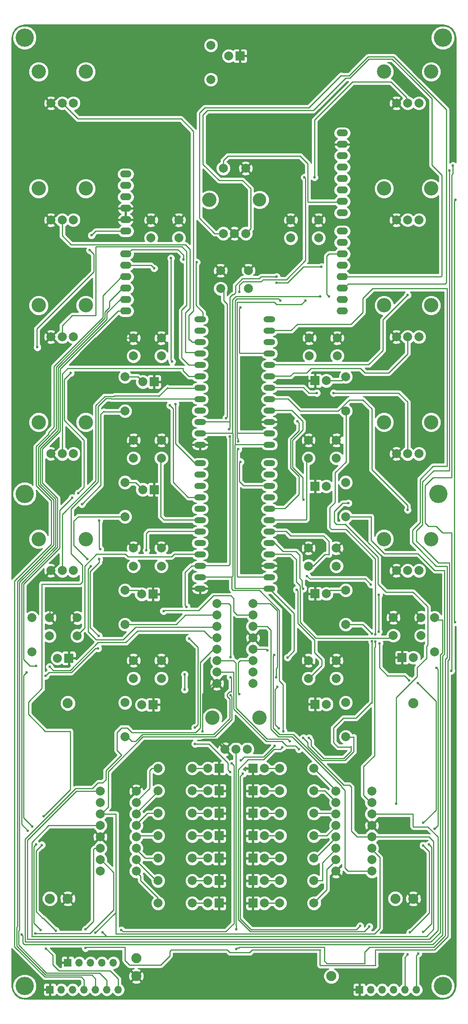
<source format=gbr>
G04 #@! TF.FileFunction,Copper,L1,Top,Signal*
%FSLAX46Y46*%
G04 Gerber Fmt 4.6, Leading zero omitted, Abs format (unit mm)*
G04 Created by KiCad (PCBNEW 4.0.6) date Sunday, July 01, 2018 'PMt' 09:57:39 PM*
%MOMM*%
%LPD*%
G01*
G04 APERTURE LIST*
%ADD10C,0.100000*%
%ADD11C,1.998980*%
%ADD12C,3.200000*%
%ADD13C,4.064000*%
%ADD14R,2.000000X2.000000*%
%ADD15C,2.000000*%
%ADD16O,2.540000X1.524000*%
%ADD17C,2.247900*%
%ADD18O,2.641600X1.320800*%
%ADD19C,3.000000*%
%ADD20R,1.700000X1.700000*%
%ADD21O,1.700000X1.700000*%
%ADD22C,0.600000*%
%ADD23C,0.250000*%
%ADD24C,0.254000*%
G04 APERTURE END LIST*
D10*
D11*
X128050000Y-69000000D03*
X121850000Y-69000000D03*
X128050000Y-65000000D03*
X121850000Y-65000000D03*
X127850000Y-115750000D03*
X121650000Y-115750000D03*
X127850000Y-111750000D03*
X121650000Y-111750000D03*
D12*
X149000000Y-5750000D03*
D11*
X143750000Y-12750000D03*
X146250000Y-12750000D03*
X141250000Y-12750000D03*
D12*
X138500000Y-5750000D03*
D11*
X101240000Y-124110000D03*
X101240000Y-126650000D03*
X101240000Y-129190000D03*
X101240000Y-131730000D03*
X101240000Y-134270000D03*
X101240000Y-136810000D03*
X101240000Y-139350000D03*
X101240000Y-141890000D03*
X109260000Y-141890000D03*
X109260000Y-139350000D03*
X109260000Y-136810000D03*
X109260000Y-134270000D03*
X109260000Y-131730000D03*
X109260000Y-129190000D03*
X109260000Y-126650000D03*
X109260000Y-124110000D03*
D13*
X58400000Y-99700000D03*
X150600000Y-99700000D03*
X58400000Y-209200000D03*
X151600000Y-209200000D03*
X151600000Y1800000D03*
D14*
X68250000Y-136250000D03*
D15*
X65710000Y-136250000D03*
D14*
X87050000Y-146600000D03*
D15*
X84510000Y-146600000D03*
D14*
X87000000Y-122000000D03*
D15*
X84460000Y-122000000D03*
D14*
X87250000Y-98750000D03*
D15*
X84710000Y-98750000D03*
D14*
X87250000Y-74750000D03*
D15*
X84710000Y-74750000D03*
D14*
X106400000Y-2250000D03*
D15*
X103860000Y-2250000D03*
D14*
X142500000Y-136100000D03*
D15*
X145040000Y-136100000D03*
D14*
X123100000Y-146500000D03*
D15*
X125640000Y-146500000D03*
D14*
X123100000Y-121900000D03*
D15*
X125640000Y-121900000D03*
D14*
X123100000Y-98000000D03*
D15*
X125640000Y-98000000D03*
D14*
X123100000Y-74500000D03*
D15*
X125640000Y-74500000D03*
D11*
X60000000Y-127250000D03*
X60000000Y-134870000D03*
X80750000Y-153750000D03*
X80750000Y-146130000D03*
X80750000Y-128750000D03*
X80750000Y-121130000D03*
X80750000Y-104750000D03*
X80750000Y-97130000D03*
X80750000Y-81250000D03*
X80750000Y-73630000D03*
X99900000Y-7500000D03*
X99900000Y120000D03*
X149750000Y-127250000D03*
X149750000Y-134870000D03*
X129950000Y-153750000D03*
X129950000Y-146130000D03*
X129950000Y-128750000D03*
X129950000Y-121130000D03*
X129950000Y-104750000D03*
X129950000Y-97130000D03*
X129950000Y-81250000D03*
X129950000Y-73630000D03*
X95750000Y-190750000D03*
X88130000Y-190750000D03*
X95750000Y-185750000D03*
X88130000Y-185750000D03*
X95750000Y-180750000D03*
X88130000Y-180750000D03*
X95750000Y-175750000D03*
X88130000Y-175750000D03*
X95750000Y-170750000D03*
X88130000Y-170750000D03*
X95750000Y-165750000D03*
X88130000Y-165750000D03*
X95750000Y-160750000D03*
X88130000Y-160750000D03*
X115250000Y-190750000D03*
X122870000Y-190750000D03*
X115250000Y-185750000D03*
X122870000Y-185750000D03*
X115250000Y-180750000D03*
X122870000Y-180750000D03*
X115250000Y-175750000D03*
X122870000Y-175750000D03*
X115250000Y-170750000D03*
X122870000Y-170750000D03*
X115250000Y-165750000D03*
X122870000Y-165750000D03*
X115250000Y-160750000D03*
X122870000Y-160750000D03*
D16*
X80890000Y-59000000D03*
X80890000Y-56460000D03*
X80890000Y-53920000D03*
X80890000Y-46300000D03*
X80890000Y-48840000D03*
X80890000Y-51380000D03*
X80890000Y-41220000D03*
X80890000Y-38680000D03*
X80890000Y-36140000D03*
X80890000Y-31060000D03*
X80890000Y-28520000D03*
X129150000Y-59000000D03*
X129150000Y-56460000D03*
X129150000Y-53920000D03*
X129150000Y-51380000D03*
X129150000Y-48840000D03*
X129150000Y-46300000D03*
X129150000Y-43760000D03*
X129150000Y-41220000D03*
X129150000Y-37156000D03*
X129150000Y-34616000D03*
X129150000Y-32076000D03*
X129150000Y-29536000D03*
X129150000Y-26996000D03*
X129150000Y-24456000D03*
X129150000Y-21916000D03*
X129150000Y-19376000D03*
X80890000Y-33600000D03*
D14*
X101750000Y-190750000D03*
D15*
X99210000Y-190750000D03*
D14*
X101750000Y-185750000D03*
D15*
X99210000Y-185750000D03*
D14*
X101750000Y-180750000D03*
D15*
X99210000Y-180750000D03*
D14*
X101750000Y-175750000D03*
D15*
X99210000Y-175750000D03*
D14*
X101750000Y-170750000D03*
D15*
X99210000Y-170750000D03*
D14*
X101750000Y-165750000D03*
D15*
X99210000Y-165750000D03*
D14*
X101750000Y-160750000D03*
D15*
X99210000Y-160750000D03*
D14*
X109250000Y-190750000D03*
D15*
X111790000Y-190750000D03*
D14*
X109250000Y-185750000D03*
D15*
X111790000Y-185750000D03*
D14*
X109250000Y-180750000D03*
D15*
X111790000Y-180750000D03*
D14*
X109250000Y-175750000D03*
D15*
X111790000Y-175750000D03*
D14*
X109250000Y-170750000D03*
D15*
X111790000Y-170750000D03*
D14*
X109250000Y-165750000D03*
D15*
X111790000Y-165750000D03*
D14*
X109250000Y-160750000D03*
D15*
X111790000Y-160750000D03*
D13*
X58400000Y1800000D03*
D17*
X144998980Y-146252520D03*
X144998980Y-189747480D03*
X141001020Y-189747480D03*
X126747480Y-206998980D03*
X83252520Y-206998980D03*
X83252520Y-203001020D03*
X67998980Y-146252520D03*
X67998980Y-189747480D03*
X64001020Y-189747480D03*
D11*
X127740000Y-165860000D03*
X127740000Y-168400000D03*
X127740000Y-170940000D03*
X127740000Y-173480000D03*
X127740000Y-176020000D03*
X127740000Y-178560000D03*
X127740000Y-181100000D03*
X127740000Y-183640000D03*
X135760000Y-183640000D03*
X135760000Y-181100000D03*
X135760000Y-178560000D03*
X135760000Y-176020000D03*
X135760000Y-173480000D03*
X135760000Y-170940000D03*
X135760000Y-168400000D03*
X135760000Y-165860000D03*
X83260000Y-183640000D03*
X83260000Y-181100000D03*
X83260000Y-178560000D03*
X83260000Y-176020000D03*
X83260000Y-173480000D03*
X83260000Y-170940000D03*
X83260000Y-168400000D03*
X83260000Y-165860000D03*
X75240000Y-165860000D03*
X75240000Y-168400000D03*
X75240000Y-170940000D03*
X75240000Y-173480000D03*
X75240000Y-176020000D03*
X75240000Y-178560000D03*
X75240000Y-181100000D03*
X75240000Y-183640000D03*
D18*
X97480000Y-92830000D03*
X97480000Y-95370000D03*
X97480000Y-97910000D03*
X97480000Y-100450000D03*
X97480000Y-102990000D03*
X97480000Y-105530000D03*
X97480000Y-108070000D03*
X97480000Y-110610000D03*
X97480000Y-113150000D03*
X97480000Y-115690000D03*
X97480000Y-118230000D03*
X97480000Y-120770000D03*
X112920000Y-120770000D03*
X112920000Y-118230000D03*
X112920000Y-115690000D03*
X112920000Y-113150000D03*
X112920000Y-110610000D03*
X112920000Y-108070000D03*
X112920000Y-105530000D03*
X112920000Y-102990000D03*
X112920000Y-100450000D03*
X112920000Y-97910000D03*
X112920000Y-95370000D03*
X112920000Y-92830000D03*
X97480000Y-60830000D03*
X97480000Y-63370000D03*
X97480000Y-65910000D03*
X97480000Y-68450000D03*
X97480000Y-70990000D03*
X97480000Y-73530000D03*
X97480000Y-76070000D03*
X97480000Y-78610000D03*
X97480000Y-81150000D03*
X97480000Y-83690000D03*
X97480000Y-86230000D03*
X97480000Y-88770000D03*
X112920000Y-88770000D03*
X112920000Y-86230000D03*
X112920000Y-83690000D03*
X112920000Y-81150000D03*
X112920000Y-78610000D03*
X112920000Y-76070000D03*
X112920000Y-73530000D03*
X112920000Y-70990000D03*
X112920000Y-68450000D03*
X112920000Y-65910000D03*
X112920000Y-63370000D03*
X112920000Y-60830000D03*
D12*
X72000000Y-5750000D03*
D11*
X66750000Y-12750000D03*
X69250000Y-12750000D03*
X64250000Y-12750000D03*
D12*
X61500000Y-5750000D03*
X72000000Y-31750000D03*
D11*
X66750000Y-38750000D03*
X69250000Y-38750000D03*
X64250000Y-38750000D03*
D12*
X61500000Y-31750000D03*
X72000000Y-57750000D03*
D11*
X66750000Y-64750000D03*
X69250000Y-64750000D03*
X64250000Y-64750000D03*
D12*
X61500000Y-57750000D03*
X72000000Y-83750000D03*
D11*
X66750000Y-90750000D03*
X69250000Y-90750000D03*
X64250000Y-90750000D03*
D12*
X61500000Y-83750000D03*
X72000000Y-109750000D03*
D11*
X66750000Y-116750000D03*
X69250000Y-116750000D03*
X64250000Y-116750000D03*
D12*
X61500000Y-109750000D03*
X110750000Y-149500000D03*
D11*
X105500000Y-156500000D03*
X108000000Y-156500000D03*
X103000000Y-156500000D03*
D12*
X100250000Y-149500000D03*
X149000000Y-109750000D03*
D11*
X143750000Y-116750000D03*
X146250000Y-116750000D03*
X141250000Y-116750000D03*
D12*
X138500000Y-109750000D03*
X149000000Y-83750000D03*
D11*
X143750000Y-90750000D03*
X146250000Y-90750000D03*
X141250000Y-90750000D03*
D12*
X138500000Y-83750000D03*
X149000000Y-57750000D03*
D11*
X143750000Y-64750000D03*
X146250000Y-64750000D03*
X141250000Y-64750000D03*
D12*
X138500000Y-57750000D03*
X149000000Y-31750000D03*
D11*
X143750000Y-38750000D03*
X146250000Y-38750000D03*
X141250000Y-38750000D03*
D12*
X138500000Y-31750000D03*
D11*
X92750000Y-42750000D03*
X86550000Y-42750000D03*
X92750000Y-38750000D03*
X86550000Y-38750000D03*
X108250000Y-54000000D03*
X102050000Y-54000000D03*
X108250000Y-50000000D03*
X102050000Y-50000000D03*
X123900000Y-42750000D03*
X117700000Y-42750000D03*
X123900000Y-38750000D03*
X117700000Y-38750000D03*
X88850000Y-69000000D03*
X82650000Y-69000000D03*
X88850000Y-65000000D03*
X82650000Y-65000000D03*
X88850000Y-91750000D03*
X82650000Y-91750000D03*
X88850000Y-87750000D03*
X82650000Y-87750000D03*
X88850000Y-115750000D03*
X82650000Y-115750000D03*
X88850000Y-111750000D03*
X82650000Y-111750000D03*
X88850000Y-140750000D03*
X82650000Y-140750000D03*
X88850000Y-136750000D03*
X82650000Y-136750000D03*
X70100000Y-131250000D03*
X63900000Y-131250000D03*
X70100000Y-127250000D03*
X63900000Y-127250000D03*
X127850000Y-140750000D03*
X121650000Y-140750000D03*
X127850000Y-136750000D03*
X121650000Y-136750000D03*
X146750000Y-131200000D03*
X140550000Y-131200000D03*
X146750000Y-127200000D03*
X140550000Y-127200000D03*
X127850000Y-91750000D03*
X121650000Y-91750000D03*
X127850000Y-87750000D03*
X121650000Y-87750000D03*
X102650000Y-27250000D03*
X102650000Y-41750000D03*
X105150000Y-41750000D03*
X107650000Y-41750000D03*
X107650000Y-27250000D03*
D19*
X110750000Y-34250000D03*
D12*
X99550000Y-34250000D03*
D20*
X64000000Y-210000000D03*
D21*
X66540000Y-210000000D03*
X69080000Y-210000000D03*
X71620000Y-210000000D03*
X74160000Y-210000000D03*
X76700000Y-210000000D03*
X79240000Y-210000000D03*
D20*
X133000000Y-210000000D03*
D21*
X135540000Y-210000000D03*
X138080000Y-210000000D03*
X140620000Y-210000000D03*
X143160000Y-210000000D03*
X145700000Y-210000000D03*
D20*
X68000000Y-204000000D03*
D21*
X70540000Y-204000000D03*
X73080000Y-204000000D03*
X75620000Y-204000000D03*
X78160000Y-204000000D03*
D22*
X70690000Y-68900000D03*
X85880000Y-68080000D03*
X85730000Y-70220000D03*
X91660000Y-120820000D03*
X117310000Y-134000000D03*
X116240000Y-131980000D03*
X122540000Y-128970000D03*
X77670000Y-92260000D03*
X87000000Y-127500000D03*
X64250000Y-122250000D03*
X98000000Y-154500000D03*
X98000000Y-152500000D03*
X63950000Y-138150000D03*
X60950000Y-137950000D03*
X68950000Y-100550000D03*
X71150000Y-101950000D03*
X136550000Y-130950000D03*
X136550000Y-132550000D03*
X72350000Y-114150000D03*
X73150000Y-115750000D03*
X60750000Y-197500000D03*
X57750000Y-197750000D03*
X119500000Y-156500000D03*
X121750000Y-154000000D03*
X135750000Y-130750000D03*
X135750000Y-132500000D03*
X104250000Y-140500000D03*
X104250000Y-136000000D03*
X120500000Y-154000000D03*
X117500000Y-154750000D03*
X89350000Y-125750000D03*
X85500000Y-112250000D03*
X119000000Y-121000000D03*
X120500000Y-120750000D03*
X90750000Y-80000000D03*
X91250000Y-70250000D03*
X91000000Y-47250000D03*
X119150000Y-83550000D03*
X120750000Y-29250000D03*
X123000000Y-29250000D03*
X106500000Y-58250000D03*
X106250000Y-54750000D03*
X141200000Y-168600000D03*
X130550000Y-101750000D03*
X120550000Y-100950000D03*
X62600000Y-171400000D03*
X143750000Y-103250000D03*
X127250000Y-77250000D03*
X123500000Y-77250000D03*
X143750000Y-55450000D03*
X114440000Y-140540000D03*
X103250000Y-82850000D03*
X106450000Y-92550000D03*
X105550000Y-196550000D03*
X105550000Y-200950000D03*
X94050000Y-143250000D03*
X94050000Y-139850000D03*
X92000000Y-79750000D03*
X87250000Y-49500000D03*
X94500000Y-124820000D03*
X95030000Y-131840000D03*
X96370000Y-151660000D03*
X96370000Y-155310000D03*
X104240000Y-161580000D03*
X107020000Y-161960000D03*
X133160000Y-195790000D03*
X124550000Y-49150000D03*
X114550000Y-52750000D03*
X114550000Y-51350000D03*
X103950000Y-85350000D03*
X104150000Y-86950000D03*
X116090000Y-152510000D03*
X115820000Y-156100000D03*
X135230000Y-195970000D03*
X126250000Y-55750000D03*
X124250000Y-55750000D03*
X116970000Y-136090000D03*
X150150000Y-138360000D03*
X149760000Y-174230000D03*
X148470000Y-177700000D03*
X147190000Y-197150000D03*
X146130000Y-201960000D03*
X115350000Y-56650000D03*
X121350000Y-117970000D03*
X135570000Y-119840000D03*
X137350000Y-122150000D03*
X137300000Y-130310000D03*
X137460000Y-132940000D03*
X144060000Y-141150000D03*
X146010000Y-141770000D03*
X147240000Y-172890000D03*
X147190000Y-177920000D03*
X144280000Y-197270000D03*
X143780000Y-202190000D03*
X120950000Y-56650000D03*
X106000000Y-88000000D03*
X106000000Y-89750000D03*
X75750000Y-197200000D03*
X114000000Y-135500000D03*
X154300000Y-128200000D03*
X154450000Y-34250000D03*
X112500000Y-134500000D03*
X93750000Y-47550000D03*
X96750000Y-48150000D03*
X153050000Y-27750000D03*
X71950000Y-196550000D03*
X71950000Y-200750000D03*
X74180000Y-197340000D03*
X153450000Y-139050000D03*
X153850000Y-26650000D03*
X104250000Y-144500000D03*
X106250000Y-144250000D03*
X62220000Y-177810000D03*
X65320000Y-196860000D03*
X73280000Y-42160000D03*
X72900000Y-45470000D03*
X61210000Y-67060000D03*
X68630000Y-72810000D03*
X70350000Y-99520000D03*
X75020000Y-105590000D03*
X75210000Y-111980000D03*
X75020000Y-114220000D03*
X74940000Y-131320000D03*
X74770000Y-134060000D03*
X63090000Y-140150000D03*
X58790000Y-139450000D03*
X60120000Y-173700000D03*
X63140000Y-200840000D03*
X61970000Y-196710000D03*
X60910000Y-177700000D03*
X59120000Y-174630000D03*
X114720000Y-142660000D03*
X115060000Y-151880000D03*
X114110000Y-155740000D03*
X106570000Y-158950000D03*
X104550000Y-159680000D03*
X79940000Y-196750000D03*
D23*
X82650000Y-65000000D02*
X74140000Y-65000000D01*
X70690000Y-68450000D02*
X70690000Y-68900000D01*
X74140000Y-65000000D02*
X70690000Y-68450000D01*
X85880000Y-70070000D02*
X85880000Y-68080000D01*
X85730000Y-70220000D02*
X85880000Y-70070000D01*
X90480000Y-122000000D02*
X87000000Y-122000000D01*
X91660000Y-120820000D02*
X90480000Y-122000000D01*
X117310000Y-133050000D02*
X117310000Y-134000000D01*
X116240000Y-131980000D02*
X117310000Y-133050000D01*
X123100000Y-128410000D02*
X123100000Y-121900000D01*
X122540000Y-128970000D02*
X123100000Y-128410000D01*
X82650000Y-87750000D02*
X82180000Y-87750000D01*
X82180000Y-87750000D02*
X77670000Y-92260000D01*
X87000000Y-122000000D02*
X87000000Y-127500000D01*
X64000000Y-122500000D02*
X64000000Y-127250000D01*
X64250000Y-122250000D02*
X64000000Y-122500000D01*
X101440000Y-141890000D02*
X100360000Y-141890000D01*
X101500000Y-154250000D02*
X103000000Y-155750000D01*
X98250000Y-154250000D02*
X101500000Y-154250000D01*
X98000000Y-154500000D02*
X98250000Y-154250000D01*
X98000000Y-144250000D02*
X98000000Y-152500000D01*
X100360000Y-141890000D02*
X98000000Y-144250000D01*
X103000000Y-155750000D02*
X103000000Y-156500000D01*
X75900000Y-81400000D02*
X80600000Y-81400000D01*
X80600000Y-81400000D02*
X80750000Y-81250000D01*
X99930000Y-131730000D02*
X101440000Y-131730000D01*
X98350000Y-130150000D02*
X99930000Y-131730000D01*
X83550000Y-130150000D02*
X98350000Y-130150000D01*
X80950000Y-132750000D02*
X83550000Y-130150000D01*
X74750000Y-132750000D02*
X80950000Y-132750000D01*
X68550000Y-138950000D02*
X74750000Y-132750000D01*
X64750000Y-138950000D02*
X68550000Y-138950000D01*
X63950000Y-138150000D02*
X64750000Y-138950000D01*
X59550000Y-137950000D02*
X60950000Y-137950000D01*
X58150000Y-136550000D02*
X59550000Y-137950000D01*
X58150000Y-119750000D02*
X58150000Y-136550000D01*
X66150000Y-111750000D02*
X58150000Y-119750000D01*
X66150000Y-103350000D02*
X66150000Y-111750000D01*
X68950000Y-100550000D02*
X66150000Y-103350000D01*
X75350000Y-97750000D02*
X71150000Y-101950000D01*
X75350000Y-81950000D02*
X75350000Y-97750000D01*
X76050000Y-81250000D02*
X75900000Y-81400000D01*
X75900000Y-81400000D02*
X75350000Y-81950000D01*
X130000000Y-107600000D02*
X126800000Y-107600000D01*
X136550000Y-114150000D02*
X130000000Y-107600000D01*
X136550000Y-114150000D02*
X136550000Y-130950000D01*
X136550000Y-132550000D02*
X136550000Y-133750000D01*
X136550000Y-133750000D02*
X136350000Y-133950000D01*
X136350000Y-133950000D02*
X136350000Y-145950000D01*
X136350000Y-145950000D02*
X136350000Y-157950000D01*
X136350000Y-157950000D02*
X133950000Y-160350000D01*
X133950000Y-160350000D02*
X133950000Y-166790000D01*
X135560000Y-168400000D02*
X133950000Y-166790000D01*
X130000000Y-92600000D02*
X130000000Y-81300000D01*
X127600000Y-95000000D02*
X130000000Y-92600000D01*
X127600000Y-101600000D02*
X127600000Y-95000000D01*
X126400000Y-102800000D02*
X127600000Y-101600000D01*
X126400000Y-107200000D02*
X126400000Y-102800000D01*
X126800000Y-107600000D02*
X126400000Y-107200000D01*
X130000000Y-81300000D02*
X129950000Y-81250000D01*
X80750000Y-104750000D02*
X70350000Y-104750000D01*
X70350000Y-104750000D02*
X69350000Y-105750000D01*
X69350000Y-105750000D02*
X69350000Y-111150000D01*
X69350000Y-111150000D02*
X72350000Y-114150000D01*
X73150000Y-115750000D02*
X72550000Y-116350000D01*
X72550000Y-116350000D02*
X72550000Y-130350000D01*
X72550000Y-130350000D02*
X74350000Y-132150000D01*
X74350000Y-132150000D02*
X80350000Y-132150000D01*
X80350000Y-132150000D02*
X83150000Y-129350000D01*
X83150000Y-129350000D02*
X101280000Y-129350000D01*
X101280000Y-129350000D02*
X101440000Y-129190000D01*
X135600000Y-110050000D02*
X135600000Y-104750000D01*
X138550000Y-113000000D02*
X135600000Y-110050000D01*
X146050000Y-113000000D02*
X138550000Y-113000000D01*
X149750000Y-116700000D02*
X146050000Y-113000000D01*
X152000000Y-116700000D02*
X149750000Y-116700000D01*
X152000000Y-116700000D02*
X152000000Y-135250000D01*
X131800000Y-104750000D02*
X129950000Y-104750000D01*
X151500000Y-197550000D02*
X151500000Y-197800000D01*
X58350000Y-199950000D02*
X58000000Y-199600000D01*
X149350000Y-199950000D02*
X58350000Y-199950000D01*
X151500000Y-197800000D02*
X149350000Y-199950000D01*
X60750000Y-197500000D02*
X73000000Y-197500000D01*
X73000000Y-197500000D02*
X78250000Y-192250000D01*
X78250000Y-192250000D02*
X78250000Y-183910000D01*
X58000000Y-198000000D02*
X58000000Y-199600000D01*
X75440000Y-181100000D02*
X78250000Y-183910000D01*
X58000000Y-198000000D02*
X57750000Y-197750000D01*
X151500000Y-135750000D02*
X151500000Y-197550000D01*
X131750000Y-104750000D02*
X131800000Y-104750000D01*
X131800000Y-104750000D02*
X135600000Y-104750000D01*
X152000000Y-135250000D02*
X151500000Y-135750000D01*
X80750000Y-128750000D02*
X92150000Y-128750000D01*
X94250000Y-126650000D02*
X101440000Y-126650000D01*
X92150000Y-128750000D02*
X94250000Y-126650000D01*
X131118197Y-156000000D02*
X128200000Y-156000000D01*
X132200000Y-149600000D02*
X135750000Y-146050000D01*
X129400000Y-149600000D02*
X132200000Y-149600000D01*
X127200000Y-151800000D02*
X129400000Y-149600000D01*
X127200000Y-155000000D02*
X127200000Y-151800000D01*
X128200000Y-156000000D02*
X127200000Y-155000000D01*
X131800000Y-128750000D02*
X129950000Y-128750000D01*
X104949998Y-139350000D02*
X105000000Y-139400002D01*
X105000000Y-139400002D02*
X105000000Y-147500000D01*
X105000000Y-147500000D02*
X112250000Y-154750000D01*
X112250000Y-154750000D02*
X115750000Y-154750000D01*
X115750000Y-154750000D02*
X116750000Y-155750000D01*
X116750000Y-155750000D02*
X118750000Y-155750000D01*
X118750000Y-155750000D02*
X119500000Y-156500000D01*
X121750000Y-154000000D02*
X122250000Y-154500000D01*
X122250000Y-154500000D02*
X122250000Y-155750000D01*
X122250000Y-155750000D02*
X125049998Y-158549998D01*
X125049998Y-158549998D02*
X129500000Y-158549998D01*
X129500000Y-158549998D02*
X131118197Y-156931801D01*
X131118197Y-156931801D02*
X131118197Y-156000000D01*
X131118197Y-156000000D02*
X131118197Y-155868197D01*
X135750000Y-146250000D02*
X135750000Y-146050000D01*
X135750000Y-146050000D02*
X135750000Y-132500000D01*
X131800000Y-128750000D02*
X133750000Y-128750000D01*
X135750000Y-130750000D02*
X133750000Y-128750000D01*
X131750000Y-128750000D02*
X131800000Y-128750000D01*
X104949998Y-139350000D02*
X101440000Y-139350000D01*
X80750000Y-153750000D02*
X81250000Y-153750000D01*
X81250000Y-153750000D02*
X82250000Y-154750000D01*
X82250000Y-154750000D02*
X83113602Y-154750000D01*
X83113602Y-154750000D02*
X84613602Y-153250000D01*
X84613602Y-153250000D02*
X100200002Y-153250000D01*
X100200002Y-153250000D02*
X100500000Y-153250000D01*
X100500000Y-153250000D02*
X104099996Y-149650004D01*
X104099996Y-149650004D02*
X104099996Y-145349996D01*
X104099996Y-145349996D02*
X103500000Y-144750000D01*
X103500000Y-144750000D02*
X103500000Y-144250000D01*
X103500000Y-144250000D02*
X104000000Y-143750000D01*
X104000000Y-143750000D02*
X104549998Y-143750000D01*
X104549998Y-143750000D02*
X104500000Y-143700002D01*
X104500000Y-143700002D02*
X104500000Y-140750000D01*
X104500000Y-140750000D02*
X104250000Y-140500000D01*
X104250000Y-136000000D02*
X104250000Y-124500000D01*
X104250000Y-124500000D02*
X103860000Y-124110000D01*
X103860000Y-124110000D02*
X101440000Y-124110000D01*
X131750000Y-153800000D02*
X130000000Y-153800000D01*
X130000000Y-153800000D02*
X129950000Y-153750000D01*
X101440000Y-136810000D02*
X104940000Y-136810000D01*
X131750000Y-157000000D02*
X131750000Y-153800000D01*
X131750000Y-153800000D02*
X131750000Y-153750000D01*
X129750000Y-159000000D02*
X131750000Y-157000000D01*
X124636398Y-159000000D02*
X129750000Y-159000000D01*
X121500000Y-155863602D02*
X124636398Y-159000000D01*
X121500000Y-155000000D02*
X121500000Y-155863602D01*
X120500000Y-154000000D02*
X121500000Y-155000000D01*
X116950002Y-154200002D02*
X117500000Y-154750000D01*
X112450002Y-154200002D02*
X116950002Y-154200002D01*
X105500000Y-147250000D02*
X112450002Y-154200002D01*
X105500000Y-137370000D02*
X105500000Y-147250000D01*
X104940000Y-136810000D02*
X105500000Y-137370000D01*
X105750000Y-126650000D02*
X109060000Y-126650000D01*
X104950000Y-125850000D02*
X105750000Y-126650000D01*
X104950000Y-122950000D02*
X104950000Y-125850000D01*
X104350000Y-122350000D02*
X104950000Y-122950000D01*
X100450000Y-122350000D02*
X104350000Y-122350000D01*
X97150000Y-125650000D02*
X100450000Y-122350000D01*
X89450000Y-125650000D02*
X97150000Y-125650000D01*
X89350000Y-125750000D02*
X89450000Y-125650000D01*
X150250000Y-127750000D02*
X151500000Y-127750000D01*
X151000000Y-135500000D02*
X151500000Y-135000000D01*
X151500000Y-135000000D02*
X151500000Y-127750000D01*
X151000000Y-197150000D02*
X151000000Y-135500000D01*
X151000000Y-197300000D02*
X148950000Y-199350000D01*
X148950000Y-199350000D02*
X58500000Y-199350000D01*
X151000000Y-197150000D02*
X151000000Y-197300000D01*
X150250000Y-127750000D02*
X149750000Y-127250000D01*
X58500000Y-199350000D02*
X58550000Y-199350000D01*
X58550000Y-199350000D02*
X58500000Y-199350000D01*
X101440000Y-134270000D02*
X100480000Y-134270000D01*
X58500000Y-176500000D02*
X58500000Y-199350000D01*
X69750000Y-165250000D02*
X58500000Y-176500000D01*
X73500000Y-165250000D02*
X69750000Y-165250000D01*
X74750000Y-164000000D02*
X73500000Y-165250000D01*
X75750000Y-164000000D02*
X74750000Y-164000000D01*
X76500000Y-163250000D02*
X75750000Y-164000000D01*
X76500000Y-161250000D02*
X76500000Y-163250000D01*
X80000000Y-157750000D02*
X76500000Y-161250000D01*
X79000000Y-156750000D02*
X80000000Y-157750000D01*
X79000000Y-152750000D02*
X79000000Y-156750000D01*
X80000000Y-151750000D02*
X79000000Y-152750000D01*
X81250000Y-151750000D02*
X80000000Y-151750000D01*
X82250000Y-152750000D02*
X81250000Y-151750000D01*
X96500000Y-152750000D02*
X82250000Y-152750000D01*
X97500000Y-151750000D02*
X96500000Y-152750000D01*
X97500000Y-137250000D02*
X97500000Y-151750000D01*
X100480000Y-134270000D02*
X97500000Y-137250000D01*
X127940000Y-165860000D02*
X127940000Y-165820000D01*
X127940000Y-165820000D02*
X122870000Y-160750000D01*
X88130000Y-165750000D02*
X88130000Y-165870000D01*
X88130000Y-165870000D02*
X83060000Y-170940000D01*
X122870000Y-165750000D02*
X125290000Y-165750000D01*
X125290000Y-165750000D02*
X127940000Y-168400000D01*
X88130000Y-170750000D02*
X85790000Y-170750000D01*
X85790000Y-170750000D02*
X83060000Y-173480000D01*
X122870000Y-170750000D02*
X127750000Y-170750000D01*
X127750000Y-170750000D02*
X127940000Y-170940000D01*
X88130000Y-175750000D02*
X83330000Y-175750000D01*
X83330000Y-175750000D02*
X83060000Y-176020000D01*
X122870000Y-175750000D02*
X125670000Y-175750000D01*
X125670000Y-175750000D02*
X127940000Y-173480000D01*
X88130000Y-180750000D02*
X85250000Y-180750000D01*
X85250000Y-180750000D02*
X83060000Y-178560000D01*
X122870000Y-180750000D02*
X123210000Y-180750000D01*
X123210000Y-180750000D02*
X127940000Y-176020000D01*
X88130000Y-185750000D02*
X87710000Y-185750000D01*
X87710000Y-185750000D02*
X83060000Y-181100000D01*
X122870000Y-185750000D02*
X124750000Y-185750000D01*
X124750000Y-181750000D02*
X127940000Y-178560000D01*
X124750000Y-185750000D02*
X124750000Y-181750000D01*
X88130000Y-190750000D02*
X88130000Y-189630000D01*
X84250000Y-184750000D02*
X83140000Y-183640000D01*
X84250000Y-185750000D02*
X84250000Y-184750000D01*
X88130000Y-189630000D02*
X84250000Y-185750000D01*
X83140000Y-183640000D02*
X83060000Y-183640000D01*
X122870000Y-190750000D02*
X122870000Y-190630000D01*
X122870000Y-190630000D02*
X125750000Y-187750000D01*
X125750000Y-187750000D02*
X125750000Y-183290000D01*
X125750000Y-183290000D02*
X127940000Y-181100000D01*
X121250000Y-93800000D02*
X121250000Y-92250000D01*
X121250000Y-92250000D02*
X121750000Y-91750000D01*
X121020000Y-105480000D02*
X121250000Y-105250000D01*
X121250000Y-105250000D02*
X121250000Y-93800000D01*
X121250000Y-93800000D02*
X121250000Y-93750000D01*
X113370000Y-105480000D02*
X121020000Y-105480000D01*
X97130000Y-105480000D02*
X89480000Y-105480000D01*
X88750000Y-104750000D02*
X88750000Y-91750000D01*
X89480000Y-105480000D02*
X88750000Y-104750000D01*
X122850000Y-115650000D02*
X121850000Y-115650000D01*
X121850000Y-115650000D02*
X121750000Y-115750000D01*
X126250000Y-113200000D02*
X125300000Y-113200000D01*
X125300000Y-113200000D02*
X122850000Y-115650000D01*
X122850000Y-115650000D02*
X122750000Y-115750000D01*
X126250000Y-112250000D02*
X126250000Y-113200000D01*
X126250000Y-113200000D02*
X126250000Y-113250000D01*
X125050000Y-109050000D02*
X126250000Y-110250000D01*
X126250000Y-110250000D02*
X126250000Y-112250000D01*
X125050000Y-109050000D02*
X117650000Y-109050000D01*
X116620000Y-108020000D02*
X113370000Y-108020000D01*
X117650000Y-109050000D02*
X116620000Y-108020000D01*
X125020000Y-109020000D02*
X125050000Y-109050000D01*
X98130000Y-108020000D02*
X85980000Y-108020000D01*
X85500000Y-108500000D02*
X85500000Y-112250000D01*
X85980000Y-108020000D02*
X85500000Y-108500000D01*
X119690000Y-118410000D02*
X120250000Y-118970000D01*
X119690000Y-113320000D02*
X119690000Y-118410000D01*
X118870000Y-112500000D02*
X119690000Y-113320000D01*
X118610000Y-112500000D02*
X118870000Y-112500000D01*
X120250000Y-118970000D02*
X120250000Y-120500000D01*
X122975000Y-132225000D02*
X122975000Y-134975000D01*
X124600000Y-137900000D02*
X121750000Y-140750000D01*
X124600000Y-136600000D02*
X124600000Y-137900000D01*
X122975000Y-134975000D02*
X124600000Y-136600000D01*
X116000000Y-112500000D02*
X118610000Y-112500000D01*
X114060000Y-110560000D02*
X116000000Y-112500000D01*
X119250000Y-128500000D02*
X122975000Y-132225000D01*
X122975000Y-132225000D02*
X123000000Y-132250000D01*
X119250000Y-121250000D02*
X119250000Y-128500000D01*
X119000000Y-121000000D02*
X119250000Y-121250000D01*
X120250000Y-120500000D02*
X120500000Y-120750000D01*
X113370000Y-110560000D02*
X114060000Y-110560000D01*
X118910000Y-119270000D02*
X119750000Y-120110000D01*
X118910000Y-114300000D02*
X118910000Y-119270000D01*
X117710000Y-113100000D02*
X118910000Y-114300000D01*
X117630000Y-113100000D02*
X117710000Y-113100000D01*
X119750000Y-120110000D02*
X119750000Y-128250000D01*
X117630000Y-113100000D02*
X113370000Y-113100000D01*
X138250000Y-131750000D02*
X139500000Y-131750000D01*
X139500000Y-131750000D02*
X140000000Y-131250000D01*
X119750000Y-128250000D02*
X123250000Y-131750000D01*
X123250000Y-131750000D02*
X138250000Y-131750000D01*
X138250000Y-131750000D02*
X138500000Y-131750000D01*
X79630000Y-113100000D02*
X80840000Y-113100000D01*
X91140000Y-113680000D02*
X91720000Y-113100000D01*
X81420000Y-113680000D02*
X91140000Y-113680000D01*
X80840000Y-113100000D02*
X81420000Y-113680000D01*
X98130000Y-113100000D02*
X91720000Y-113100000D01*
X79630000Y-113100000D02*
X74400000Y-113100000D01*
X71750000Y-129500000D02*
X70000000Y-131250000D01*
X71750000Y-115750000D02*
X71750000Y-129500000D01*
X74400000Y-113100000D02*
X71750000Y-115750000D01*
X91500000Y-93400000D02*
X91500000Y-97100000D01*
X94850000Y-100450000D02*
X97580000Y-100450000D01*
X91500000Y-97100000D02*
X94850000Y-100450000D01*
X98130000Y-100400000D02*
X98130000Y-100130000D01*
X91500000Y-93500000D02*
X91500000Y-93400000D01*
X91500000Y-93400000D02*
X91500000Y-80750000D01*
X91500000Y-80750000D02*
X90750000Y-80000000D01*
X91250000Y-70250000D02*
X91000000Y-70000000D01*
X91000000Y-70000000D02*
X91000000Y-47250000D01*
X119550000Y-84630000D02*
X119550000Y-85670000D01*
X117680000Y-93950000D02*
X119550000Y-95820000D01*
X117680000Y-87540000D02*
X117680000Y-93950000D01*
X119550000Y-85670000D02*
X117680000Y-87540000D01*
X116360000Y-102940000D02*
X113370000Y-102940000D01*
X119550000Y-99750000D02*
X116360000Y-102940000D01*
X119550000Y-83950000D02*
X119550000Y-84630000D01*
X119550000Y-95820000D02*
X119550000Y-99750000D01*
X119150000Y-83550000D02*
X119550000Y-83950000D01*
X107055000Y-52445000D02*
X111095000Y-52445000D01*
X111095000Y-52445000D02*
X111540000Y-52000000D01*
X143500000Y-11500000D02*
X143500000Y-12500000D01*
X123000000Y-29250000D02*
X123000000Y-16500000D01*
X116750000Y-52000000D02*
X111540000Y-52000000D01*
X121000000Y-47750000D02*
X116750000Y-52000000D01*
X121000000Y-29500000D02*
X121000000Y-47750000D01*
X120750000Y-29250000D02*
X121000000Y-29500000D01*
X140000000Y-8000000D02*
X143500000Y-11500000D01*
X131500000Y-8000000D02*
X140000000Y-8000000D01*
X123000000Y-16500000D02*
X131500000Y-8000000D01*
X143500000Y-12500000D02*
X143750000Y-12750000D01*
X113370000Y-68400000D02*
X106350002Y-68400000D01*
X106200002Y-68250000D02*
X106350002Y-68400000D01*
X106200002Y-58549998D02*
X106200002Y-68250000D01*
X106500000Y-58250000D02*
X106200002Y-58549998D01*
X106250000Y-53250000D02*
X106250000Y-54750000D01*
X107055000Y-52445000D02*
X106250000Y-53250000D01*
X74250000Y-80000000D02*
X76250000Y-78000000D01*
X74250000Y-80000000D02*
X74250000Y-96750000D01*
X74250000Y-96750000D02*
X66750000Y-104250000D01*
X66750000Y-116750000D02*
X66750000Y-104250000D01*
X78375000Y-77875000D02*
X88375000Y-77875000D01*
X78250000Y-78000000D02*
X78375000Y-77875000D01*
X76250000Y-78000000D02*
X78250000Y-78000000D01*
X90125000Y-76125000D02*
X98025000Y-76125000D01*
X98025000Y-76125000D02*
X98130000Y-76020000D01*
X90230000Y-76020000D02*
X90125000Y-76125000D01*
X90125000Y-76125000D02*
X88375000Y-77875000D01*
X88375000Y-77875000D02*
X88250000Y-78000000D01*
X120350000Y-85050000D02*
X120350000Y-85506398D01*
X120316398Y-95950000D02*
X120350000Y-95950000D01*
X118130002Y-93763604D02*
X120316398Y-95950000D01*
X118130002Y-87726396D02*
X118130002Y-93763604D01*
X120350000Y-85506398D02*
X118130002Y-87726396D01*
X145850000Y-138350000D02*
X145850000Y-140350000D01*
X141200000Y-145000000D02*
X141200000Y-168600000D01*
X145350000Y-140850000D02*
X141200000Y-145000000D01*
X145850000Y-138350000D02*
X147950000Y-136250000D01*
X147950000Y-136250000D02*
X147950000Y-134550000D01*
X147950000Y-134550000D02*
X147950000Y-134030000D01*
X137150000Y-119750000D02*
X137150000Y-113750000D01*
X138950000Y-121550000D02*
X137150000Y-119750000D01*
X144950000Y-121550000D02*
X138950000Y-121550000D01*
X147950000Y-124550000D02*
X144950000Y-121550000D01*
X129900000Y-106500000D02*
X137150000Y-113750000D01*
X147950000Y-133580000D02*
X148250000Y-133280000D01*
X148250000Y-133280000D02*
X148250000Y-124850000D01*
X148250000Y-124850000D02*
X147950000Y-124550000D01*
X147950000Y-134030000D02*
X147950000Y-133580000D01*
X145850000Y-140350000D02*
X145350000Y-140850000D01*
X127400000Y-103800000D02*
X127400000Y-103600000D01*
X120550000Y-100950000D02*
X120350000Y-100750000D01*
X120350000Y-100750000D02*
X120350000Y-95950000D01*
X127900000Y-106500000D02*
X127400000Y-106000000D01*
X127400000Y-106000000D02*
X127400000Y-103800000D01*
X127900000Y-106500000D02*
X129900000Y-106500000D01*
X129250000Y-101750000D02*
X130550000Y-101750000D01*
X127400000Y-103600000D02*
X129250000Y-101750000D01*
X120350000Y-85050000D02*
X120350000Y-83550000D01*
X120350000Y-83550000D02*
X117900000Y-81100000D01*
X113370000Y-81100000D02*
X117900000Y-81100000D01*
X129900000Y-106500000D02*
X129800002Y-106400002D01*
X68550000Y-152500000D02*
X68550000Y-165450000D01*
X68550000Y-165450000D02*
X62600000Y-171400000D01*
X62250000Y-141000000D02*
X62250000Y-143000000D01*
X62250000Y-119750000D02*
X62250000Y-141000000D01*
X98130000Y-78560000D02*
X77690000Y-78560000D01*
X71250000Y-119250000D02*
X70750000Y-119750000D01*
X71250000Y-115500000D02*
X71250000Y-119250000D01*
X68750000Y-113000000D02*
X71250000Y-115500000D01*
X68750000Y-103000000D02*
X68750000Y-113000000D01*
X74750000Y-97000000D02*
X68750000Y-103000000D01*
X74750000Y-80250000D02*
X74750000Y-97000000D01*
X76549998Y-78450002D02*
X74750000Y-80250000D01*
X77580002Y-78450002D02*
X76549998Y-78450002D01*
X77690000Y-78560000D02*
X77580002Y-78450002D01*
X70750000Y-119750000D02*
X62250000Y-119750000D01*
X63000000Y-152500000D02*
X68550000Y-152500000D01*
X59250000Y-148750000D02*
X63000000Y-152500000D01*
X59250000Y-146000000D02*
X59250000Y-148750000D01*
X62250000Y-143000000D02*
X59250000Y-146000000D01*
X117060000Y-78560000D02*
X119750000Y-81250000D01*
X119750000Y-81250000D02*
X128250000Y-81250000D01*
X128250000Y-81250000D02*
X130750000Y-78750000D01*
X130750000Y-78750000D02*
X133750000Y-78750000D01*
X133750000Y-78750000D02*
X135750000Y-80750000D01*
X135750000Y-80750000D02*
X135750000Y-94250000D01*
X135750000Y-94250000D02*
X143750000Y-102250000D01*
X143750000Y-102250000D02*
X143750000Y-103250000D01*
X117060000Y-78560000D02*
X113370000Y-78560000D01*
X93700000Y-71750000D02*
X93700000Y-72250000D01*
X94980000Y-73530000D02*
X97580000Y-73530000D01*
X93700000Y-72250000D02*
X94980000Y-73530000D01*
X68000000Y-71750000D02*
X93700000Y-71750000D01*
X68000000Y-71750000D02*
X66750000Y-73000000D01*
X66750000Y-73000000D02*
X66750000Y-87500000D01*
X66750000Y-90750000D02*
X66750000Y-87500000D01*
X143750000Y-89500000D02*
X143750000Y-90750000D01*
X127250000Y-77250000D02*
X141750000Y-77250000D01*
X143750000Y-79250000D02*
X143750000Y-89500000D01*
X143750000Y-89500000D02*
X143750000Y-89750000D01*
X141750000Y-77250000D02*
X143750000Y-79250000D01*
X120500000Y-76020000D02*
X120520000Y-76020000D01*
X121750000Y-77250000D02*
X123500000Y-77250000D01*
X120520000Y-76020000D02*
X121750000Y-77250000D01*
X120500000Y-76020000D02*
X113370000Y-76020000D01*
X123500000Y-77250000D02*
X123430000Y-77320000D01*
X93400000Y-65800000D02*
X93400000Y-69400000D01*
X69000000Y-60000000D02*
X66750000Y-62250000D01*
X66750000Y-64750000D02*
X66750000Y-62250000D01*
X94500000Y-57800000D02*
X94500000Y-45750000D01*
X94500000Y-45750000D02*
X93450002Y-44700002D01*
X93450002Y-44700002D02*
X74299998Y-44700002D01*
X74299998Y-44700002D02*
X74250000Y-44750000D01*
X74250000Y-44750000D02*
X74250000Y-60000000D01*
X74250000Y-60000000D02*
X69000000Y-60000000D01*
X94400000Y-57800000D02*
X93400000Y-58800000D01*
X93400000Y-58800000D02*
X93400000Y-65800000D01*
X94500000Y-57800000D02*
X94400000Y-57800000D01*
X94990000Y-70990000D02*
X97580000Y-70990000D01*
X93400000Y-69400000D02*
X94990000Y-70990000D01*
X98130000Y-70940000D02*
X97940000Y-70940000D01*
X134250000Y-72750000D02*
X133250000Y-71750000D01*
X122250000Y-71750000D02*
X121250000Y-72750000D01*
X133250000Y-71750000D02*
X122250000Y-71750000D01*
X121250000Y-72750000D02*
X118350000Y-72750000D01*
X143750000Y-66500000D02*
X143750000Y-64750000D01*
X143750000Y-66500000D02*
X143750000Y-68550000D01*
X117620000Y-73480000D02*
X113370000Y-73480000D01*
X118350000Y-72750000D02*
X117620000Y-73480000D01*
X139550000Y-72750000D02*
X134250000Y-72750000D01*
X143750000Y-68550000D02*
X139550000Y-72750000D01*
X97330000Y-68200000D02*
X94200000Y-68200000D01*
X68750000Y-44250000D02*
X66750000Y-42250000D01*
X66750000Y-42250000D02*
X66750000Y-38750000D01*
X94250000Y-44250000D02*
X69250000Y-44250000D01*
X95250000Y-45250000D02*
X94250000Y-44250000D01*
X95250000Y-58200000D02*
X95250000Y-45250000D01*
X69250000Y-44250000D02*
X68750000Y-44250000D01*
X95250000Y-58350000D02*
X94200000Y-59400000D01*
X94200000Y-59400000D02*
X94200000Y-68200000D01*
X95250000Y-58200000D02*
X95250000Y-58350000D01*
X97330000Y-68200000D02*
X97580000Y-68450000D01*
X98130000Y-68400000D02*
X96400000Y-68400000D01*
X113370000Y-70940000D02*
X135060000Y-70940000D01*
X138250000Y-60950000D02*
X143750000Y-55450000D01*
X138250000Y-67750000D02*
X138250000Y-60950000D01*
X135060000Y-70940000D02*
X138250000Y-67750000D01*
X95000000Y-65400000D02*
X95200000Y-65400000D01*
X96000000Y-19000000D02*
X93250000Y-16250000D01*
X93250000Y-16250000D02*
X70250000Y-16250000D01*
X66750000Y-12750000D02*
X70250000Y-16250000D01*
X96000000Y-59000000D02*
X96000000Y-37000000D01*
X96000000Y-37000000D02*
X96000000Y-19000000D01*
X95000000Y-60000000D02*
X95000000Y-65400000D01*
X96000000Y-59000000D02*
X95000000Y-60000000D01*
X95710000Y-65910000D02*
X97580000Y-65910000D01*
X95200000Y-65400000D02*
X95710000Y-65910000D01*
X98130000Y-65860000D02*
X97110000Y-65860000D01*
X109260000Y-124110000D02*
X113073602Y-124110000D01*
X114440000Y-138580000D02*
X114440000Y-140540000D01*
X114670000Y-138350000D02*
X114440000Y-138580000D01*
X114670000Y-125706398D02*
X114670000Y-138350000D01*
X113073602Y-124110000D02*
X114670000Y-125706398D01*
X102750000Y-54600000D02*
X102750000Y-56650000D01*
X102750000Y-56650000D02*
X103550000Y-57450000D01*
X103550000Y-57450000D02*
X103550000Y-82550000D01*
X103550000Y-82550000D02*
X103250000Y-82850000D01*
X107160000Y-97860000D02*
X113370000Y-97860000D01*
X106250000Y-96950000D02*
X107160000Y-97860000D01*
X106250000Y-92750000D02*
X106250000Y-96950000D01*
X106450000Y-92550000D02*
X106250000Y-92750000D01*
X102750000Y-54600000D02*
X102150000Y-54000000D01*
X146500000Y-105560000D02*
X146500000Y-106040000D01*
X144820000Y-110470000D02*
X146500000Y-112150000D01*
X144820000Y-107720000D02*
X144820000Y-110470000D01*
X146500000Y-106040000D02*
X144820000Y-107720000D01*
X149400000Y-93550000D02*
X152550000Y-93550000D01*
X146500000Y-96450000D02*
X149400000Y-93550000D01*
X146500000Y-105560000D02*
X146500000Y-96450000D01*
X150100000Y-115750000D02*
X146500000Y-112150000D01*
X152550000Y-115750000D02*
X150100000Y-115750000D01*
X152550000Y-93550000D02*
X152550000Y-53950000D01*
X152550000Y-136150000D02*
X152550000Y-115750000D01*
X134200000Y-204149998D02*
X134200000Y-201600000D01*
X151750000Y-198350000D02*
X152150000Y-197950000D01*
X152150000Y-197950000D02*
X152150000Y-194750000D01*
X152150000Y-194750000D02*
X152150000Y-146350000D01*
X152150000Y-146350000D02*
X152150000Y-136550000D01*
X152150000Y-136550000D02*
X152550000Y-136150000D01*
X152550000Y-53950000D02*
X135950000Y-53950000D01*
X135950000Y-53950000D02*
X133750000Y-56150000D01*
X133750000Y-56150000D02*
X133750000Y-59350000D01*
X133750000Y-59350000D02*
X131150000Y-61950000D01*
X131150000Y-61950000D02*
X119150000Y-61950000D01*
X119150000Y-61950000D02*
X117780000Y-63320000D01*
X117780000Y-63320000D02*
X113370000Y-63320000D01*
X149550000Y-200550000D02*
X151750000Y-198350000D01*
X136350000Y-200550000D02*
X149550000Y-200550000D01*
X135250000Y-200550000D02*
X136350000Y-200550000D01*
X134200000Y-201600000D02*
X135250000Y-200550000D01*
X125200000Y-200550000D02*
X125200000Y-203600000D01*
X125749998Y-204149998D02*
X134200000Y-204149998D01*
X134200000Y-204149998D02*
X134250002Y-204149998D01*
X125200000Y-203600000D02*
X125749998Y-204149998D01*
X105500000Y-195700000D02*
X105550000Y-195750000D01*
X105550000Y-195750000D02*
X105550000Y-196550000D01*
X105550000Y-200950000D02*
X105750000Y-200750000D01*
X105750000Y-200750000D02*
X106150000Y-200750000D01*
X106150000Y-200750000D02*
X106350000Y-200550000D01*
X106350000Y-200550000D02*
X125200000Y-200550000D01*
X105500000Y-195700000D02*
X105500000Y-156500000D01*
X94050000Y-139850000D02*
X94050000Y-143250000D01*
X96280000Y-92780000D02*
X92000000Y-88500000D01*
X92000000Y-88500000D02*
X92000000Y-79750000D01*
X98130000Y-92780000D02*
X96280000Y-92780000D01*
X98130000Y-92780000D02*
X96780000Y-92780000D01*
X86590000Y-48840000D02*
X81290000Y-48840000D01*
X87250000Y-49500000D02*
X86590000Y-48840000D01*
X95620000Y-115690000D02*
X97480000Y-115690000D01*
X94150000Y-117160000D02*
X95620000Y-115690000D01*
X94150000Y-124470000D02*
X94150000Y-117160000D01*
X94500000Y-124820000D02*
X94150000Y-124470000D01*
X97049998Y-133859998D02*
X95030000Y-131840000D01*
X97049998Y-150980002D02*
X97049998Y-133859998D01*
X96370000Y-151660000D02*
X97049998Y-150980002D01*
X99450000Y-155310000D02*
X96370000Y-155310000D01*
X103710000Y-159570000D02*
X99450000Y-155310000D01*
X103710000Y-161050000D02*
X103710000Y-159570000D01*
X104240000Y-161580000D02*
X103710000Y-161050000D01*
X106400004Y-162579996D02*
X107020000Y-161960000D01*
X106400004Y-194163604D02*
X106400004Y-162579996D01*
X108886396Y-196649996D02*
X106400004Y-194163604D01*
X132300004Y-196649996D02*
X108886396Y-196649996D01*
X133160000Y-195790000D02*
X132300004Y-196649996D01*
X106895000Y-51805000D02*
X110635000Y-51805000D01*
X110635000Y-51805000D02*
X111090000Y-51350000D01*
X114550000Y-52750000D02*
X116950000Y-52750000D01*
X120550000Y-49150000D02*
X124550000Y-49150000D01*
X116950000Y-52750000D02*
X120550000Y-49150000D01*
X111090000Y-51350000D02*
X114550000Y-51350000D01*
X105350000Y-53350000D02*
X106895000Y-51805000D01*
X105350000Y-54950000D02*
X105350000Y-53350000D01*
X104950000Y-55350000D02*
X105350000Y-54950000D01*
X104750000Y-55350000D02*
X104950000Y-55350000D01*
X98130000Y-83640000D02*
X104060000Y-83640000D01*
X104060000Y-83640000D02*
X104150000Y-83550000D01*
X104150000Y-85150000D02*
X104150000Y-83550000D01*
X103950000Y-85350000D02*
X104150000Y-85150000D01*
X104150000Y-55950000D02*
X104750000Y-55350000D01*
X104150000Y-56750000D02*
X104150000Y-55950000D01*
X104150000Y-83550000D02*
X104150000Y-56750000D01*
X104150000Y-115350000D02*
X104150000Y-86950000D01*
X103860000Y-115640000D02*
X104150000Y-115350000D01*
X98130000Y-115640000D02*
X103860000Y-115640000D01*
X104570000Y-120880000D02*
X104570000Y-118180000D01*
X104830002Y-121140002D02*
X104570000Y-120880000D01*
X110740002Y-121140002D02*
X104830002Y-121140002D01*
X115170000Y-125570000D02*
X110740002Y-121140002D01*
X115170000Y-141270000D02*
X115170000Y-125570000D01*
X116010000Y-142110000D02*
X115170000Y-141270000D01*
X116010000Y-152430000D02*
X116010000Y-142110000D01*
X116090000Y-152510000D02*
X116010000Y-152430000D01*
X115370000Y-156550000D02*
X115820000Y-156100000D01*
X113936398Y-156550000D02*
X115370000Y-156550000D01*
X111656398Y-158830000D02*
X113936398Y-156550000D01*
X108170000Y-158830000D02*
X111656398Y-158830000D01*
X105950002Y-161049998D02*
X108170000Y-158830000D01*
X105950002Y-194350000D02*
X105950002Y-161049998D01*
X108700000Y-197099998D02*
X105950002Y-194350000D01*
X134100002Y-197099998D02*
X108700000Y-197099998D01*
X135230000Y-195970000D02*
X134100002Y-197099998D01*
X126200000Y-46300000D02*
X129550000Y-46300000D01*
X125750000Y-46750000D02*
X126200000Y-46300000D01*
X125750000Y-55250000D02*
X125750000Y-46750000D01*
X126250000Y-55750000D02*
X125750000Y-55250000D01*
X123750000Y-55750000D02*
X124250000Y-55750000D01*
X105500000Y-55750000D02*
X123750000Y-55750000D01*
X104750000Y-56500000D02*
X105500000Y-55750000D01*
X104750000Y-86180000D02*
X98130000Y-86180000D01*
X104799998Y-86299998D02*
X104680000Y-86180000D01*
X104750000Y-86180000D02*
X104750000Y-56500000D01*
X104680000Y-86180000D02*
X104750000Y-86180000D01*
X104799998Y-117950002D02*
X104799998Y-86299998D01*
X104570000Y-118180000D02*
X104799998Y-117950002D01*
X98130000Y-118180000D02*
X104570000Y-118180000D01*
X145700000Y-210000000D02*
X145700000Y-202390000D01*
X118470000Y-126320000D02*
X112920000Y-120770000D01*
X118470000Y-134590000D02*
X118470000Y-126320000D01*
X116970000Y-136090000D02*
X118470000Y-134590000D01*
X150540000Y-138750000D02*
X150150000Y-138360000D01*
X150540000Y-173450000D02*
X150540000Y-138750000D01*
X149760000Y-174230000D02*
X150540000Y-173450000D01*
X149049998Y-178279998D02*
X148470000Y-177700000D01*
X149049998Y-195290002D02*
X149049998Y-178279998D01*
X147190000Y-197150000D02*
X149049998Y-195290002D01*
X145700000Y-202390000D02*
X146130000Y-201960000D01*
X114950000Y-56250000D02*
X115350000Y-56650000D01*
X105280000Y-88720000D02*
X113370000Y-88720000D01*
X105750000Y-56250000D02*
X114950000Y-56250000D01*
X105280000Y-56720000D02*
X105750000Y-56250000D01*
X105280000Y-58750000D02*
X105280000Y-56720000D01*
X105250000Y-120690000D02*
X105250000Y-88750000D01*
X105250000Y-88750000D02*
X105280000Y-88720000D01*
X105280000Y-88720000D02*
X105280000Y-58750000D01*
X105280000Y-58750000D02*
X105280000Y-58720000D01*
X113340000Y-120690000D02*
X105250000Y-120690000D01*
X113340000Y-120690000D02*
X113370000Y-120720000D01*
X143160000Y-210000000D02*
X143160000Y-202810000D01*
X121970000Y-118590000D02*
X121350000Y-117970000D01*
X134320000Y-118590000D02*
X121970000Y-118590000D01*
X135570000Y-119840000D02*
X134320000Y-118590000D01*
X137350000Y-130260000D02*
X137350000Y-122150000D01*
X137300000Y-130310000D02*
X137350000Y-130260000D01*
X137460000Y-138349998D02*
X137460000Y-132940000D01*
X139260002Y-140150000D02*
X137460000Y-138349998D01*
X143060000Y-140150000D02*
X139260002Y-140150000D01*
X144060000Y-141150000D02*
X143060000Y-140150000D01*
X150060000Y-145820000D02*
X146010000Y-141770000D01*
X150060000Y-170070000D02*
X150060000Y-145820000D01*
X147240000Y-172890000D02*
X150060000Y-170070000D01*
X148599996Y-179329996D02*
X147190000Y-177920000D01*
X148599996Y-192950004D02*
X148599996Y-179329996D01*
X144280000Y-197270000D02*
X148599996Y-192950004D01*
X143160000Y-202810000D02*
X143780000Y-202190000D01*
X120050000Y-57550000D02*
X120950000Y-56650000D01*
X114550000Y-57550000D02*
X120050000Y-57550000D01*
X120825000Y-56775000D02*
X120950000Y-56650000D01*
X113370000Y-86180000D02*
X105750000Y-86180000D01*
X114050000Y-57050000D02*
X114550000Y-57550000D01*
X105750000Y-87250000D02*
X105750000Y-86150000D01*
X105750000Y-57050000D02*
X114050000Y-57050000D01*
X105750000Y-86180000D02*
X105750000Y-86150000D01*
X105750000Y-86150000D02*
X105750000Y-57050000D01*
X105750000Y-57050000D02*
X105750000Y-57000000D01*
X106000000Y-87500000D02*
X105750000Y-87250000D01*
X106000000Y-88000000D02*
X106000000Y-87500000D01*
X105750000Y-90000000D02*
X106000000Y-89750000D01*
X105750000Y-118000000D02*
X105750000Y-90000000D01*
X105930000Y-118180000D02*
X105750000Y-118000000D01*
X113370000Y-118180000D02*
X105930000Y-118180000D01*
X149500000Y-188980000D02*
X149500000Y-177000000D01*
X148520000Y-176020000D02*
X135560000Y-176020000D01*
X149500000Y-177000000D02*
X148520000Y-176020000D01*
X76640000Y-198090000D02*
X76640000Y-198150000D01*
X75750000Y-197200000D02*
X76640000Y-198090000D01*
X113750000Y-151750000D02*
X113750000Y-135750000D01*
X132520000Y-176020000D02*
X131180000Y-174680000D01*
X135560000Y-176020000D02*
X132520000Y-176020000D01*
X130750000Y-164500000D02*
X131180000Y-164930000D01*
X131180000Y-164930000D02*
X131180000Y-174680000D01*
X129500000Y-164500000D02*
X118250000Y-153250000D01*
X129500000Y-164500000D02*
X130750000Y-164500000D01*
X115250000Y-153250000D02*
X113750000Y-151750000D01*
X118250000Y-153250000D02*
X115250000Y-153250000D01*
X114000000Y-135500000D02*
X113750000Y-135750000D01*
X154150000Y-127900000D02*
X154150000Y-128050000D01*
X154150000Y-128050000D02*
X154300000Y-128200000D01*
X154150000Y-34550000D02*
X154150000Y-127900000D01*
X154450000Y-34250000D02*
X154150000Y-34550000D01*
X90750000Y-198150000D02*
X78750000Y-198150000D01*
X149500000Y-196600000D02*
X147950000Y-198150000D01*
X90750000Y-198150000D02*
X147950000Y-198150000D01*
X149500000Y-188950000D02*
X149500000Y-188980000D01*
X149500000Y-188980000D02*
X149500000Y-196600000D01*
X78750000Y-198150000D02*
X76640000Y-198150000D01*
X76640000Y-198150000D02*
X60000000Y-198150000D01*
X60000000Y-198150000D02*
X59950000Y-198150000D01*
X59950000Y-198150000D02*
X60000000Y-198150000D01*
X63770000Y-173480000D02*
X75440000Y-173480000D01*
X60000000Y-177250000D02*
X60000000Y-198150000D01*
X63770000Y-173480000D02*
X60000000Y-177250000D01*
X112270000Y-134270000D02*
X109060000Y-134270000D01*
X112500000Y-134500000D02*
X112270000Y-134270000D01*
X98130000Y-60780000D02*
X98130000Y-59330000D01*
X98130000Y-59330000D02*
X96550000Y-57750000D01*
X82240000Y-45350000D02*
X81290000Y-46300000D01*
X92550000Y-45350000D02*
X82240000Y-45350000D01*
X93750000Y-46550000D02*
X92550000Y-45350000D01*
X93750000Y-47550000D02*
X93750000Y-46550000D01*
X96550000Y-48350000D02*
X96750000Y-48150000D01*
X96550000Y-57750000D02*
X96550000Y-48350000D01*
X129950000Y-7150000D02*
X130850000Y-7150000D01*
X106950000Y-29950000D02*
X101750000Y-29950000D01*
X101750000Y-29950000D02*
X98150000Y-26350000D01*
X98150000Y-26350000D02*
X98150000Y-15350000D01*
X98150000Y-15350000D02*
X99150000Y-14350000D01*
X99150000Y-14350000D02*
X122750000Y-14350000D01*
X122750000Y-14350000D02*
X129950000Y-7150000D01*
X144550000Y-7150000D02*
X149150000Y-11750000D01*
X149150000Y-11750000D02*
X149150000Y-26550000D01*
X149150000Y-26550000D02*
X151350000Y-28750000D01*
X151350000Y-28750000D02*
X151350000Y-51150000D01*
X151350000Y-51150000D02*
X151120000Y-51380000D01*
X129550000Y-51380000D02*
X151120000Y-51380000D01*
X108750000Y-31750000D02*
X106950000Y-29950000D01*
X108750000Y-37800000D02*
X108750000Y-31750000D01*
X108750000Y-40650000D02*
X107650000Y-41750000D01*
X108750000Y-37800000D02*
X108750000Y-40650000D01*
X140300000Y-2900000D02*
X144550000Y-7150000D01*
X135100000Y-2900000D02*
X140300000Y-2900000D01*
X130850000Y-7150000D02*
X135100000Y-2900000D01*
X128875000Y-6625000D02*
X130738602Y-6625000D01*
X130520000Y-52950000D02*
X129550000Y-53920000D01*
X152150000Y-52950000D02*
X130520000Y-52950000D01*
X152350000Y-52750000D02*
X152150000Y-52950000D01*
X152350000Y-14150000D02*
X152350000Y-52750000D01*
X144750000Y-6550000D02*
X152350000Y-14150000D01*
X140649998Y-2449998D02*
X144750000Y-6550000D01*
X134913604Y-2449998D02*
X140649998Y-2449998D01*
X130738602Y-6625000D02*
X134913604Y-2449998D01*
X97350000Y-36350000D02*
X97350000Y-38350000D01*
X97350000Y-36350000D02*
X97350000Y-14950000D01*
X97350000Y-14950000D02*
X98550000Y-13750000D01*
X98550000Y-13750000D02*
X121750000Y-13750000D01*
X121750000Y-13750000D02*
X128875000Y-6625000D01*
X128875000Y-6625000D02*
X128950000Y-6550000D01*
X100750000Y-41750000D02*
X102650000Y-41750000D01*
X97350000Y-38350000D02*
X100750000Y-41750000D01*
X102500000Y-41750000D02*
X103250000Y-41750000D01*
X103250000Y-41750000D02*
X102750000Y-41750000D01*
X80750000Y-121130000D02*
X83590000Y-121130000D01*
X83590000Y-121130000D02*
X84460000Y-122000000D01*
X80750000Y-97130000D02*
X83090000Y-97130000D01*
X83090000Y-97130000D02*
X84710000Y-98750000D01*
X80750000Y-73630000D02*
X83590000Y-73630000D01*
X83590000Y-73630000D02*
X84710000Y-74750000D01*
X129950000Y-121130000D02*
X126510000Y-121130000D01*
X126510000Y-121130000D02*
X125640000Y-122000000D01*
X125640000Y-74500000D02*
X129080000Y-74500000D01*
X129080000Y-74500000D02*
X129950000Y-73630000D01*
X88130000Y-160750000D02*
X86750000Y-160750000D01*
X86250000Y-165210000D02*
X83060000Y-168400000D01*
X86250000Y-161250000D02*
X86250000Y-165210000D01*
X86750000Y-160750000D02*
X86250000Y-161250000D01*
X104800000Y-24500000D02*
X103700000Y-24500000D01*
X102650000Y-25550000D02*
X102650000Y-27250000D01*
X103700000Y-24500000D02*
X102650000Y-25550000D01*
X121500000Y-26250000D02*
X121500000Y-34700002D01*
X119750000Y-24500000D02*
X104800000Y-24500000D01*
X104800000Y-24500000D02*
X104750000Y-24500000D01*
X121500000Y-26250000D02*
X119750000Y-24500000D01*
X121549998Y-34750000D02*
X129416000Y-34750000D01*
X121500000Y-34700002D02*
X121549998Y-34750000D01*
X129416000Y-34750000D02*
X129550000Y-34616000D01*
X99210000Y-190750000D02*
X95750000Y-190750000D01*
X99210000Y-185750000D02*
X95750000Y-185750000D01*
X99210000Y-180750000D02*
X95750000Y-180750000D01*
X99210000Y-175750000D02*
X95750000Y-175750000D01*
X99210000Y-170750000D02*
X95750000Y-170750000D01*
X99210000Y-165750000D02*
X95750000Y-165750000D01*
X95750000Y-160750000D02*
X99210000Y-160750000D01*
X115250000Y-190750000D02*
X111790000Y-190750000D01*
X115250000Y-185750000D02*
X111790000Y-185750000D01*
X115250000Y-180750000D02*
X111790000Y-180750000D01*
X111790000Y-175750000D02*
X115250000Y-175750000D01*
X115250000Y-170750000D02*
X111790000Y-170750000D01*
X115250000Y-165750000D02*
X111790000Y-165750000D01*
X112290000Y-165250000D02*
X111790000Y-165750000D01*
X115250000Y-160750000D02*
X111790000Y-160750000D01*
X147050000Y-106520000D02*
X147050000Y-106540000D01*
X145710000Y-110160000D02*
X147050000Y-111500000D01*
X145710000Y-107880000D02*
X145710000Y-110160000D01*
X147050000Y-106540000D02*
X145710000Y-107880000D01*
X149550000Y-94500000D02*
X153050000Y-94500000D01*
X147050000Y-97000000D02*
X149550000Y-94500000D01*
X147050000Y-106520000D02*
X147050000Y-97000000D01*
X150600000Y-115050000D02*
X147050000Y-111500000D01*
X153050000Y-115050000D02*
X150600000Y-115050000D01*
X153050000Y-94500000D02*
X153050000Y-27750000D01*
X124200000Y-201150000D02*
X124200000Y-204600000D01*
X149150000Y-201150000D02*
X149750000Y-201150000D01*
X136550000Y-201150000D02*
X141150000Y-201150000D01*
X149150000Y-201150000D02*
X141150000Y-201150000D01*
X153050000Y-136450000D02*
X153050000Y-115050000D01*
X152750000Y-136750000D02*
X153050000Y-136450000D01*
X152750000Y-198150000D02*
X152750000Y-136750000D01*
X149750000Y-201150000D02*
X152750000Y-198150000D01*
X136550000Y-204550000D02*
X136550000Y-201150000D01*
X136600000Y-204600000D02*
X136550000Y-204550000D01*
X129000000Y-204600000D02*
X136600000Y-204600000D01*
X124200000Y-204600000D02*
X129000000Y-204600000D01*
X80750000Y-203500000D02*
X81750000Y-204500000D01*
X109150000Y-201150000D02*
X124200000Y-201150000D01*
X124200000Y-201150000D02*
X124350000Y-201150000D01*
X108550000Y-201750000D02*
X109150000Y-201150000D01*
X104150000Y-201750000D02*
X108550000Y-201750000D01*
X103550000Y-201150000D02*
X104150000Y-201750000D01*
X94150000Y-201150000D02*
X103550000Y-201150000D01*
X73940000Y-178560000D02*
X73750000Y-178750000D01*
X73750000Y-178750000D02*
X73750000Y-194750000D01*
X73750000Y-194750000D02*
X71950000Y-196550000D01*
X71950000Y-200750000D02*
X72150000Y-200550000D01*
X72150000Y-200550000D02*
X80750000Y-200550000D01*
X73940000Y-178560000D02*
X75440000Y-178560000D01*
X80750000Y-200550000D02*
X80750000Y-203500000D01*
X91100000Y-201150000D02*
X94150000Y-201150000D01*
X90750000Y-201500000D02*
X91100000Y-201150000D01*
X90750000Y-202500000D02*
X90750000Y-201500000D01*
X88750000Y-204500000D02*
X90750000Y-202500000D01*
X81750000Y-204500000D02*
X88750000Y-204500000D01*
X78620000Y-192900000D02*
X78700002Y-192900000D01*
X74180000Y-197340000D02*
X78620000Y-192900000D01*
X149400000Y-96050000D02*
X153550000Y-96050000D01*
X147600000Y-97850000D02*
X149400000Y-96050000D01*
X147600000Y-106100000D02*
X147600000Y-97850000D01*
X148400000Y-106900000D02*
X147600000Y-106100000D01*
X150100000Y-106900000D02*
X148400000Y-106900000D01*
X151500000Y-108300000D02*
X150100000Y-106900000D01*
X153550000Y-108300000D02*
X151500000Y-108300000D01*
X153550000Y-96050000D02*
X153550000Y-28750000D01*
X153450000Y-139050000D02*
X153550000Y-138950000D01*
X153550000Y-138950000D02*
X153550000Y-108300000D01*
X153550000Y-28750000D02*
X153850000Y-28450000D01*
X153850000Y-28450000D02*
X153850000Y-26650000D01*
X75440000Y-170940000D02*
X78740000Y-170940000D01*
X78700002Y-170979998D02*
X78700002Y-192900000D01*
X78700002Y-192900000D02*
X78700002Y-197500002D01*
X78740000Y-170940000D02*
X78700002Y-170979998D01*
X75380000Y-171000000D02*
X75440000Y-170940000D01*
X74750000Y-170940000D02*
X75440000Y-170940000D01*
X109060000Y-136810000D02*
X106440000Y-136810000D01*
X77000000Y-169380000D02*
X75440000Y-170940000D01*
X77000000Y-161500000D02*
X77000000Y-169380000D01*
X84750000Y-153750000D02*
X77000000Y-161500000D01*
X100750000Y-153750000D02*
X84750000Y-153750000D01*
X104549998Y-149950002D02*
X100750000Y-153750000D01*
X104549998Y-144799998D02*
X104549998Y-149950002D01*
X104250000Y-144500000D02*
X104549998Y-144799998D01*
X106000000Y-144000000D02*
X106250000Y-144250000D01*
X106000000Y-137250000D02*
X106000000Y-144000000D01*
X106440000Y-136810000D02*
X106000000Y-137250000D01*
X78750000Y-197550000D02*
X136350000Y-197550000D01*
X78700002Y-197500002D02*
X78750000Y-197550000D01*
X136350000Y-197550000D02*
X137550000Y-196350000D01*
X137550000Y-196350000D02*
X137550000Y-180550000D01*
X137550000Y-180550000D02*
X135560000Y-178560000D01*
X129000000Y-164750000D02*
X129000000Y-164890000D01*
X129000000Y-164750000D02*
X118000000Y-153750000D01*
X118000000Y-153750000D02*
X115000000Y-153750000D01*
X115000000Y-153750000D02*
X113250000Y-152000000D01*
X113250000Y-152000000D02*
X113250000Y-130000000D01*
X113250000Y-130000000D02*
X112440000Y-129190000D01*
X109060000Y-129190000D02*
X112440000Y-129190000D01*
X129770000Y-182960000D02*
X130450000Y-183640000D01*
X129770000Y-165660000D02*
X129770000Y-182960000D01*
X129000000Y-164890000D02*
X129770000Y-165660000D01*
X135560000Y-183640000D02*
X130450000Y-183640000D01*
X150500000Y-196750000D02*
X150500000Y-196800000D01*
X60150000Y-198750000D02*
X59000000Y-198750000D01*
X148550000Y-198750000D02*
X60150000Y-198750000D01*
X150500000Y-196800000D02*
X148550000Y-198750000D01*
X59000000Y-198750000D02*
X58950000Y-198750000D01*
X58950000Y-198750000D02*
X59000000Y-198750000D01*
X150500000Y-196750000D02*
X150500000Y-176000000D01*
X69890000Y-165860000D02*
X59000000Y-176750000D01*
X69890000Y-165860000D02*
X75440000Y-165860000D01*
X59000000Y-176750000D02*
X59000000Y-198750000D01*
X135560000Y-170940000D02*
X144940000Y-170940000D01*
X144940000Y-173690000D02*
X144940000Y-170940000D01*
X145000000Y-173750000D02*
X144940000Y-173690000D01*
X148250000Y-173750000D02*
X145000000Y-173750000D01*
X150500000Y-176000000D02*
X148250000Y-173750000D01*
X60900004Y-179129996D02*
X62220000Y-177810000D01*
X60900004Y-192620000D02*
X60900004Y-179129996D01*
X62350004Y-194070000D02*
X60900004Y-192620000D01*
X62530000Y-194070000D02*
X62350004Y-194070000D01*
X65320000Y-196860000D02*
X62530000Y-194070000D01*
X74220000Y-41220000D02*
X80890000Y-41220000D01*
X73280000Y-42160000D02*
X74220000Y-41220000D01*
X73799998Y-46369998D02*
X72900000Y-45470000D01*
X73799998Y-50280002D02*
X73799998Y-46369998D01*
X61090000Y-62990000D02*
X73799998Y-50280002D01*
X61090000Y-66940000D02*
X61090000Y-62990000D01*
X61210000Y-67060000D02*
X61090000Y-66940000D01*
X67200002Y-74239998D02*
X68630000Y-72810000D01*
X67200002Y-83300000D02*
X67200002Y-74239998D01*
X71650000Y-87749998D02*
X67200002Y-83300000D01*
X71650000Y-98220000D02*
X71650000Y-87749998D01*
X70350000Y-99520000D02*
X71650000Y-98220000D01*
X75020000Y-111790000D02*
X75020000Y-105590000D01*
X75210000Y-111980000D02*
X75020000Y-111790000D01*
X75020000Y-114950000D02*
X75020000Y-114220000D01*
X73000002Y-116969998D02*
X75020000Y-114950000D01*
X73000002Y-129380002D02*
X73000002Y-116969998D01*
X74940000Y-131320000D02*
X73000002Y-129380002D01*
X74150000Y-134060000D02*
X74770000Y-134060000D01*
X68809998Y-139400002D02*
X74150000Y-134060000D01*
X63839998Y-139400002D02*
X68809998Y-139400002D01*
X63090000Y-140150000D02*
X63839998Y-139400002D01*
X58150000Y-140090000D02*
X58790000Y-139450000D01*
X58150000Y-171730000D02*
X58150000Y-140090000D01*
X60120000Y-173700000D02*
X58150000Y-171730000D01*
X71620000Y-210000000D02*
X71620000Y-207810006D01*
X75829996Y-55570004D02*
X80020000Y-51380000D01*
X75829996Y-60437208D02*
X75829996Y-55570004D01*
X64949992Y-71317212D02*
X75829996Y-60437208D01*
X64949992Y-84810000D02*
X64949992Y-71317212D01*
X63700000Y-86059992D02*
X64949992Y-84810000D01*
X63700000Y-86410806D02*
X63700000Y-86059992D01*
X60969994Y-89140812D02*
X63700000Y-86410806D01*
X60969994Y-97832790D02*
X60969994Y-89140812D01*
X64349992Y-101212788D02*
X60969994Y-97832790D01*
X64349992Y-110873604D02*
X64349992Y-101212788D01*
X56149996Y-119073600D02*
X64349992Y-110873604D01*
X56149996Y-200442792D02*
X56149996Y-119073600D01*
X62877210Y-207170006D02*
X56149996Y-200442792D01*
X70980000Y-207170006D02*
X62877210Y-207170006D01*
X71620000Y-207810006D02*
X70980000Y-207170006D01*
X80020000Y-51380000D02*
X80890000Y-51380000D01*
X80890000Y-53920000D02*
X80250000Y-53920000D01*
X80250000Y-53920000D02*
X77321801Y-56848199D01*
X77321801Y-56848199D02*
X77321801Y-58211801D01*
X77321801Y-58211801D02*
X76279998Y-59253604D01*
X76279998Y-59253604D02*
X76279998Y-60623604D01*
X76279998Y-60623604D02*
X65399994Y-71503608D01*
X65399994Y-71503608D02*
X65399994Y-85260000D01*
X65399994Y-85260000D02*
X64213602Y-86446392D01*
X64213602Y-86446392D02*
X64213602Y-86533602D01*
X64213602Y-86533602D02*
X61419996Y-89327208D01*
X61419996Y-89327208D02*
X61419996Y-97646394D01*
X61419996Y-97646394D02*
X64799994Y-101026392D01*
X64799994Y-101026392D02*
X64799994Y-109820006D01*
X64799994Y-109820006D02*
X64799994Y-111060000D01*
X64799994Y-111060000D02*
X62469994Y-113390000D01*
X62469994Y-113390000D02*
X62469994Y-113520812D01*
X62469994Y-113520812D02*
X56799994Y-119190812D01*
X56799994Y-119190812D02*
X56799994Y-195900006D01*
X56799994Y-195900006D02*
X56599998Y-196100002D01*
X56599998Y-196100002D02*
X56599998Y-200256396D01*
X56599998Y-200256396D02*
X63063606Y-206720004D01*
X63063606Y-206720004D02*
X73350004Y-206720004D01*
X73350004Y-206720004D02*
X74160000Y-207530000D01*
X74160000Y-207530000D02*
X74160000Y-210000000D01*
X80890000Y-56460000D02*
X79710000Y-56460000D01*
X79710000Y-56460000D02*
X76730000Y-59440000D01*
X76730000Y-59440000D02*
X76730000Y-60810000D01*
X76730000Y-60810000D02*
X65849996Y-71690004D01*
X65849996Y-71690004D02*
X65849996Y-85533606D01*
X65849996Y-85533606D02*
X61869998Y-89513604D01*
X61869998Y-89513604D02*
X61869998Y-97459998D01*
X61869998Y-97459998D02*
X65249996Y-100839996D01*
X65249996Y-100839996D02*
X65249996Y-111377208D01*
X65249996Y-111377208D02*
X57249996Y-119377208D01*
X57249996Y-119377208D02*
X57249996Y-196690004D01*
X57249996Y-196690004D02*
X57050000Y-196890000D01*
X57050000Y-196890000D02*
X57050000Y-200070000D01*
X57050000Y-200070000D02*
X63250002Y-206270002D01*
X63250002Y-206270002D02*
X75100002Y-206270002D01*
X75100002Y-206270002D02*
X76700000Y-207870000D01*
X76700000Y-207870000D02*
X76700000Y-210000000D01*
X79240000Y-207610000D02*
X79240000Y-210000000D01*
X77450000Y-205820000D02*
X79240000Y-207610000D01*
X66000000Y-205820000D02*
X77450000Y-205820000D01*
X64650000Y-204470000D02*
X66000000Y-205820000D01*
X64650000Y-202350000D02*
X64650000Y-204470000D01*
X63140000Y-200840000D02*
X64650000Y-202350000D01*
X60450002Y-195190002D02*
X61970000Y-196710000D01*
X60450002Y-178159998D02*
X60450002Y-195190002D01*
X60910000Y-177700000D02*
X60450002Y-178159998D01*
X57699998Y-173209998D02*
X59120000Y-174630000D01*
X57699998Y-119563604D02*
X57699998Y-173209998D01*
X65699998Y-111563604D02*
X57699998Y-119563604D01*
X65699998Y-100639998D02*
X65699998Y-111563604D01*
X62320000Y-97260000D02*
X65699998Y-100639998D01*
X62320000Y-89700000D02*
X62320000Y-97260000D01*
X66299998Y-85720002D02*
X62320000Y-89700000D01*
X66299998Y-71920002D02*
X66299998Y-85720002D01*
X79220000Y-59000000D02*
X66299998Y-71920002D01*
X80890000Y-59000000D02*
X79220000Y-59000000D01*
X114200002Y-143179998D02*
X114720000Y-142660000D01*
X114200002Y-151020002D02*
X114200002Y-143179998D01*
X115060000Y-151880000D02*
X114200002Y-151020002D01*
X111660000Y-158190000D02*
X114110000Y-155740000D01*
X107330000Y-158190000D02*
X111660000Y-158190000D01*
X106570000Y-158950000D02*
X107330000Y-158190000D01*
X105049998Y-160179998D02*
X104550000Y-159680000D01*
X105049998Y-195260000D02*
X105049998Y-160179998D01*
X103210000Y-197099998D02*
X105049998Y-195260000D01*
X80289998Y-197099998D02*
X103210000Y-197099998D01*
X79940000Y-196750000D02*
X80289998Y-197099998D01*
D24*
G36*
X154490000Y-209130069D02*
X154257160Y-210300631D01*
X153633703Y-211233703D01*
X152700633Y-211857160D01*
X151530069Y-212090000D01*
X58469931Y-212090000D01*
X57299369Y-211857160D01*
X56366297Y-211233703D01*
X55742840Y-210300633D01*
X55628971Y-209728172D01*
X55732538Y-209728172D01*
X56137709Y-210708761D01*
X56887293Y-211459655D01*
X57867173Y-211866536D01*
X58928172Y-211867462D01*
X59908761Y-211462291D01*
X60659655Y-210712707D01*
X60836942Y-210285750D01*
X62515000Y-210285750D01*
X62515000Y-210976309D01*
X62611673Y-211209698D01*
X62790301Y-211388327D01*
X63023690Y-211485000D01*
X63714250Y-211485000D01*
X63873000Y-211326250D01*
X63873000Y-210127000D01*
X62673750Y-210127000D01*
X62515000Y-210285750D01*
X60836942Y-210285750D01*
X61066536Y-209732827D01*
X61067154Y-209023691D01*
X62515000Y-209023691D01*
X62515000Y-209714250D01*
X62673750Y-209873000D01*
X63873000Y-209873000D01*
X63873000Y-208673750D01*
X63714250Y-208515000D01*
X63023690Y-208515000D01*
X62790301Y-208611673D01*
X62611673Y-208790302D01*
X62515000Y-209023691D01*
X61067154Y-209023691D01*
X61067462Y-208671828D01*
X60662291Y-207691239D01*
X59912707Y-206940345D01*
X58932827Y-206533464D01*
X57871828Y-206532538D01*
X56891239Y-206937709D01*
X56140345Y-207687293D01*
X55733464Y-208667173D01*
X55732538Y-209728172D01*
X55628971Y-209728172D01*
X55510000Y-209130069D01*
X55510000Y-200826648D01*
X55612595Y-200980193D01*
X62339809Y-207707407D01*
X62586370Y-207872154D01*
X62877210Y-207930006D01*
X70665198Y-207930006D01*
X70860000Y-208124808D01*
X70860000Y-208727046D01*
X70569946Y-208920853D01*
X70350000Y-209250026D01*
X70130054Y-208920853D01*
X69648285Y-208598946D01*
X69080000Y-208485907D01*
X68511715Y-208598946D01*
X68029946Y-208920853D01*
X67810000Y-209250026D01*
X67590054Y-208920853D01*
X67108285Y-208598946D01*
X66540000Y-208485907D01*
X65971715Y-208598946D01*
X65489946Y-208920853D01*
X65460597Y-208964777D01*
X65388327Y-208790302D01*
X65209699Y-208611673D01*
X64976310Y-208515000D01*
X64285750Y-208515000D01*
X64127000Y-208673750D01*
X64127000Y-209873000D01*
X64147000Y-209873000D01*
X64147000Y-210127000D01*
X64127000Y-210127000D01*
X64127000Y-211326250D01*
X64285750Y-211485000D01*
X64976310Y-211485000D01*
X65209699Y-211388327D01*
X65388327Y-211209698D01*
X65460597Y-211035223D01*
X65489946Y-211079147D01*
X65971715Y-211401054D01*
X66540000Y-211514093D01*
X67108285Y-211401054D01*
X67590054Y-211079147D01*
X67810000Y-210749974D01*
X68029946Y-211079147D01*
X68511715Y-211401054D01*
X69080000Y-211514093D01*
X69648285Y-211401054D01*
X70130054Y-211079147D01*
X70350000Y-210749974D01*
X70569946Y-211079147D01*
X71051715Y-211401054D01*
X71620000Y-211514093D01*
X72188285Y-211401054D01*
X72670054Y-211079147D01*
X72890000Y-210749974D01*
X73109946Y-211079147D01*
X73591715Y-211401054D01*
X74160000Y-211514093D01*
X74728285Y-211401054D01*
X75210054Y-211079147D01*
X75430000Y-210749974D01*
X75649946Y-211079147D01*
X76131715Y-211401054D01*
X76700000Y-211514093D01*
X77268285Y-211401054D01*
X77750054Y-211079147D01*
X77970000Y-210749974D01*
X78189946Y-211079147D01*
X78671715Y-211401054D01*
X79240000Y-211514093D01*
X79808285Y-211401054D01*
X80290054Y-211079147D01*
X80611961Y-210597378D01*
X80673947Y-210285750D01*
X131515000Y-210285750D01*
X131515000Y-210976309D01*
X131611673Y-211209698D01*
X131790301Y-211388327D01*
X132023690Y-211485000D01*
X132714250Y-211485000D01*
X132873000Y-211326250D01*
X132873000Y-210127000D01*
X131673750Y-210127000D01*
X131515000Y-210285750D01*
X80673947Y-210285750D01*
X80725000Y-210029093D01*
X80725000Y-209970907D01*
X80611961Y-209402622D01*
X80358768Y-209023691D01*
X131515000Y-209023691D01*
X131515000Y-209714250D01*
X131673750Y-209873000D01*
X132873000Y-209873000D01*
X132873000Y-208673750D01*
X132714250Y-208515000D01*
X132023690Y-208515000D01*
X131790301Y-208611673D01*
X131611673Y-208790302D01*
X131515000Y-209023691D01*
X80358768Y-209023691D01*
X80290054Y-208920853D01*
X80000000Y-208727046D01*
X80000000Y-208241168D01*
X82189937Y-208241168D01*
X82303771Y-208520885D01*
X82958399Y-208768107D01*
X83657803Y-208745995D01*
X84201269Y-208520885D01*
X84315103Y-208241168D01*
X83252520Y-207178585D01*
X82189937Y-208241168D01*
X80000000Y-208241168D01*
X80000000Y-207610000D01*
X79942148Y-207319161D01*
X79942148Y-207319160D01*
X79777401Y-207072599D01*
X79409661Y-206704859D01*
X81483393Y-206704859D01*
X81505505Y-207404263D01*
X81730615Y-207947729D01*
X82010332Y-208061563D01*
X83072915Y-206998980D01*
X83432125Y-206998980D01*
X84494708Y-208061563D01*
X84774425Y-207947729D01*
X85021647Y-207293101D01*
X84999535Y-206593697D01*
X84774425Y-206050231D01*
X84494708Y-205936397D01*
X83432125Y-206998980D01*
X83072915Y-206998980D01*
X82010332Y-205936397D01*
X81730615Y-206050231D01*
X81483393Y-206704859D01*
X79409661Y-206704859D01*
X78209124Y-205504322D01*
X78728285Y-205401054D01*
X79210054Y-205079147D01*
X79531961Y-204597378D01*
X79645000Y-204029093D01*
X79645000Y-203970907D01*
X79531961Y-203402622D01*
X79210054Y-202920853D01*
X78728285Y-202598946D01*
X78160000Y-202485907D01*
X77591715Y-202598946D01*
X77109946Y-202920853D01*
X76890000Y-203250026D01*
X76670054Y-202920853D01*
X76188285Y-202598946D01*
X75620000Y-202485907D01*
X75051715Y-202598946D01*
X74569946Y-202920853D01*
X74350000Y-203250026D01*
X74130054Y-202920853D01*
X73648285Y-202598946D01*
X73080000Y-202485907D01*
X72511715Y-202598946D01*
X72029946Y-202920853D01*
X71810000Y-203250026D01*
X71590054Y-202920853D01*
X71108285Y-202598946D01*
X70540000Y-202485907D01*
X69971715Y-202598946D01*
X69489946Y-202920853D01*
X69460597Y-202964777D01*
X69388327Y-202790302D01*
X69209699Y-202611673D01*
X68976310Y-202515000D01*
X68285750Y-202515000D01*
X68127000Y-202673750D01*
X68127000Y-203873000D01*
X68147000Y-203873000D01*
X68147000Y-204127000D01*
X68127000Y-204127000D01*
X68127000Y-204147000D01*
X67873000Y-204147000D01*
X67873000Y-204127000D01*
X66673750Y-204127000D01*
X66515000Y-204285750D01*
X66515000Y-204976309D01*
X66549666Y-205060000D01*
X66314802Y-205060000D01*
X65410000Y-204155198D01*
X65410000Y-203023691D01*
X66515000Y-203023691D01*
X66515000Y-203714250D01*
X66673750Y-203873000D01*
X67873000Y-203873000D01*
X67873000Y-202673750D01*
X67714250Y-202515000D01*
X67023690Y-202515000D01*
X66790301Y-202611673D01*
X66611673Y-202790302D01*
X66515000Y-203023691D01*
X65410000Y-203023691D01*
X65410000Y-202350000D01*
X65352148Y-202059161D01*
X65352148Y-202059160D01*
X65187401Y-201812599D01*
X64084802Y-200710000D01*
X71015034Y-200710000D01*
X71014838Y-200935167D01*
X71156883Y-201278943D01*
X71419673Y-201542192D01*
X71763201Y-201684838D01*
X72135167Y-201685162D01*
X72478943Y-201543117D01*
X72712467Y-201310000D01*
X79990000Y-201310000D01*
X79990000Y-203500000D01*
X80047852Y-203790839D01*
X80212599Y-204037401D01*
X81212599Y-205037401D01*
X81459161Y-205202148D01*
X81750000Y-205260000D01*
X82827839Y-205260000D01*
X82303771Y-205477075D01*
X82189937Y-205756792D01*
X83252520Y-206819375D01*
X84315103Y-205756792D01*
X84201269Y-205477075D01*
X83626468Y-205260000D01*
X88750000Y-205260000D01*
X89040839Y-205202148D01*
X89287401Y-205037401D01*
X91287401Y-203037401D01*
X91452148Y-202790839D01*
X91510000Y-202500000D01*
X91510000Y-201910000D01*
X103235198Y-201910000D01*
X103612599Y-202287401D01*
X103859161Y-202452148D01*
X104150000Y-202510000D01*
X108550000Y-202510000D01*
X108840839Y-202452148D01*
X109087401Y-202287401D01*
X109464802Y-201910000D01*
X123440000Y-201910000D01*
X123440000Y-204600000D01*
X123497852Y-204890839D01*
X123662599Y-205137401D01*
X123909161Y-205302148D01*
X124200000Y-205360000D01*
X126108050Y-205360000D01*
X125752416Y-205506945D01*
X125257184Y-206001314D01*
X124988836Y-206647568D01*
X124988225Y-207347322D01*
X125255445Y-207994044D01*
X125749814Y-208489276D01*
X126396068Y-208757624D01*
X127095822Y-208758235D01*
X127742544Y-208491015D01*
X128237776Y-207996646D01*
X128506124Y-207350392D01*
X128506735Y-206650638D01*
X128239515Y-206003916D01*
X127745146Y-205508684D01*
X127387075Y-205360000D01*
X136600000Y-205360000D01*
X136890840Y-205302148D01*
X137137401Y-205137401D01*
X137302148Y-204890840D01*
X137360000Y-204600000D01*
X137310000Y-204348635D01*
X137310000Y-201910000D01*
X142883863Y-201910000D01*
X142845162Y-202003201D01*
X142845121Y-202050077D01*
X142622599Y-202272599D01*
X142457852Y-202519161D01*
X142400000Y-202810000D01*
X142400000Y-208727046D01*
X142109946Y-208920853D01*
X141890000Y-209250026D01*
X141670054Y-208920853D01*
X141188285Y-208598946D01*
X140620000Y-208485907D01*
X140051715Y-208598946D01*
X139569946Y-208920853D01*
X139350000Y-209250026D01*
X139130054Y-208920853D01*
X138648285Y-208598946D01*
X138080000Y-208485907D01*
X137511715Y-208598946D01*
X137029946Y-208920853D01*
X136810000Y-209250026D01*
X136590054Y-208920853D01*
X136108285Y-208598946D01*
X135540000Y-208485907D01*
X134971715Y-208598946D01*
X134489946Y-208920853D01*
X134460597Y-208964777D01*
X134388327Y-208790302D01*
X134209699Y-208611673D01*
X133976310Y-208515000D01*
X133285750Y-208515000D01*
X133127000Y-208673750D01*
X133127000Y-209873000D01*
X133147000Y-209873000D01*
X133147000Y-210127000D01*
X133127000Y-210127000D01*
X133127000Y-211326250D01*
X133285750Y-211485000D01*
X133976310Y-211485000D01*
X134209699Y-211388327D01*
X134388327Y-211209698D01*
X134460597Y-211035223D01*
X134489946Y-211079147D01*
X134971715Y-211401054D01*
X135540000Y-211514093D01*
X136108285Y-211401054D01*
X136590054Y-211079147D01*
X136810000Y-210749974D01*
X137029946Y-211079147D01*
X137511715Y-211401054D01*
X138080000Y-211514093D01*
X138648285Y-211401054D01*
X139130054Y-211079147D01*
X139350000Y-210749974D01*
X139569946Y-211079147D01*
X140051715Y-211401054D01*
X140620000Y-211514093D01*
X141188285Y-211401054D01*
X141670054Y-211079147D01*
X141890000Y-210749974D01*
X142109946Y-211079147D01*
X142591715Y-211401054D01*
X143160000Y-211514093D01*
X143728285Y-211401054D01*
X144210054Y-211079147D01*
X144430000Y-210749974D01*
X144649946Y-211079147D01*
X145131715Y-211401054D01*
X145700000Y-211514093D01*
X146268285Y-211401054D01*
X146750054Y-211079147D01*
X147071961Y-210597378D01*
X147185000Y-210029093D01*
X147185000Y-209970907D01*
X147136717Y-209728172D01*
X148932538Y-209728172D01*
X149337709Y-210708761D01*
X150087293Y-211459655D01*
X151067173Y-211866536D01*
X152128172Y-211867462D01*
X153108761Y-211462291D01*
X153859655Y-210712707D01*
X154266536Y-209732827D01*
X154267462Y-208671828D01*
X153862291Y-207691239D01*
X153112707Y-206940345D01*
X152132827Y-206533464D01*
X151071828Y-206532538D01*
X150091239Y-206937709D01*
X149340345Y-207687293D01*
X148933464Y-208667173D01*
X148932538Y-209728172D01*
X147136717Y-209728172D01*
X147071961Y-209402622D01*
X146750054Y-208920853D01*
X146460000Y-208727046D01*
X146460000Y-202835318D01*
X146658943Y-202753117D01*
X146922192Y-202490327D01*
X147064838Y-202146799D01*
X147065044Y-201910000D01*
X149750000Y-201910000D01*
X150040839Y-201852148D01*
X150287401Y-201687401D01*
X153287401Y-198687401D01*
X153452148Y-198440839D01*
X153510000Y-198150000D01*
X153510000Y-139985053D01*
X153635167Y-139985162D01*
X153978943Y-139843117D01*
X154242192Y-139580327D01*
X154384838Y-139236799D01*
X154385162Y-138864833D01*
X154310000Y-138682927D01*
X154310000Y-129135009D01*
X154485167Y-129135162D01*
X154490000Y-129133165D01*
X154490000Y-209130069D01*
X154490000Y-209130069D01*
G37*
X154490000Y-209130069D02*
X154257160Y-210300631D01*
X153633703Y-211233703D01*
X152700633Y-211857160D01*
X151530069Y-212090000D01*
X58469931Y-212090000D01*
X57299369Y-211857160D01*
X56366297Y-211233703D01*
X55742840Y-210300633D01*
X55628971Y-209728172D01*
X55732538Y-209728172D01*
X56137709Y-210708761D01*
X56887293Y-211459655D01*
X57867173Y-211866536D01*
X58928172Y-211867462D01*
X59908761Y-211462291D01*
X60659655Y-210712707D01*
X60836942Y-210285750D01*
X62515000Y-210285750D01*
X62515000Y-210976309D01*
X62611673Y-211209698D01*
X62790301Y-211388327D01*
X63023690Y-211485000D01*
X63714250Y-211485000D01*
X63873000Y-211326250D01*
X63873000Y-210127000D01*
X62673750Y-210127000D01*
X62515000Y-210285750D01*
X60836942Y-210285750D01*
X61066536Y-209732827D01*
X61067154Y-209023691D01*
X62515000Y-209023691D01*
X62515000Y-209714250D01*
X62673750Y-209873000D01*
X63873000Y-209873000D01*
X63873000Y-208673750D01*
X63714250Y-208515000D01*
X63023690Y-208515000D01*
X62790301Y-208611673D01*
X62611673Y-208790302D01*
X62515000Y-209023691D01*
X61067154Y-209023691D01*
X61067462Y-208671828D01*
X60662291Y-207691239D01*
X59912707Y-206940345D01*
X58932827Y-206533464D01*
X57871828Y-206532538D01*
X56891239Y-206937709D01*
X56140345Y-207687293D01*
X55733464Y-208667173D01*
X55732538Y-209728172D01*
X55628971Y-209728172D01*
X55510000Y-209130069D01*
X55510000Y-200826648D01*
X55612595Y-200980193D01*
X62339809Y-207707407D01*
X62586370Y-207872154D01*
X62877210Y-207930006D01*
X70665198Y-207930006D01*
X70860000Y-208124808D01*
X70860000Y-208727046D01*
X70569946Y-208920853D01*
X70350000Y-209250026D01*
X70130054Y-208920853D01*
X69648285Y-208598946D01*
X69080000Y-208485907D01*
X68511715Y-208598946D01*
X68029946Y-208920853D01*
X67810000Y-209250026D01*
X67590054Y-208920853D01*
X67108285Y-208598946D01*
X66540000Y-208485907D01*
X65971715Y-208598946D01*
X65489946Y-208920853D01*
X65460597Y-208964777D01*
X65388327Y-208790302D01*
X65209699Y-208611673D01*
X64976310Y-208515000D01*
X64285750Y-208515000D01*
X64127000Y-208673750D01*
X64127000Y-209873000D01*
X64147000Y-209873000D01*
X64147000Y-210127000D01*
X64127000Y-210127000D01*
X64127000Y-211326250D01*
X64285750Y-211485000D01*
X64976310Y-211485000D01*
X65209699Y-211388327D01*
X65388327Y-211209698D01*
X65460597Y-211035223D01*
X65489946Y-211079147D01*
X65971715Y-211401054D01*
X66540000Y-211514093D01*
X67108285Y-211401054D01*
X67590054Y-211079147D01*
X67810000Y-210749974D01*
X68029946Y-211079147D01*
X68511715Y-211401054D01*
X69080000Y-211514093D01*
X69648285Y-211401054D01*
X70130054Y-211079147D01*
X70350000Y-210749974D01*
X70569946Y-211079147D01*
X71051715Y-211401054D01*
X71620000Y-211514093D01*
X72188285Y-211401054D01*
X72670054Y-211079147D01*
X72890000Y-210749974D01*
X73109946Y-211079147D01*
X73591715Y-211401054D01*
X74160000Y-211514093D01*
X74728285Y-211401054D01*
X75210054Y-211079147D01*
X75430000Y-210749974D01*
X75649946Y-211079147D01*
X76131715Y-211401054D01*
X76700000Y-211514093D01*
X77268285Y-211401054D01*
X77750054Y-211079147D01*
X77970000Y-210749974D01*
X78189946Y-211079147D01*
X78671715Y-211401054D01*
X79240000Y-211514093D01*
X79808285Y-211401054D01*
X80290054Y-211079147D01*
X80611961Y-210597378D01*
X80673947Y-210285750D01*
X131515000Y-210285750D01*
X131515000Y-210976309D01*
X131611673Y-211209698D01*
X131790301Y-211388327D01*
X132023690Y-211485000D01*
X132714250Y-211485000D01*
X132873000Y-211326250D01*
X132873000Y-210127000D01*
X131673750Y-210127000D01*
X131515000Y-210285750D01*
X80673947Y-210285750D01*
X80725000Y-210029093D01*
X80725000Y-209970907D01*
X80611961Y-209402622D01*
X80358768Y-209023691D01*
X131515000Y-209023691D01*
X131515000Y-209714250D01*
X131673750Y-209873000D01*
X132873000Y-209873000D01*
X132873000Y-208673750D01*
X132714250Y-208515000D01*
X132023690Y-208515000D01*
X131790301Y-208611673D01*
X131611673Y-208790302D01*
X131515000Y-209023691D01*
X80358768Y-209023691D01*
X80290054Y-208920853D01*
X80000000Y-208727046D01*
X80000000Y-208241168D01*
X82189937Y-208241168D01*
X82303771Y-208520885D01*
X82958399Y-208768107D01*
X83657803Y-208745995D01*
X84201269Y-208520885D01*
X84315103Y-208241168D01*
X83252520Y-207178585D01*
X82189937Y-208241168D01*
X80000000Y-208241168D01*
X80000000Y-207610000D01*
X79942148Y-207319161D01*
X79942148Y-207319160D01*
X79777401Y-207072599D01*
X79409661Y-206704859D01*
X81483393Y-206704859D01*
X81505505Y-207404263D01*
X81730615Y-207947729D01*
X82010332Y-208061563D01*
X83072915Y-206998980D01*
X83432125Y-206998980D01*
X84494708Y-208061563D01*
X84774425Y-207947729D01*
X85021647Y-207293101D01*
X84999535Y-206593697D01*
X84774425Y-206050231D01*
X84494708Y-205936397D01*
X83432125Y-206998980D01*
X83072915Y-206998980D01*
X82010332Y-205936397D01*
X81730615Y-206050231D01*
X81483393Y-206704859D01*
X79409661Y-206704859D01*
X78209124Y-205504322D01*
X78728285Y-205401054D01*
X79210054Y-205079147D01*
X79531961Y-204597378D01*
X79645000Y-204029093D01*
X79645000Y-203970907D01*
X79531961Y-203402622D01*
X79210054Y-202920853D01*
X78728285Y-202598946D01*
X78160000Y-202485907D01*
X77591715Y-202598946D01*
X77109946Y-202920853D01*
X76890000Y-203250026D01*
X76670054Y-202920853D01*
X76188285Y-202598946D01*
X75620000Y-202485907D01*
X75051715Y-202598946D01*
X74569946Y-202920853D01*
X74350000Y-203250026D01*
X74130054Y-202920853D01*
X73648285Y-202598946D01*
X73080000Y-202485907D01*
X72511715Y-202598946D01*
X72029946Y-202920853D01*
X71810000Y-203250026D01*
X71590054Y-202920853D01*
X71108285Y-202598946D01*
X70540000Y-202485907D01*
X69971715Y-202598946D01*
X69489946Y-202920853D01*
X69460597Y-202964777D01*
X69388327Y-202790302D01*
X69209699Y-202611673D01*
X68976310Y-202515000D01*
X68285750Y-202515000D01*
X68127000Y-202673750D01*
X68127000Y-203873000D01*
X68147000Y-203873000D01*
X68147000Y-204127000D01*
X68127000Y-204127000D01*
X68127000Y-204147000D01*
X67873000Y-204147000D01*
X67873000Y-204127000D01*
X66673750Y-204127000D01*
X66515000Y-204285750D01*
X66515000Y-204976309D01*
X66549666Y-205060000D01*
X66314802Y-205060000D01*
X65410000Y-204155198D01*
X65410000Y-203023691D01*
X66515000Y-203023691D01*
X66515000Y-203714250D01*
X66673750Y-203873000D01*
X67873000Y-203873000D01*
X67873000Y-202673750D01*
X67714250Y-202515000D01*
X67023690Y-202515000D01*
X66790301Y-202611673D01*
X66611673Y-202790302D01*
X66515000Y-203023691D01*
X65410000Y-203023691D01*
X65410000Y-202350000D01*
X65352148Y-202059161D01*
X65352148Y-202059160D01*
X65187401Y-201812599D01*
X64084802Y-200710000D01*
X71015034Y-200710000D01*
X71014838Y-200935167D01*
X71156883Y-201278943D01*
X71419673Y-201542192D01*
X71763201Y-201684838D01*
X72135167Y-201685162D01*
X72478943Y-201543117D01*
X72712467Y-201310000D01*
X79990000Y-201310000D01*
X79990000Y-203500000D01*
X80047852Y-203790839D01*
X80212599Y-204037401D01*
X81212599Y-205037401D01*
X81459161Y-205202148D01*
X81750000Y-205260000D01*
X82827839Y-205260000D01*
X82303771Y-205477075D01*
X82189937Y-205756792D01*
X83252520Y-206819375D01*
X84315103Y-205756792D01*
X84201269Y-205477075D01*
X83626468Y-205260000D01*
X88750000Y-205260000D01*
X89040839Y-205202148D01*
X89287401Y-205037401D01*
X91287401Y-203037401D01*
X91452148Y-202790839D01*
X91510000Y-202500000D01*
X91510000Y-201910000D01*
X103235198Y-201910000D01*
X103612599Y-202287401D01*
X103859161Y-202452148D01*
X104150000Y-202510000D01*
X108550000Y-202510000D01*
X108840839Y-202452148D01*
X109087401Y-202287401D01*
X109464802Y-201910000D01*
X123440000Y-201910000D01*
X123440000Y-204600000D01*
X123497852Y-204890839D01*
X123662599Y-205137401D01*
X123909161Y-205302148D01*
X124200000Y-205360000D01*
X126108050Y-205360000D01*
X125752416Y-205506945D01*
X125257184Y-206001314D01*
X124988836Y-206647568D01*
X124988225Y-207347322D01*
X125255445Y-207994044D01*
X125749814Y-208489276D01*
X126396068Y-208757624D01*
X127095822Y-208758235D01*
X127742544Y-208491015D01*
X128237776Y-207996646D01*
X128506124Y-207350392D01*
X128506735Y-206650638D01*
X128239515Y-206003916D01*
X127745146Y-205508684D01*
X127387075Y-205360000D01*
X136600000Y-205360000D01*
X136890840Y-205302148D01*
X137137401Y-205137401D01*
X137302148Y-204890840D01*
X137360000Y-204600000D01*
X137310000Y-204348635D01*
X137310000Y-201910000D01*
X142883863Y-201910000D01*
X142845162Y-202003201D01*
X142845121Y-202050077D01*
X142622599Y-202272599D01*
X142457852Y-202519161D01*
X142400000Y-202810000D01*
X142400000Y-208727046D01*
X142109946Y-208920853D01*
X141890000Y-209250026D01*
X141670054Y-208920853D01*
X141188285Y-208598946D01*
X140620000Y-208485907D01*
X140051715Y-208598946D01*
X139569946Y-208920853D01*
X139350000Y-209250026D01*
X139130054Y-208920853D01*
X138648285Y-208598946D01*
X138080000Y-208485907D01*
X137511715Y-208598946D01*
X137029946Y-208920853D01*
X136810000Y-209250026D01*
X136590054Y-208920853D01*
X136108285Y-208598946D01*
X135540000Y-208485907D01*
X134971715Y-208598946D01*
X134489946Y-208920853D01*
X134460597Y-208964777D01*
X134388327Y-208790302D01*
X134209699Y-208611673D01*
X133976310Y-208515000D01*
X133285750Y-208515000D01*
X133127000Y-208673750D01*
X133127000Y-209873000D01*
X133147000Y-209873000D01*
X133147000Y-210127000D01*
X133127000Y-210127000D01*
X133127000Y-211326250D01*
X133285750Y-211485000D01*
X133976310Y-211485000D01*
X134209699Y-211388327D01*
X134388327Y-211209698D01*
X134460597Y-211035223D01*
X134489946Y-211079147D01*
X134971715Y-211401054D01*
X135540000Y-211514093D01*
X136108285Y-211401054D01*
X136590054Y-211079147D01*
X136810000Y-210749974D01*
X137029946Y-211079147D01*
X137511715Y-211401054D01*
X138080000Y-211514093D01*
X138648285Y-211401054D01*
X139130054Y-211079147D01*
X139350000Y-210749974D01*
X139569946Y-211079147D01*
X140051715Y-211401054D01*
X140620000Y-211514093D01*
X141188285Y-211401054D01*
X141670054Y-211079147D01*
X141890000Y-210749974D01*
X142109946Y-211079147D01*
X142591715Y-211401054D01*
X143160000Y-211514093D01*
X143728285Y-211401054D01*
X144210054Y-211079147D01*
X144430000Y-210749974D01*
X144649946Y-211079147D01*
X145131715Y-211401054D01*
X145700000Y-211514093D01*
X146268285Y-211401054D01*
X146750054Y-211079147D01*
X147071961Y-210597378D01*
X147185000Y-210029093D01*
X147185000Y-209970907D01*
X147136717Y-209728172D01*
X148932538Y-209728172D01*
X149337709Y-210708761D01*
X150087293Y-211459655D01*
X151067173Y-211866536D01*
X152128172Y-211867462D01*
X153108761Y-211462291D01*
X153859655Y-210712707D01*
X154266536Y-209732827D01*
X154267462Y-208671828D01*
X153862291Y-207691239D01*
X153112707Y-206940345D01*
X152132827Y-206533464D01*
X151071828Y-206532538D01*
X150091239Y-206937709D01*
X149340345Y-207687293D01*
X148933464Y-208667173D01*
X148932538Y-209728172D01*
X147136717Y-209728172D01*
X147071961Y-209402622D01*
X146750054Y-208920853D01*
X146460000Y-208727046D01*
X146460000Y-202835318D01*
X146658943Y-202753117D01*
X146922192Y-202490327D01*
X147064838Y-202146799D01*
X147065044Y-201910000D01*
X149750000Y-201910000D01*
X150040839Y-201852148D01*
X150287401Y-201687401D01*
X153287401Y-198687401D01*
X153452148Y-198440839D01*
X153510000Y-198150000D01*
X153510000Y-139985053D01*
X153635167Y-139985162D01*
X153978943Y-139843117D01*
X154242192Y-139580327D01*
X154384838Y-139236799D01*
X154385162Y-138864833D01*
X154310000Y-138682927D01*
X154310000Y-129135009D01*
X154485167Y-129135162D01*
X154490000Y-129133165D01*
X154490000Y-209130069D01*
G36*
X148217753Y-176792555D02*
X147941057Y-176906883D01*
X147719917Y-177127638D01*
X147376799Y-176985162D01*
X147004833Y-176984838D01*
X146661057Y-177126883D01*
X146397808Y-177389673D01*
X146255162Y-177733201D01*
X146254838Y-178105167D01*
X146396883Y-178448943D01*
X146659673Y-178712192D01*
X147003201Y-178854838D01*
X147050077Y-178854879D01*
X147839996Y-179644798D01*
X147839996Y-192635202D01*
X144140320Y-196334878D01*
X144094833Y-196334838D01*
X143751057Y-196476883D01*
X143487808Y-196739673D01*
X143345162Y-197083201D01*
X143344895Y-197390000D01*
X137584802Y-197390000D01*
X138087401Y-196887401D01*
X138252148Y-196640840D01*
X138310000Y-196350000D01*
X138310000Y-190095822D01*
X139241765Y-190095822D01*
X139508985Y-190742544D01*
X140003354Y-191237776D01*
X140649608Y-191506124D01*
X141349362Y-191506735D01*
X141996084Y-191239515D01*
X142246367Y-190989668D01*
X143936397Y-190989668D01*
X144050231Y-191269385D01*
X144704859Y-191516607D01*
X145404263Y-191494495D01*
X145947729Y-191269385D01*
X146061563Y-190989668D01*
X144998980Y-189927085D01*
X143936397Y-190989668D01*
X142246367Y-190989668D01*
X142491316Y-190745146D01*
X142759664Y-190098892D01*
X142760227Y-189453359D01*
X143229853Y-189453359D01*
X143251965Y-190152763D01*
X143477075Y-190696229D01*
X143756792Y-190810063D01*
X144819375Y-189747480D01*
X145178585Y-189747480D01*
X146241168Y-190810063D01*
X146520885Y-190696229D01*
X146768107Y-190041601D01*
X146745995Y-189342197D01*
X146520885Y-188798731D01*
X146241168Y-188684897D01*
X145178585Y-189747480D01*
X144819375Y-189747480D01*
X143756792Y-188684897D01*
X143477075Y-188798731D01*
X143229853Y-189453359D01*
X142760227Y-189453359D01*
X142760275Y-189399138D01*
X142493055Y-188752416D01*
X142246362Y-188505292D01*
X143936397Y-188505292D01*
X144998980Y-189567875D01*
X146061563Y-188505292D01*
X145947729Y-188225575D01*
X145293101Y-187978353D01*
X144593697Y-188000465D01*
X144050231Y-188225575D01*
X143936397Y-188505292D01*
X142246362Y-188505292D01*
X141998686Y-188257184D01*
X141352432Y-187988836D01*
X140652678Y-187988225D01*
X140005956Y-188255445D01*
X139510724Y-188749814D01*
X139242376Y-189396068D01*
X139241765Y-190095822D01*
X138310000Y-190095822D01*
X138310000Y-180550000D01*
X138252148Y-180259161D01*
X138087401Y-180012599D01*
X137267204Y-179192402D01*
X137394206Y-178886547D01*
X137394774Y-178236306D01*
X137146462Y-177635345D01*
X136801520Y-177289801D01*
X137144846Y-176947073D01*
X137214221Y-176780000D01*
X148205198Y-176780000D01*
X148217753Y-176792555D01*
X148217753Y-176792555D01*
G37*
X148217753Y-176792555D02*
X147941057Y-176906883D01*
X147719917Y-177127638D01*
X147376799Y-176985162D01*
X147004833Y-176984838D01*
X146661057Y-177126883D01*
X146397808Y-177389673D01*
X146255162Y-177733201D01*
X146254838Y-178105167D01*
X146396883Y-178448943D01*
X146659673Y-178712192D01*
X147003201Y-178854838D01*
X147050077Y-178854879D01*
X147839996Y-179644798D01*
X147839996Y-192635202D01*
X144140320Y-196334878D01*
X144094833Y-196334838D01*
X143751057Y-196476883D01*
X143487808Y-196739673D01*
X143345162Y-197083201D01*
X143344895Y-197390000D01*
X137584802Y-197390000D01*
X138087401Y-196887401D01*
X138252148Y-196640840D01*
X138310000Y-196350000D01*
X138310000Y-190095822D01*
X139241765Y-190095822D01*
X139508985Y-190742544D01*
X140003354Y-191237776D01*
X140649608Y-191506124D01*
X141349362Y-191506735D01*
X141996084Y-191239515D01*
X142246367Y-190989668D01*
X143936397Y-190989668D01*
X144050231Y-191269385D01*
X144704859Y-191516607D01*
X145404263Y-191494495D01*
X145947729Y-191269385D01*
X146061563Y-190989668D01*
X144998980Y-189927085D01*
X143936397Y-190989668D01*
X142246367Y-190989668D01*
X142491316Y-190745146D01*
X142759664Y-190098892D01*
X142760227Y-189453359D01*
X143229853Y-189453359D01*
X143251965Y-190152763D01*
X143477075Y-190696229D01*
X143756792Y-190810063D01*
X144819375Y-189747480D01*
X145178585Y-189747480D01*
X146241168Y-190810063D01*
X146520885Y-190696229D01*
X146768107Y-190041601D01*
X146745995Y-189342197D01*
X146520885Y-188798731D01*
X146241168Y-188684897D01*
X145178585Y-189747480D01*
X144819375Y-189747480D01*
X143756792Y-188684897D01*
X143477075Y-188798731D01*
X143229853Y-189453359D01*
X142760227Y-189453359D01*
X142760275Y-189399138D01*
X142493055Y-188752416D01*
X142246362Y-188505292D01*
X143936397Y-188505292D01*
X144998980Y-189567875D01*
X146061563Y-188505292D01*
X145947729Y-188225575D01*
X145293101Y-187978353D01*
X144593697Y-188000465D01*
X144050231Y-188225575D01*
X143936397Y-188505292D01*
X142246362Y-188505292D01*
X141998686Y-188257184D01*
X141352432Y-187988836D01*
X140652678Y-187988225D01*
X140005956Y-188255445D01*
X139510724Y-188749814D01*
X139242376Y-189396068D01*
X139241765Y-190095822D01*
X138310000Y-190095822D01*
X138310000Y-180550000D01*
X138252148Y-180259161D01*
X138087401Y-180012599D01*
X137267204Y-179192402D01*
X137394206Y-178886547D01*
X137394774Y-178236306D01*
X137146462Y-177635345D01*
X136801520Y-177289801D01*
X137144846Y-176947073D01*
X137214221Y-176780000D01*
X148205198Y-176780000D01*
X148217753Y-176792555D01*
G36*
X116750000Y-156510000D02*
X118435198Y-156510000D01*
X118564878Y-156639680D01*
X118564838Y-156685167D01*
X118706883Y-157028943D01*
X118969673Y-157292192D01*
X119313201Y-157434838D01*
X119685167Y-157435162D01*
X120028943Y-157293117D01*
X120248821Y-157073623D01*
X122365239Y-159190041D01*
X121945345Y-159363538D01*
X121485154Y-159822927D01*
X121235794Y-160423453D01*
X121235226Y-161073694D01*
X121483538Y-161674655D01*
X121942927Y-162134846D01*
X122543453Y-162384206D01*
X123193694Y-162384774D01*
X123360889Y-162315691D01*
X126244532Y-165199334D01*
X126118252Y-165503450D01*
X125827401Y-165212599D01*
X125580839Y-165047852D01*
X125290000Y-164990000D01*
X124324496Y-164990000D01*
X124256462Y-164825345D01*
X123797073Y-164365154D01*
X123196547Y-164115794D01*
X122546306Y-164115226D01*
X121945345Y-164363538D01*
X121485154Y-164822927D01*
X121235794Y-165423453D01*
X121235226Y-166073694D01*
X121483538Y-166674655D01*
X121942927Y-167134846D01*
X122543453Y-167384206D01*
X123193694Y-167384774D01*
X123794655Y-167136462D01*
X124254846Y-166677073D01*
X124324221Y-166510000D01*
X124975198Y-166510000D01*
X126232796Y-167767598D01*
X126105794Y-168073453D01*
X126105226Y-168723694D01*
X126353538Y-169324655D01*
X126698480Y-169670199D01*
X126378121Y-169990000D01*
X124324496Y-169990000D01*
X124256462Y-169825345D01*
X123797073Y-169365154D01*
X123196547Y-169115794D01*
X122546306Y-169115226D01*
X121945345Y-169363538D01*
X121485154Y-169822927D01*
X121235794Y-170423453D01*
X121235226Y-171073694D01*
X121483538Y-171674655D01*
X121942927Y-172134846D01*
X122543453Y-172384206D01*
X123193694Y-172384774D01*
X123794655Y-172136462D01*
X124254846Y-171677073D01*
X124324221Y-171510000D01*
X126206998Y-171510000D01*
X126353538Y-171864655D01*
X126698480Y-172210199D01*
X126355154Y-172552927D01*
X126105794Y-173153453D01*
X126105226Y-173803694D01*
X126232786Y-174112412D01*
X125355198Y-174990000D01*
X124324496Y-174990000D01*
X124256462Y-174825345D01*
X123797073Y-174365154D01*
X123196547Y-174115794D01*
X122546306Y-174115226D01*
X121945345Y-174363538D01*
X121485154Y-174822927D01*
X121235794Y-175423453D01*
X121235226Y-176073694D01*
X121483538Y-176674655D01*
X121942927Y-177134846D01*
X122543453Y-177384206D01*
X123193694Y-177384774D01*
X123794655Y-177136462D01*
X124254846Y-176677073D01*
X124324221Y-176510000D01*
X125670000Y-176510000D01*
X125960839Y-176452148D01*
X126109104Y-176353080D01*
X126232786Y-176652412D01*
X123601325Y-179283873D01*
X123196547Y-179115794D01*
X122546306Y-179115226D01*
X121945345Y-179363538D01*
X121485154Y-179822927D01*
X121235794Y-180423453D01*
X121235226Y-181073694D01*
X121483538Y-181674655D01*
X121942927Y-182134846D01*
X122543453Y-182384206D01*
X123193694Y-182384774D01*
X123794655Y-182136462D01*
X123990000Y-181941457D01*
X123990000Y-184558418D01*
X123797073Y-184365154D01*
X123196547Y-184115794D01*
X122546306Y-184115226D01*
X121945345Y-184363538D01*
X121485154Y-184822927D01*
X121235794Y-185423453D01*
X121235226Y-186073694D01*
X121483538Y-186674655D01*
X121942927Y-187134846D01*
X122543453Y-187384206D01*
X123193694Y-187384774D01*
X123794655Y-187136462D01*
X124254846Y-186677073D01*
X124324221Y-186510000D01*
X124750000Y-186510000D01*
X124990000Y-186462261D01*
X124990000Y-187435198D01*
X123276291Y-189148907D01*
X123196547Y-189115794D01*
X122546306Y-189115226D01*
X121945345Y-189363538D01*
X121485154Y-189822927D01*
X121235794Y-190423453D01*
X121235226Y-191073694D01*
X121483538Y-191674655D01*
X121942927Y-192134846D01*
X122543453Y-192384206D01*
X123193694Y-192384774D01*
X123794655Y-192136462D01*
X124254846Y-191677073D01*
X124504206Y-191076547D01*
X124504774Y-190426306D01*
X124400605Y-190174197D01*
X126287401Y-188287401D01*
X126452148Y-188040839D01*
X126510000Y-187750000D01*
X126510000Y-184792163D01*
X126767443Y-184792163D01*
X126866042Y-185058965D01*
X127475582Y-185285401D01*
X128125377Y-185261341D01*
X128613958Y-185058965D01*
X128712557Y-184792163D01*
X127740000Y-183819605D01*
X126767443Y-184792163D01*
X126510000Y-184792163D01*
X126510000Y-184583792D01*
X126587837Y-184612557D01*
X127560395Y-183640000D01*
X127546252Y-183625858D01*
X127725858Y-183446252D01*
X127740000Y-183460395D01*
X128712557Y-182487837D01*
X128699276Y-182451901D01*
X129010000Y-182141719D01*
X129010000Y-182710991D01*
X128892163Y-182667443D01*
X127919605Y-183640000D01*
X128892163Y-184612557D01*
X129158965Y-184513958D01*
X129385401Y-183904418D01*
X129375626Y-183640428D01*
X129912599Y-184177401D01*
X130159160Y-184342148D01*
X130450000Y-184400000D01*
X134305504Y-184400000D01*
X134373538Y-184564655D01*
X134832927Y-185024846D01*
X135433453Y-185274206D01*
X136083694Y-185274774D01*
X136684655Y-185026462D01*
X136790000Y-184921301D01*
X136790000Y-196035198D01*
X136035198Y-196790000D01*
X135693881Y-196790000D01*
X135758943Y-196763117D01*
X136022192Y-196500327D01*
X136164838Y-196156799D01*
X136165162Y-195784833D01*
X136023117Y-195441057D01*
X135760327Y-195177808D01*
X135416799Y-195035162D01*
X135044833Y-195034838D01*
X134701057Y-195176883D01*
X134437808Y-195439673D01*
X134295162Y-195783201D01*
X134295121Y-195830076D01*
X134056805Y-196068393D01*
X134094838Y-195976799D01*
X134095162Y-195604833D01*
X133953117Y-195261057D01*
X133690327Y-194997808D01*
X133346799Y-194855162D01*
X132974833Y-194854838D01*
X132631057Y-194996883D01*
X132367808Y-195259673D01*
X132225162Y-195603201D01*
X132225121Y-195650077D01*
X131985202Y-195889996D01*
X109201198Y-195889996D01*
X107160004Y-193848802D01*
X107160004Y-191035750D01*
X107615000Y-191035750D01*
X107615000Y-191876309D01*
X107711673Y-192109698D01*
X107890301Y-192288327D01*
X108123690Y-192385000D01*
X108964250Y-192385000D01*
X109123000Y-192226250D01*
X109123000Y-190877000D01*
X107773750Y-190877000D01*
X107615000Y-191035750D01*
X107160004Y-191035750D01*
X107160004Y-189623691D01*
X107615000Y-189623691D01*
X107615000Y-190464250D01*
X107773750Y-190623000D01*
X109123000Y-190623000D01*
X109123000Y-189273750D01*
X109377000Y-189273750D01*
X109377000Y-190623000D01*
X109397000Y-190623000D01*
X109397000Y-190877000D01*
X109377000Y-190877000D01*
X109377000Y-192226250D01*
X109535750Y-192385000D01*
X110376310Y-192385000D01*
X110609699Y-192288327D01*
X110788327Y-192109698D01*
X110802630Y-192075166D01*
X110862637Y-192135278D01*
X111463352Y-192384716D01*
X112113795Y-192385284D01*
X112714943Y-192136894D01*
X113175278Y-191677363D01*
X113244773Y-191510000D01*
X113795504Y-191510000D01*
X113863538Y-191674655D01*
X114322927Y-192134846D01*
X114923453Y-192384206D01*
X115573694Y-192384774D01*
X116174655Y-192136462D01*
X116634846Y-191677073D01*
X116884206Y-191076547D01*
X116884774Y-190426306D01*
X116636462Y-189825345D01*
X116177073Y-189365154D01*
X115576547Y-189115794D01*
X114926306Y-189115226D01*
X114325345Y-189363538D01*
X113865154Y-189822927D01*
X113795779Y-189990000D01*
X113245047Y-189990000D01*
X113176894Y-189825057D01*
X112717363Y-189364722D01*
X112116648Y-189115284D01*
X111466205Y-189114716D01*
X110865057Y-189363106D01*
X110802803Y-189425251D01*
X110788327Y-189390302D01*
X110609699Y-189211673D01*
X110376310Y-189115000D01*
X109535750Y-189115000D01*
X109377000Y-189273750D01*
X109123000Y-189273750D01*
X108964250Y-189115000D01*
X108123690Y-189115000D01*
X107890301Y-189211673D01*
X107711673Y-189390302D01*
X107615000Y-189623691D01*
X107160004Y-189623691D01*
X107160004Y-186035750D01*
X107615000Y-186035750D01*
X107615000Y-186876309D01*
X107711673Y-187109698D01*
X107890301Y-187288327D01*
X108123690Y-187385000D01*
X108964250Y-187385000D01*
X109123000Y-187226250D01*
X109123000Y-185877000D01*
X107773750Y-185877000D01*
X107615000Y-186035750D01*
X107160004Y-186035750D01*
X107160004Y-184623691D01*
X107615000Y-184623691D01*
X107615000Y-185464250D01*
X107773750Y-185623000D01*
X109123000Y-185623000D01*
X109123000Y-184273750D01*
X109377000Y-184273750D01*
X109377000Y-185623000D01*
X109397000Y-185623000D01*
X109397000Y-185877000D01*
X109377000Y-185877000D01*
X109377000Y-187226250D01*
X109535750Y-187385000D01*
X110376310Y-187385000D01*
X110609699Y-187288327D01*
X110788327Y-187109698D01*
X110802630Y-187075166D01*
X110862637Y-187135278D01*
X111463352Y-187384716D01*
X112113795Y-187385284D01*
X112714943Y-187136894D01*
X113175278Y-186677363D01*
X113244773Y-186510000D01*
X113795504Y-186510000D01*
X113863538Y-186674655D01*
X114322927Y-187134846D01*
X114923453Y-187384206D01*
X115573694Y-187384774D01*
X116174655Y-187136462D01*
X116634846Y-186677073D01*
X116884206Y-186076547D01*
X116884774Y-185426306D01*
X116636462Y-184825345D01*
X116177073Y-184365154D01*
X115576547Y-184115794D01*
X114926306Y-184115226D01*
X114325345Y-184363538D01*
X113865154Y-184822927D01*
X113795779Y-184990000D01*
X113245047Y-184990000D01*
X113176894Y-184825057D01*
X112717363Y-184364722D01*
X112116648Y-184115284D01*
X111466205Y-184114716D01*
X110865057Y-184363106D01*
X110802803Y-184425251D01*
X110788327Y-184390302D01*
X110609699Y-184211673D01*
X110376310Y-184115000D01*
X109535750Y-184115000D01*
X109377000Y-184273750D01*
X109123000Y-184273750D01*
X108964250Y-184115000D01*
X108123690Y-184115000D01*
X107890301Y-184211673D01*
X107711673Y-184390302D01*
X107615000Y-184623691D01*
X107160004Y-184623691D01*
X107160004Y-181035750D01*
X107615000Y-181035750D01*
X107615000Y-181876309D01*
X107711673Y-182109698D01*
X107890301Y-182288327D01*
X108123690Y-182385000D01*
X108964250Y-182385000D01*
X109123000Y-182226250D01*
X109123000Y-180877000D01*
X107773750Y-180877000D01*
X107615000Y-181035750D01*
X107160004Y-181035750D01*
X107160004Y-179623691D01*
X107615000Y-179623691D01*
X107615000Y-180464250D01*
X107773750Y-180623000D01*
X109123000Y-180623000D01*
X109123000Y-179273750D01*
X109377000Y-179273750D01*
X109377000Y-180623000D01*
X109397000Y-180623000D01*
X109397000Y-180877000D01*
X109377000Y-180877000D01*
X109377000Y-182226250D01*
X109535750Y-182385000D01*
X110376310Y-182385000D01*
X110609699Y-182288327D01*
X110788327Y-182109698D01*
X110802630Y-182075166D01*
X110862637Y-182135278D01*
X111463352Y-182384716D01*
X112113795Y-182385284D01*
X112714943Y-182136894D01*
X113175278Y-181677363D01*
X113244773Y-181510000D01*
X113795504Y-181510000D01*
X113863538Y-181674655D01*
X114322927Y-182134846D01*
X114923453Y-182384206D01*
X115573694Y-182384774D01*
X116174655Y-182136462D01*
X116634846Y-181677073D01*
X116884206Y-181076547D01*
X116884774Y-180426306D01*
X116636462Y-179825345D01*
X116177073Y-179365154D01*
X115576547Y-179115794D01*
X114926306Y-179115226D01*
X114325345Y-179363538D01*
X113865154Y-179822927D01*
X113795779Y-179990000D01*
X113245047Y-179990000D01*
X113176894Y-179825057D01*
X112717363Y-179364722D01*
X112116648Y-179115284D01*
X111466205Y-179114716D01*
X110865057Y-179363106D01*
X110802803Y-179425251D01*
X110788327Y-179390302D01*
X110609699Y-179211673D01*
X110376310Y-179115000D01*
X109535750Y-179115000D01*
X109377000Y-179273750D01*
X109123000Y-179273750D01*
X108964250Y-179115000D01*
X108123690Y-179115000D01*
X107890301Y-179211673D01*
X107711673Y-179390302D01*
X107615000Y-179623691D01*
X107160004Y-179623691D01*
X107160004Y-176035750D01*
X107615000Y-176035750D01*
X107615000Y-176876309D01*
X107711673Y-177109698D01*
X107890301Y-177288327D01*
X108123690Y-177385000D01*
X108964250Y-177385000D01*
X109123000Y-177226250D01*
X109123000Y-175877000D01*
X107773750Y-175877000D01*
X107615000Y-176035750D01*
X107160004Y-176035750D01*
X107160004Y-174623691D01*
X107615000Y-174623691D01*
X107615000Y-175464250D01*
X107773750Y-175623000D01*
X109123000Y-175623000D01*
X109123000Y-174273750D01*
X109377000Y-174273750D01*
X109377000Y-175623000D01*
X109397000Y-175623000D01*
X109397000Y-175877000D01*
X109377000Y-175877000D01*
X109377000Y-177226250D01*
X109535750Y-177385000D01*
X110376310Y-177385000D01*
X110609699Y-177288327D01*
X110788327Y-177109698D01*
X110802630Y-177075166D01*
X110862637Y-177135278D01*
X111463352Y-177384716D01*
X112113795Y-177385284D01*
X112714943Y-177136894D01*
X113175278Y-176677363D01*
X113244773Y-176510000D01*
X113795504Y-176510000D01*
X113863538Y-176674655D01*
X114322927Y-177134846D01*
X114923453Y-177384206D01*
X115573694Y-177384774D01*
X116174655Y-177136462D01*
X116634846Y-176677073D01*
X116884206Y-176076547D01*
X116884774Y-175426306D01*
X116636462Y-174825345D01*
X116177073Y-174365154D01*
X115576547Y-174115794D01*
X114926306Y-174115226D01*
X114325345Y-174363538D01*
X113865154Y-174822927D01*
X113795779Y-174990000D01*
X113245047Y-174990000D01*
X113176894Y-174825057D01*
X112717363Y-174364722D01*
X112116648Y-174115284D01*
X111466205Y-174114716D01*
X110865057Y-174363106D01*
X110802803Y-174425251D01*
X110788327Y-174390302D01*
X110609699Y-174211673D01*
X110376310Y-174115000D01*
X109535750Y-174115000D01*
X109377000Y-174273750D01*
X109123000Y-174273750D01*
X108964250Y-174115000D01*
X108123690Y-174115000D01*
X107890301Y-174211673D01*
X107711673Y-174390302D01*
X107615000Y-174623691D01*
X107160004Y-174623691D01*
X107160004Y-171035750D01*
X107615000Y-171035750D01*
X107615000Y-171876309D01*
X107711673Y-172109698D01*
X107890301Y-172288327D01*
X108123690Y-172385000D01*
X108964250Y-172385000D01*
X109123000Y-172226250D01*
X109123000Y-170877000D01*
X107773750Y-170877000D01*
X107615000Y-171035750D01*
X107160004Y-171035750D01*
X107160004Y-169623691D01*
X107615000Y-169623691D01*
X107615000Y-170464250D01*
X107773750Y-170623000D01*
X109123000Y-170623000D01*
X109123000Y-169273750D01*
X109377000Y-169273750D01*
X109377000Y-170623000D01*
X109397000Y-170623000D01*
X109397000Y-170877000D01*
X109377000Y-170877000D01*
X109377000Y-172226250D01*
X109535750Y-172385000D01*
X110376310Y-172385000D01*
X110609699Y-172288327D01*
X110788327Y-172109698D01*
X110802630Y-172075166D01*
X110862637Y-172135278D01*
X111463352Y-172384716D01*
X112113795Y-172385284D01*
X112714943Y-172136894D01*
X113175278Y-171677363D01*
X113244773Y-171510000D01*
X113795504Y-171510000D01*
X113863538Y-171674655D01*
X114322927Y-172134846D01*
X114923453Y-172384206D01*
X115573694Y-172384774D01*
X116174655Y-172136462D01*
X116634846Y-171677073D01*
X116884206Y-171076547D01*
X116884774Y-170426306D01*
X116636462Y-169825345D01*
X116177073Y-169365154D01*
X115576547Y-169115794D01*
X114926306Y-169115226D01*
X114325345Y-169363538D01*
X113865154Y-169822927D01*
X113795779Y-169990000D01*
X113245047Y-169990000D01*
X113176894Y-169825057D01*
X112717363Y-169364722D01*
X112116648Y-169115284D01*
X111466205Y-169114716D01*
X110865057Y-169363106D01*
X110802803Y-169425251D01*
X110788327Y-169390302D01*
X110609699Y-169211673D01*
X110376310Y-169115000D01*
X109535750Y-169115000D01*
X109377000Y-169273750D01*
X109123000Y-169273750D01*
X108964250Y-169115000D01*
X108123690Y-169115000D01*
X107890301Y-169211673D01*
X107711673Y-169390302D01*
X107615000Y-169623691D01*
X107160004Y-169623691D01*
X107160004Y-166035750D01*
X107615000Y-166035750D01*
X107615000Y-166876309D01*
X107711673Y-167109698D01*
X107890301Y-167288327D01*
X108123690Y-167385000D01*
X108964250Y-167385000D01*
X109123000Y-167226250D01*
X109123000Y-165877000D01*
X107773750Y-165877000D01*
X107615000Y-166035750D01*
X107160004Y-166035750D01*
X107160004Y-164623691D01*
X107615000Y-164623691D01*
X107615000Y-165464250D01*
X107773750Y-165623000D01*
X109123000Y-165623000D01*
X109123000Y-164273750D01*
X109377000Y-164273750D01*
X109377000Y-165623000D01*
X109397000Y-165623000D01*
X109397000Y-165877000D01*
X109377000Y-165877000D01*
X109377000Y-167226250D01*
X109535750Y-167385000D01*
X110376310Y-167385000D01*
X110609699Y-167288327D01*
X110788327Y-167109698D01*
X110802630Y-167075166D01*
X110862637Y-167135278D01*
X111463352Y-167384716D01*
X112113795Y-167385284D01*
X112714943Y-167136894D01*
X113175278Y-166677363D01*
X113244773Y-166510000D01*
X113795504Y-166510000D01*
X113863538Y-166674655D01*
X114322927Y-167134846D01*
X114923453Y-167384206D01*
X115573694Y-167384774D01*
X116174655Y-167136462D01*
X116634846Y-166677073D01*
X116884206Y-166076547D01*
X116884774Y-165426306D01*
X116636462Y-164825345D01*
X116177073Y-164365154D01*
X115576547Y-164115794D01*
X114926306Y-164115226D01*
X114325345Y-164363538D01*
X113865154Y-164822927D01*
X113795779Y-164990000D01*
X113245047Y-164990000D01*
X113176894Y-164825057D01*
X112717363Y-164364722D01*
X112116648Y-164115284D01*
X111466205Y-164114716D01*
X110865057Y-164363106D01*
X110802803Y-164425251D01*
X110788327Y-164390302D01*
X110609699Y-164211673D01*
X110376310Y-164115000D01*
X109535750Y-164115000D01*
X109377000Y-164273750D01*
X109123000Y-164273750D01*
X108964250Y-164115000D01*
X108123690Y-164115000D01*
X107890301Y-164211673D01*
X107711673Y-164390302D01*
X107615000Y-164623691D01*
X107160004Y-164623691D01*
X107160004Y-162895123D01*
X107205167Y-162895162D01*
X107548943Y-162753117D01*
X107812192Y-162490327D01*
X107895223Y-162290366D01*
X108123690Y-162385000D01*
X108964250Y-162385000D01*
X109123000Y-162226250D01*
X109123000Y-160877000D01*
X107773750Y-160877000D01*
X107615000Y-161035750D01*
X107615000Y-161232594D01*
X107550327Y-161167808D01*
X107206799Y-161025162D01*
X107049777Y-161025025D01*
X107615000Y-160459802D01*
X107615000Y-160464250D01*
X107773750Y-160623000D01*
X109123000Y-160623000D01*
X109123000Y-160603000D01*
X109377000Y-160603000D01*
X109377000Y-160623000D01*
X109397000Y-160623000D01*
X109397000Y-160877000D01*
X109377000Y-160877000D01*
X109377000Y-162226250D01*
X109535750Y-162385000D01*
X110376310Y-162385000D01*
X110609699Y-162288327D01*
X110788327Y-162109698D01*
X110802630Y-162075166D01*
X110862637Y-162135278D01*
X111463352Y-162384716D01*
X112113795Y-162385284D01*
X112714943Y-162136894D01*
X113175278Y-161677363D01*
X113244773Y-161510000D01*
X113795504Y-161510000D01*
X113863538Y-161674655D01*
X114322927Y-162134846D01*
X114923453Y-162384206D01*
X115573694Y-162384774D01*
X116174655Y-162136462D01*
X116634846Y-161677073D01*
X116884206Y-161076547D01*
X116884774Y-160426306D01*
X116636462Y-159825345D01*
X116177073Y-159365154D01*
X115576547Y-159115794D01*
X114926306Y-159115226D01*
X114325345Y-159363538D01*
X113865154Y-159822927D01*
X113795779Y-159990000D01*
X113245047Y-159990000D01*
X113176894Y-159825057D01*
X112717363Y-159364722D01*
X112349308Y-159211892D01*
X114251200Y-157310000D01*
X115370000Y-157310000D01*
X115660839Y-157252148D01*
X115907401Y-157087401D01*
X115959680Y-157035122D01*
X116005167Y-157035162D01*
X116348943Y-156893117D01*
X116612192Y-156630327D01*
X116668858Y-156493860D01*
X116750000Y-156510000D01*
X116750000Y-156510000D01*
G37*
X116750000Y-156510000D02*
X118435198Y-156510000D01*
X118564878Y-156639680D01*
X118564838Y-156685167D01*
X118706883Y-157028943D01*
X118969673Y-157292192D01*
X119313201Y-157434838D01*
X119685167Y-157435162D01*
X120028943Y-157293117D01*
X120248821Y-157073623D01*
X122365239Y-159190041D01*
X121945345Y-159363538D01*
X121485154Y-159822927D01*
X121235794Y-160423453D01*
X121235226Y-161073694D01*
X121483538Y-161674655D01*
X121942927Y-162134846D01*
X122543453Y-162384206D01*
X123193694Y-162384774D01*
X123360889Y-162315691D01*
X126244532Y-165199334D01*
X126118252Y-165503450D01*
X125827401Y-165212599D01*
X125580839Y-165047852D01*
X125290000Y-164990000D01*
X124324496Y-164990000D01*
X124256462Y-164825345D01*
X123797073Y-164365154D01*
X123196547Y-164115794D01*
X122546306Y-164115226D01*
X121945345Y-164363538D01*
X121485154Y-164822927D01*
X121235794Y-165423453D01*
X121235226Y-166073694D01*
X121483538Y-166674655D01*
X121942927Y-167134846D01*
X122543453Y-167384206D01*
X123193694Y-167384774D01*
X123794655Y-167136462D01*
X124254846Y-166677073D01*
X124324221Y-166510000D01*
X124975198Y-166510000D01*
X126232796Y-167767598D01*
X126105794Y-168073453D01*
X126105226Y-168723694D01*
X126353538Y-169324655D01*
X126698480Y-169670199D01*
X126378121Y-169990000D01*
X124324496Y-169990000D01*
X124256462Y-169825345D01*
X123797073Y-169365154D01*
X123196547Y-169115794D01*
X122546306Y-169115226D01*
X121945345Y-169363538D01*
X121485154Y-169822927D01*
X121235794Y-170423453D01*
X121235226Y-171073694D01*
X121483538Y-171674655D01*
X121942927Y-172134846D01*
X122543453Y-172384206D01*
X123193694Y-172384774D01*
X123794655Y-172136462D01*
X124254846Y-171677073D01*
X124324221Y-171510000D01*
X126206998Y-171510000D01*
X126353538Y-171864655D01*
X126698480Y-172210199D01*
X126355154Y-172552927D01*
X126105794Y-173153453D01*
X126105226Y-173803694D01*
X126232786Y-174112412D01*
X125355198Y-174990000D01*
X124324496Y-174990000D01*
X124256462Y-174825345D01*
X123797073Y-174365154D01*
X123196547Y-174115794D01*
X122546306Y-174115226D01*
X121945345Y-174363538D01*
X121485154Y-174822927D01*
X121235794Y-175423453D01*
X121235226Y-176073694D01*
X121483538Y-176674655D01*
X121942927Y-177134846D01*
X122543453Y-177384206D01*
X123193694Y-177384774D01*
X123794655Y-177136462D01*
X124254846Y-176677073D01*
X124324221Y-176510000D01*
X125670000Y-176510000D01*
X125960839Y-176452148D01*
X126109104Y-176353080D01*
X126232786Y-176652412D01*
X123601325Y-179283873D01*
X123196547Y-179115794D01*
X122546306Y-179115226D01*
X121945345Y-179363538D01*
X121485154Y-179822927D01*
X121235794Y-180423453D01*
X121235226Y-181073694D01*
X121483538Y-181674655D01*
X121942927Y-182134846D01*
X122543453Y-182384206D01*
X123193694Y-182384774D01*
X123794655Y-182136462D01*
X123990000Y-181941457D01*
X123990000Y-184558418D01*
X123797073Y-184365154D01*
X123196547Y-184115794D01*
X122546306Y-184115226D01*
X121945345Y-184363538D01*
X121485154Y-184822927D01*
X121235794Y-185423453D01*
X121235226Y-186073694D01*
X121483538Y-186674655D01*
X121942927Y-187134846D01*
X122543453Y-187384206D01*
X123193694Y-187384774D01*
X123794655Y-187136462D01*
X124254846Y-186677073D01*
X124324221Y-186510000D01*
X124750000Y-186510000D01*
X124990000Y-186462261D01*
X124990000Y-187435198D01*
X123276291Y-189148907D01*
X123196547Y-189115794D01*
X122546306Y-189115226D01*
X121945345Y-189363538D01*
X121485154Y-189822927D01*
X121235794Y-190423453D01*
X121235226Y-191073694D01*
X121483538Y-191674655D01*
X121942927Y-192134846D01*
X122543453Y-192384206D01*
X123193694Y-192384774D01*
X123794655Y-192136462D01*
X124254846Y-191677073D01*
X124504206Y-191076547D01*
X124504774Y-190426306D01*
X124400605Y-190174197D01*
X126287401Y-188287401D01*
X126452148Y-188040839D01*
X126510000Y-187750000D01*
X126510000Y-184792163D01*
X126767443Y-184792163D01*
X126866042Y-185058965D01*
X127475582Y-185285401D01*
X128125377Y-185261341D01*
X128613958Y-185058965D01*
X128712557Y-184792163D01*
X127740000Y-183819605D01*
X126767443Y-184792163D01*
X126510000Y-184792163D01*
X126510000Y-184583792D01*
X126587837Y-184612557D01*
X127560395Y-183640000D01*
X127546252Y-183625858D01*
X127725858Y-183446252D01*
X127740000Y-183460395D01*
X128712557Y-182487837D01*
X128699276Y-182451901D01*
X129010000Y-182141719D01*
X129010000Y-182710991D01*
X128892163Y-182667443D01*
X127919605Y-183640000D01*
X128892163Y-184612557D01*
X129158965Y-184513958D01*
X129385401Y-183904418D01*
X129375626Y-183640428D01*
X129912599Y-184177401D01*
X130159160Y-184342148D01*
X130450000Y-184400000D01*
X134305504Y-184400000D01*
X134373538Y-184564655D01*
X134832927Y-185024846D01*
X135433453Y-185274206D01*
X136083694Y-185274774D01*
X136684655Y-185026462D01*
X136790000Y-184921301D01*
X136790000Y-196035198D01*
X136035198Y-196790000D01*
X135693881Y-196790000D01*
X135758943Y-196763117D01*
X136022192Y-196500327D01*
X136164838Y-196156799D01*
X136165162Y-195784833D01*
X136023117Y-195441057D01*
X135760327Y-195177808D01*
X135416799Y-195035162D01*
X135044833Y-195034838D01*
X134701057Y-195176883D01*
X134437808Y-195439673D01*
X134295162Y-195783201D01*
X134295121Y-195830076D01*
X134056805Y-196068393D01*
X134094838Y-195976799D01*
X134095162Y-195604833D01*
X133953117Y-195261057D01*
X133690327Y-194997808D01*
X133346799Y-194855162D01*
X132974833Y-194854838D01*
X132631057Y-194996883D01*
X132367808Y-195259673D01*
X132225162Y-195603201D01*
X132225121Y-195650077D01*
X131985202Y-195889996D01*
X109201198Y-195889996D01*
X107160004Y-193848802D01*
X107160004Y-191035750D01*
X107615000Y-191035750D01*
X107615000Y-191876309D01*
X107711673Y-192109698D01*
X107890301Y-192288327D01*
X108123690Y-192385000D01*
X108964250Y-192385000D01*
X109123000Y-192226250D01*
X109123000Y-190877000D01*
X107773750Y-190877000D01*
X107615000Y-191035750D01*
X107160004Y-191035750D01*
X107160004Y-189623691D01*
X107615000Y-189623691D01*
X107615000Y-190464250D01*
X107773750Y-190623000D01*
X109123000Y-190623000D01*
X109123000Y-189273750D01*
X109377000Y-189273750D01*
X109377000Y-190623000D01*
X109397000Y-190623000D01*
X109397000Y-190877000D01*
X109377000Y-190877000D01*
X109377000Y-192226250D01*
X109535750Y-192385000D01*
X110376310Y-192385000D01*
X110609699Y-192288327D01*
X110788327Y-192109698D01*
X110802630Y-192075166D01*
X110862637Y-192135278D01*
X111463352Y-192384716D01*
X112113795Y-192385284D01*
X112714943Y-192136894D01*
X113175278Y-191677363D01*
X113244773Y-191510000D01*
X113795504Y-191510000D01*
X113863538Y-191674655D01*
X114322927Y-192134846D01*
X114923453Y-192384206D01*
X115573694Y-192384774D01*
X116174655Y-192136462D01*
X116634846Y-191677073D01*
X116884206Y-191076547D01*
X116884774Y-190426306D01*
X116636462Y-189825345D01*
X116177073Y-189365154D01*
X115576547Y-189115794D01*
X114926306Y-189115226D01*
X114325345Y-189363538D01*
X113865154Y-189822927D01*
X113795779Y-189990000D01*
X113245047Y-189990000D01*
X113176894Y-189825057D01*
X112717363Y-189364722D01*
X112116648Y-189115284D01*
X111466205Y-189114716D01*
X110865057Y-189363106D01*
X110802803Y-189425251D01*
X110788327Y-189390302D01*
X110609699Y-189211673D01*
X110376310Y-189115000D01*
X109535750Y-189115000D01*
X109377000Y-189273750D01*
X109123000Y-189273750D01*
X108964250Y-189115000D01*
X108123690Y-189115000D01*
X107890301Y-189211673D01*
X107711673Y-189390302D01*
X107615000Y-189623691D01*
X107160004Y-189623691D01*
X107160004Y-186035750D01*
X107615000Y-186035750D01*
X107615000Y-186876309D01*
X107711673Y-187109698D01*
X107890301Y-187288327D01*
X108123690Y-187385000D01*
X108964250Y-187385000D01*
X109123000Y-187226250D01*
X109123000Y-185877000D01*
X107773750Y-185877000D01*
X107615000Y-186035750D01*
X107160004Y-186035750D01*
X107160004Y-184623691D01*
X107615000Y-184623691D01*
X107615000Y-185464250D01*
X107773750Y-185623000D01*
X109123000Y-185623000D01*
X109123000Y-184273750D01*
X109377000Y-184273750D01*
X109377000Y-185623000D01*
X109397000Y-185623000D01*
X109397000Y-185877000D01*
X109377000Y-185877000D01*
X109377000Y-187226250D01*
X109535750Y-187385000D01*
X110376310Y-187385000D01*
X110609699Y-187288327D01*
X110788327Y-187109698D01*
X110802630Y-187075166D01*
X110862637Y-187135278D01*
X111463352Y-187384716D01*
X112113795Y-187385284D01*
X112714943Y-187136894D01*
X113175278Y-186677363D01*
X113244773Y-186510000D01*
X113795504Y-186510000D01*
X113863538Y-186674655D01*
X114322927Y-187134846D01*
X114923453Y-187384206D01*
X115573694Y-187384774D01*
X116174655Y-187136462D01*
X116634846Y-186677073D01*
X116884206Y-186076547D01*
X116884774Y-185426306D01*
X116636462Y-184825345D01*
X116177073Y-184365154D01*
X115576547Y-184115794D01*
X114926306Y-184115226D01*
X114325345Y-184363538D01*
X113865154Y-184822927D01*
X113795779Y-184990000D01*
X113245047Y-184990000D01*
X113176894Y-184825057D01*
X112717363Y-184364722D01*
X112116648Y-184115284D01*
X111466205Y-184114716D01*
X110865057Y-184363106D01*
X110802803Y-184425251D01*
X110788327Y-184390302D01*
X110609699Y-184211673D01*
X110376310Y-184115000D01*
X109535750Y-184115000D01*
X109377000Y-184273750D01*
X109123000Y-184273750D01*
X108964250Y-184115000D01*
X108123690Y-184115000D01*
X107890301Y-184211673D01*
X107711673Y-184390302D01*
X107615000Y-184623691D01*
X107160004Y-184623691D01*
X107160004Y-181035750D01*
X107615000Y-181035750D01*
X107615000Y-181876309D01*
X107711673Y-182109698D01*
X107890301Y-182288327D01*
X108123690Y-182385000D01*
X108964250Y-182385000D01*
X109123000Y-182226250D01*
X109123000Y-180877000D01*
X107773750Y-180877000D01*
X107615000Y-181035750D01*
X107160004Y-181035750D01*
X107160004Y-179623691D01*
X107615000Y-179623691D01*
X107615000Y-180464250D01*
X107773750Y-180623000D01*
X109123000Y-180623000D01*
X109123000Y-179273750D01*
X109377000Y-179273750D01*
X109377000Y-180623000D01*
X109397000Y-180623000D01*
X109397000Y-180877000D01*
X109377000Y-180877000D01*
X109377000Y-182226250D01*
X109535750Y-182385000D01*
X110376310Y-182385000D01*
X110609699Y-182288327D01*
X110788327Y-182109698D01*
X110802630Y-182075166D01*
X110862637Y-182135278D01*
X111463352Y-182384716D01*
X112113795Y-182385284D01*
X112714943Y-182136894D01*
X113175278Y-181677363D01*
X113244773Y-181510000D01*
X113795504Y-181510000D01*
X113863538Y-181674655D01*
X114322927Y-182134846D01*
X114923453Y-182384206D01*
X115573694Y-182384774D01*
X116174655Y-182136462D01*
X116634846Y-181677073D01*
X116884206Y-181076547D01*
X116884774Y-180426306D01*
X116636462Y-179825345D01*
X116177073Y-179365154D01*
X115576547Y-179115794D01*
X114926306Y-179115226D01*
X114325345Y-179363538D01*
X113865154Y-179822927D01*
X113795779Y-179990000D01*
X113245047Y-179990000D01*
X113176894Y-179825057D01*
X112717363Y-179364722D01*
X112116648Y-179115284D01*
X111466205Y-179114716D01*
X110865057Y-179363106D01*
X110802803Y-179425251D01*
X110788327Y-179390302D01*
X110609699Y-179211673D01*
X110376310Y-179115000D01*
X109535750Y-179115000D01*
X109377000Y-179273750D01*
X109123000Y-179273750D01*
X108964250Y-179115000D01*
X108123690Y-179115000D01*
X107890301Y-179211673D01*
X107711673Y-179390302D01*
X107615000Y-179623691D01*
X107160004Y-179623691D01*
X107160004Y-176035750D01*
X107615000Y-176035750D01*
X107615000Y-176876309D01*
X107711673Y-177109698D01*
X107890301Y-177288327D01*
X108123690Y-177385000D01*
X108964250Y-177385000D01*
X109123000Y-177226250D01*
X109123000Y-175877000D01*
X107773750Y-175877000D01*
X107615000Y-176035750D01*
X107160004Y-176035750D01*
X107160004Y-174623691D01*
X107615000Y-174623691D01*
X107615000Y-175464250D01*
X107773750Y-175623000D01*
X109123000Y-175623000D01*
X109123000Y-174273750D01*
X109377000Y-174273750D01*
X109377000Y-175623000D01*
X109397000Y-175623000D01*
X109397000Y-175877000D01*
X109377000Y-175877000D01*
X109377000Y-177226250D01*
X109535750Y-177385000D01*
X110376310Y-177385000D01*
X110609699Y-177288327D01*
X110788327Y-177109698D01*
X110802630Y-177075166D01*
X110862637Y-177135278D01*
X111463352Y-177384716D01*
X112113795Y-177385284D01*
X112714943Y-177136894D01*
X113175278Y-176677363D01*
X113244773Y-176510000D01*
X113795504Y-176510000D01*
X113863538Y-176674655D01*
X114322927Y-177134846D01*
X114923453Y-177384206D01*
X115573694Y-177384774D01*
X116174655Y-177136462D01*
X116634846Y-176677073D01*
X116884206Y-176076547D01*
X116884774Y-175426306D01*
X116636462Y-174825345D01*
X116177073Y-174365154D01*
X115576547Y-174115794D01*
X114926306Y-174115226D01*
X114325345Y-174363538D01*
X113865154Y-174822927D01*
X113795779Y-174990000D01*
X113245047Y-174990000D01*
X113176894Y-174825057D01*
X112717363Y-174364722D01*
X112116648Y-174115284D01*
X111466205Y-174114716D01*
X110865057Y-174363106D01*
X110802803Y-174425251D01*
X110788327Y-174390302D01*
X110609699Y-174211673D01*
X110376310Y-174115000D01*
X109535750Y-174115000D01*
X109377000Y-174273750D01*
X109123000Y-174273750D01*
X108964250Y-174115000D01*
X108123690Y-174115000D01*
X107890301Y-174211673D01*
X107711673Y-174390302D01*
X107615000Y-174623691D01*
X107160004Y-174623691D01*
X107160004Y-171035750D01*
X107615000Y-171035750D01*
X107615000Y-171876309D01*
X107711673Y-172109698D01*
X107890301Y-172288327D01*
X108123690Y-172385000D01*
X108964250Y-172385000D01*
X109123000Y-172226250D01*
X109123000Y-170877000D01*
X107773750Y-170877000D01*
X107615000Y-171035750D01*
X107160004Y-171035750D01*
X107160004Y-169623691D01*
X107615000Y-169623691D01*
X107615000Y-170464250D01*
X107773750Y-170623000D01*
X109123000Y-170623000D01*
X109123000Y-169273750D01*
X109377000Y-169273750D01*
X109377000Y-170623000D01*
X109397000Y-170623000D01*
X109397000Y-170877000D01*
X109377000Y-170877000D01*
X109377000Y-172226250D01*
X109535750Y-172385000D01*
X110376310Y-172385000D01*
X110609699Y-172288327D01*
X110788327Y-172109698D01*
X110802630Y-172075166D01*
X110862637Y-172135278D01*
X111463352Y-172384716D01*
X112113795Y-172385284D01*
X112714943Y-172136894D01*
X113175278Y-171677363D01*
X113244773Y-171510000D01*
X113795504Y-171510000D01*
X113863538Y-171674655D01*
X114322927Y-172134846D01*
X114923453Y-172384206D01*
X115573694Y-172384774D01*
X116174655Y-172136462D01*
X116634846Y-171677073D01*
X116884206Y-171076547D01*
X116884774Y-170426306D01*
X116636462Y-169825345D01*
X116177073Y-169365154D01*
X115576547Y-169115794D01*
X114926306Y-169115226D01*
X114325345Y-169363538D01*
X113865154Y-169822927D01*
X113795779Y-169990000D01*
X113245047Y-169990000D01*
X113176894Y-169825057D01*
X112717363Y-169364722D01*
X112116648Y-169115284D01*
X111466205Y-169114716D01*
X110865057Y-169363106D01*
X110802803Y-169425251D01*
X110788327Y-169390302D01*
X110609699Y-169211673D01*
X110376310Y-169115000D01*
X109535750Y-169115000D01*
X109377000Y-169273750D01*
X109123000Y-169273750D01*
X108964250Y-169115000D01*
X108123690Y-169115000D01*
X107890301Y-169211673D01*
X107711673Y-169390302D01*
X107615000Y-169623691D01*
X107160004Y-169623691D01*
X107160004Y-166035750D01*
X107615000Y-166035750D01*
X107615000Y-166876309D01*
X107711673Y-167109698D01*
X107890301Y-167288327D01*
X108123690Y-167385000D01*
X108964250Y-167385000D01*
X109123000Y-167226250D01*
X109123000Y-165877000D01*
X107773750Y-165877000D01*
X107615000Y-166035750D01*
X107160004Y-166035750D01*
X107160004Y-164623691D01*
X107615000Y-164623691D01*
X107615000Y-165464250D01*
X107773750Y-165623000D01*
X109123000Y-165623000D01*
X109123000Y-164273750D01*
X109377000Y-164273750D01*
X109377000Y-165623000D01*
X109397000Y-165623000D01*
X109397000Y-165877000D01*
X109377000Y-165877000D01*
X109377000Y-167226250D01*
X109535750Y-167385000D01*
X110376310Y-167385000D01*
X110609699Y-167288327D01*
X110788327Y-167109698D01*
X110802630Y-167075166D01*
X110862637Y-167135278D01*
X111463352Y-167384716D01*
X112113795Y-167385284D01*
X112714943Y-167136894D01*
X113175278Y-166677363D01*
X113244773Y-166510000D01*
X113795504Y-166510000D01*
X113863538Y-166674655D01*
X114322927Y-167134846D01*
X114923453Y-167384206D01*
X115573694Y-167384774D01*
X116174655Y-167136462D01*
X116634846Y-166677073D01*
X116884206Y-166076547D01*
X116884774Y-165426306D01*
X116636462Y-164825345D01*
X116177073Y-164365154D01*
X115576547Y-164115794D01*
X114926306Y-164115226D01*
X114325345Y-164363538D01*
X113865154Y-164822927D01*
X113795779Y-164990000D01*
X113245047Y-164990000D01*
X113176894Y-164825057D01*
X112717363Y-164364722D01*
X112116648Y-164115284D01*
X111466205Y-164114716D01*
X110865057Y-164363106D01*
X110802803Y-164425251D01*
X110788327Y-164390302D01*
X110609699Y-164211673D01*
X110376310Y-164115000D01*
X109535750Y-164115000D01*
X109377000Y-164273750D01*
X109123000Y-164273750D01*
X108964250Y-164115000D01*
X108123690Y-164115000D01*
X107890301Y-164211673D01*
X107711673Y-164390302D01*
X107615000Y-164623691D01*
X107160004Y-164623691D01*
X107160004Y-162895123D01*
X107205167Y-162895162D01*
X107548943Y-162753117D01*
X107812192Y-162490327D01*
X107895223Y-162290366D01*
X108123690Y-162385000D01*
X108964250Y-162385000D01*
X109123000Y-162226250D01*
X109123000Y-160877000D01*
X107773750Y-160877000D01*
X107615000Y-161035750D01*
X107615000Y-161232594D01*
X107550327Y-161167808D01*
X107206799Y-161025162D01*
X107049777Y-161025025D01*
X107615000Y-160459802D01*
X107615000Y-160464250D01*
X107773750Y-160623000D01*
X109123000Y-160623000D01*
X109123000Y-160603000D01*
X109377000Y-160603000D01*
X109377000Y-160623000D01*
X109397000Y-160623000D01*
X109397000Y-160877000D01*
X109377000Y-160877000D01*
X109377000Y-162226250D01*
X109535750Y-162385000D01*
X110376310Y-162385000D01*
X110609699Y-162288327D01*
X110788327Y-162109698D01*
X110802630Y-162075166D01*
X110862637Y-162135278D01*
X111463352Y-162384716D01*
X112113795Y-162385284D01*
X112714943Y-162136894D01*
X113175278Y-161677363D01*
X113244773Y-161510000D01*
X113795504Y-161510000D01*
X113863538Y-161674655D01*
X114322927Y-162134846D01*
X114923453Y-162384206D01*
X115573694Y-162384774D01*
X116174655Y-162136462D01*
X116634846Y-161677073D01*
X116884206Y-161076547D01*
X116884774Y-160426306D01*
X116636462Y-159825345D01*
X116177073Y-159365154D01*
X115576547Y-159115794D01*
X114926306Y-159115226D01*
X114325345Y-159363538D01*
X113865154Y-159822927D01*
X113795779Y-159990000D01*
X113245047Y-159990000D01*
X113176894Y-159825057D01*
X112717363Y-159364722D01*
X112349308Y-159211892D01*
X114251200Y-157310000D01*
X115370000Y-157310000D01*
X115660839Y-157252148D01*
X115907401Y-157087401D01*
X115959680Y-157035122D01*
X116005167Y-157035162D01*
X116348943Y-156893117D01*
X116612192Y-156630327D01*
X116668858Y-156493860D01*
X116750000Y-156510000D01*
G36*
X77940002Y-182525200D02*
X76864566Y-181449764D01*
X76874206Y-181426547D01*
X76874774Y-180776306D01*
X76626462Y-180175345D01*
X76281520Y-179829801D01*
X76624846Y-179487073D01*
X76874206Y-178886547D01*
X76874774Y-178236306D01*
X76626462Y-177635345D01*
X76199461Y-177207599D01*
X76212557Y-177172163D01*
X75240000Y-176199605D01*
X74267443Y-177172163D01*
X74280724Y-177208099D01*
X73855154Y-177632927D01*
X73771894Y-177833439D01*
X73649161Y-177857852D01*
X73402599Y-178022599D01*
X73212599Y-178212599D01*
X73047852Y-178459161D01*
X72990000Y-178750000D01*
X72990000Y-194435198D01*
X71810320Y-195614878D01*
X71764833Y-195614838D01*
X71421057Y-195756883D01*
X71157808Y-196019673D01*
X71015162Y-196363201D01*
X71014838Y-196735167D01*
X71016835Y-196740000D01*
X66255105Y-196740000D01*
X66255162Y-196674833D01*
X66113117Y-196331057D01*
X65850327Y-196067808D01*
X65506799Y-195925162D01*
X65459923Y-195925121D01*
X63067401Y-193532599D01*
X62820839Y-193367852D01*
X62698279Y-193343473D01*
X61660004Y-192305198D01*
X61660004Y-190095822D01*
X62241765Y-190095822D01*
X62508985Y-190742544D01*
X63003354Y-191237776D01*
X63649608Y-191506124D01*
X64349362Y-191506735D01*
X64996084Y-191239515D01*
X65246367Y-190989668D01*
X66936397Y-190989668D01*
X67050231Y-191269385D01*
X67704859Y-191516607D01*
X68404263Y-191494495D01*
X68947729Y-191269385D01*
X69061563Y-190989668D01*
X67998980Y-189927085D01*
X66936397Y-190989668D01*
X65246367Y-190989668D01*
X65491316Y-190745146D01*
X65759664Y-190098892D01*
X65760227Y-189453359D01*
X66229853Y-189453359D01*
X66251965Y-190152763D01*
X66477075Y-190696229D01*
X66756792Y-190810063D01*
X67819375Y-189747480D01*
X68178585Y-189747480D01*
X69241168Y-190810063D01*
X69520885Y-190696229D01*
X69768107Y-190041601D01*
X69745995Y-189342197D01*
X69520885Y-188798731D01*
X69241168Y-188684897D01*
X68178585Y-189747480D01*
X67819375Y-189747480D01*
X66756792Y-188684897D01*
X66477075Y-188798731D01*
X66229853Y-189453359D01*
X65760227Y-189453359D01*
X65760275Y-189399138D01*
X65493055Y-188752416D01*
X65246362Y-188505292D01*
X66936397Y-188505292D01*
X67998980Y-189567875D01*
X69061563Y-188505292D01*
X68947729Y-188225575D01*
X68293101Y-187978353D01*
X67593697Y-188000465D01*
X67050231Y-188225575D01*
X66936397Y-188505292D01*
X65246362Y-188505292D01*
X64998686Y-188257184D01*
X64352432Y-187988836D01*
X63652678Y-187988225D01*
X63005956Y-188255445D01*
X62510724Y-188749814D01*
X62242376Y-189396068D01*
X62241765Y-190095822D01*
X61660004Y-190095822D01*
X61660004Y-179444798D01*
X62359680Y-178745122D01*
X62405167Y-178745162D01*
X62748943Y-178603117D01*
X63012192Y-178340327D01*
X63154838Y-177996799D01*
X63155162Y-177624833D01*
X63013117Y-177281057D01*
X62750327Y-177017808D01*
X62406799Y-176875162D01*
X62034833Y-176874838D01*
X61691057Y-177016883D01*
X61620011Y-177087805D01*
X61440327Y-176907808D01*
X61423840Y-176900962D01*
X62569220Y-175755582D01*
X73594599Y-175755582D01*
X73618659Y-176405377D01*
X73821035Y-176893958D01*
X74087837Y-176992557D01*
X75060395Y-176020000D01*
X75419605Y-176020000D01*
X76392163Y-176992557D01*
X76658965Y-176893958D01*
X76885401Y-176284418D01*
X76861341Y-175634623D01*
X76658965Y-175146042D01*
X76392163Y-175047443D01*
X75419605Y-176020000D01*
X75060395Y-176020000D01*
X74087837Y-175047443D01*
X73821035Y-175146042D01*
X73594599Y-175755582D01*
X62569220Y-175755582D01*
X64084802Y-174240000D01*
X73785504Y-174240000D01*
X73853538Y-174404655D01*
X74280539Y-174832401D01*
X74267443Y-174867837D01*
X75240000Y-175840395D01*
X76212557Y-174867837D01*
X76199276Y-174831901D01*
X76624846Y-174407073D01*
X76874206Y-173806547D01*
X76874774Y-173156306D01*
X76626462Y-172555345D01*
X76281520Y-172209801D01*
X76624846Y-171867073D01*
X76694221Y-171700000D01*
X77940002Y-171700000D01*
X77940002Y-182525200D01*
X77940002Y-182525200D01*
G37*
X77940002Y-182525200D02*
X76864566Y-181449764D01*
X76874206Y-181426547D01*
X76874774Y-180776306D01*
X76626462Y-180175345D01*
X76281520Y-179829801D01*
X76624846Y-179487073D01*
X76874206Y-178886547D01*
X76874774Y-178236306D01*
X76626462Y-177635345D01*
X76199461Y-177207599D01*
X76212557Y-177172163D01*
X75240000Y-176199605D01*
X74267443Y-177172163D01*
X74280724Y-177208099D01*
X73855154Y-177632927D01*
X73771894Y-177833439D01*
X73649161Y-177857852D01*
X73402599Y-178022599D01*
X73212599Y-178212599D01*
X73047852Y-178459161D01*
X72990000Y-178750000D01*
X72990000Y-194435198D01*
X71810320Y-195614878D01*
X71764833Y-195614838D01*
X71421057Y-195756883D01*
X71157808Y-196019673D01*
X71015162Y-196363201D01*
X71014838Y-196735167D01*
X71016835Y-196740000D01*
X66255105Y-196740000D01*
X66255162Y-196674833D01*
X66113117Y-196331057D01*
X65850327Y-196067808D01*
X65506799Y-195925162D01*
X65459923Y-195925121D01*
X63067401Y-193532599D01*
X62820839Y-193367852D01*
X62698279Y-193343473D01*
X61660004Y-192305198D01*
X61660004Y-190095822D01*
X62241765Y-190095822D01*
X62508985Y-190742544D01*
X63003354Y-191237776D01*
X63649608Y-191506124D01*
X64349362Y-191506735D01*
X64996084Y-191239515D01*
X65246367Y-190989668D01*
X66936397Y-190989668D01*
X67050231Y-191269385D01*
X67704859Y-191516607D01*
X68404263Y-191494495D01*
X68947729Y-191269385D01*
X69061563Y-190989668D01*
X67998980Y-189927085D01*
X66936397Y-190989668D01*
X65246367Y-190989668D01*
X65491316Y-190745146D01*
X65759664Y-190098892D01*
X65760227Y-189453359D01*
X66229853Y-189453359D01*
X66251965Y-190152763D01*
X66477075Y-190696229D01*
X66756792Y-190810063D01*
X67819375Y-189747480D01*
X68178585Y-189747480D01*
X69241168Y-190810063D01*
X69520885Y-190696229D01*
X69768107Y-190041601D01*
X69745995Y-189342197D01*
X69520885Y-188798731D01*
X69241168Y-188684897D01*
X68178585Y-189747480D01*
X67819375Y-189747480D01*
X66756792Y-188684897D01*
X66477075Y-188798731D01*
X66229853Y-189453359D01*
X65760227Y-189453359D01*
X65760275Y-189399138D01*
X65493055Y-188752416D01*
X65246362Y-188505292D01*
X66936397Y-188505292D01*
X67998980Y-189567875D01*
X69061563Y-188505292D01*
X68947729Y-188225575D01*
X68293101Y-187978353D01*
X67593697Y-188000465D01*
X67050231Y-188225575D01*
X66936397Y-188505292D01*
X65246362Y-188505292D01*
X64998686Y-188257184D01*
X64352432Y-187988836D01*
X63652678Y-187988225D01*
X63005956Y-188255445D01*
X62510724Y-188749814D01*
X62242376Y-189396068D01*
X62241765Y-190095822D01*
X61660004Y-190095822D01*
X61660004Y-179444798D01*
X62359680Y-178745122D01*
X62405167Y-178745162D01*
X62748943Y-178603117D01*
X63012192Y-178340327D01*
X63154838Y-177996799D01*
X63155162Y-177624833D01*
X63013117Y-177281057D01*
X62750327Y-177017808D01*
X62406799Y-176875162D01*
X62034833Y-176874838D01*
X61691057Y-177016883D01*
X61620011Y-177087805D01*
X61440327Y-176907808D01*
X61423840Y-176900962D01*
X62569220Y-175755582D01*
X73594599Y-175755582D01*
X73618659Y-176405377D01*
X73821035Y-176893958D01*
X74087837Y-176992557D01*
X75060395Y-176020000D01*
X75419605Y-176020000D01*
X76392163Y-176992557D01*
X76658965Y-176893958D01*
X76885401Y-176284418D01*
X76861341Y-175634623D01*
X76658965Y-175146042D01*
X76392163Y-175047443D01*
X75419605Y-176020000D01*
X75060395Y-176020000D01*
X74087837Y-175047443D01*
X73821035Y-175146042D01*
X73594599Y-175755582D01*
X62569220Y-175755582D01*
X64084802Y-174240000D01*
X73785504Y-174240000D01*
X73853538Y-174404655D01*
X74280539Y-174832401D01*
X74267443Y-174867837D01*
X75240000Y-175840395D01*
X76212557Y-174867837D01*
X76199276Y-174831901D01*
X76624846Y-174407073D01*
X76874206Y-173806547D01*
X76874774Y-173156306D01*
X76626462Y-172555345D01*
X76281520Y-172209801D01*
X76624846Y-171867073D01*
X76694221Y-171700000D01*
X77940002Y-171700000D01*
X77940002Y-182525200D01*
G36*
X95841057Y-154516883D02*
X95577808Y-154779673D01*
X95435162Y-155123201D01*
X95434838Y-155495167D01*
X95576883Y-155838943D01*
X95839673Y-156102192D01*
X96183201Y-156244838D01*
X96555167Y-156245162D01*
X96898943Y-156103117D01*
X96932118Y-156070000D01*
X99135198Y-156070000D01*
X102180198Y-159115000D01*
X102035750Y-159115000D01*
X101877000Y-159273750D01*
X101877000Y-160623000D01*
X101897000Y-160623000D01*
X101897000Y-160877000D01*
X101877000Y-160877000D01*
X101877000Y-162226250D01*
X102035750Y-162385000D01*
X102876310Y-162385000D01*
X103109699Y-162288327D01*
X103288327Y-162109698D01*
X103367859Y-161917690D01*
X103446883Y-162108943D01*
X103709673Y-162372192D01*
X104053201Y-162514838D01*
X104289998Y-162515044D01*
X104289998Y-194945198D01*
X102895198Y-196339998D01*
X80782262Y-196339998D01*
X80733117Y-196221057D01*
X80470327Y-195957808D01*
X80126799Y-195815162D01*
X79754833Y-195814838D01*
X79460002Y-195936659D01*
X79460002Y-171141082D01*
X79500000Y-170940000D01*
X79442148Y-170649160D01*
X79277401Y-170402599D01*
X79030840Y-170237852D01*
X78740000Y-170180000D01*
X77274802Y-170180000D01*
X77537401Y-169917401D01*
X77702148Y-169670839D01*
X77760000Y-169380000D01*
X77760000Y-168723694D01*
X81625226Y-168723694D01*
X81873538Y-169324655D01*
X82218480Y-169670199D01*
X81875154Y-170012927D01*
X81625794Y-170613453D01*
X81625226Y-171263694D01*
X81873538Y-171864655D01*
X82218480Y-172210199D01*
X81875154Y-172552927D01*
X81625794Y-173153453D01*
X81625226Y-173803694D01*
X81873538Y-174404655D01*
X82218480Y-174750199D01*
X81875154Y-175092927D01*
X81625794Y-175693453D01*
X81625226Y-176343694D01*
X81873538Y-176944655D01*
X82218480Y-177290199D01*
X81875154Y-177632927D01*
X81625794Y-178233453D01*
X81625226Y-178883694D01*
X81873538Y-179484655D01*
X82218480Y-179830199D01*
X81875154Y-180172927D01*
X81625794Y-180773453D01*
X81625226Y-181423694D01*
X81873538Y-182024655D01*
X82218480Y-182370199D01*
X81875154Y-182712927D01*
X81625794Y-183313453D01*
X81625226Y-183963694D01*
X81873538Y-184564655D01*
X82332927Y-185024846D01*
X82933453Y-185274206D01*
X83490000Y-185274692D01*
X83490000Y-185750000D01*
X83547852Y-186040839D01*
X83712599Y-186287401D01*
X86996859Y-189571661D01*
X86745154Y-189822927D01*
X86495794Y-190423453D01*
X86495226Y-191073694D01*
X86743538Y-191674655D01*
X87202927Y-192134846D01*
X87803453Y-192384206D01*
X88453694Y-192384774D01*
X89054655Y-192136462D01*
X89514846Y-191677073D01*
X89764206Y-191076547D01*
X89764208Y-191073694D01*
X94115226Y-191073694D01*
X94363538Y-191674655D01*
X94822927Y-192134846D01*
X95423453Y-192384206D01*
X96073694Y-192384774D01*
X96674655Y-192136462D01*
X97134846Y-191677073D01*
X97204221Y-191510000D01*
X97754953Y-191510000D01*
X97823106Y-191674943D01*
X98282637Y-192135278D01*
X98883352Y-192384716D01*
X99533795Y-192385284D01*
X100134943Y-192136894D01*
X100197197Y-192074749D01*
X100211673Y-192109698D01*
X100390301Y-192288327D01*
X100623690Y-192385000D01*
X101464250Y-192385000D01*
X101623000Y-192226250D01*
X101623000Y-190877000D01*
X101877000Y-190877000D01*
X101877000Y-192226250D01*
X102035750Y-192385000D01*
X102876310Y-192385000D01*
X103109699Y-192288327D01*
X103288327Y-192109698D01*
X103385000Y-191876309D01*
X103385000Y-191035750D01*
X103226250Y-190877000D01*
X101877000Y-190877000D01*
X101623000Y-190877000D01*
X101603000Y-190877000D01*
X101603000Y-190623000D01*
X101623000Y-190623000D01*
X101623000Y-189273750D01*
X101877000Y-189273750D01*
X101877000Y-190623000D01*
X103226250Y-190623000D01*
X103385000Y-190464250D01*
X103385000Y-189623691D01*
X103288327Y-189390302D01*
X103109699Y-189211673D01*
X102876310Y-189115000D01*
X102035750Y-189115000D01*
X101877000Y-189273750D01*
X101623000Y-189273750D01*
X101464250Y-189115000D01*
X100623690Y-189115000D01*
X100390301Y-189211673D01*
X100211673Y-189390302D01*
X100197370Y-189424834D01*
X100137363Y-189364722D01*
X99536648Y-189115284D01*
X98886205Y-189114716D01*
X98285057Y-189363106D01*
X97824722Y-189822637D01*
X97755227Y-189990000D01*
X97204496Y-189990000D01*
X97136462Y-189825345D01*
X96677073Y-189365154D01*
X96076547Y-189115794D01*
X95426306Y-189115226D01*
X94825345Y-189363538D01*
X94365154Y-189822927D01*
X94115794Y-190423453D01*
X94115226Y-191073694D01*
X89764208Y-191073694D01*
X89764774Y-190426306D01*
X89516462Y-189825345D01*
X89057073Y-189365154D01*
X88769816Y-189245875D01*
X88667401Y-189092599D01*
X85010000Y-185435198D01*
X85010000Y-184750000D01*
X84952148Y-184459161D01*
X84790260Y-184216877D01*
X84881748Y-183996550D01*
X86495631Y-185610433D01*
X86495226Y-186073694D01*
X86743538Y-186674655D01*
X87202927Y-187134846D01*
X87803453Y-187384206D01*
X88453694Y-187384774D01*
X89054655Y-187136462D01*
X89514846Y-186677073D01*
X89764206Y-186076547D01*
X89764208Y-186073694D01*
X94115226Y-186073694D01*
X94363538Y-186674655D01*
X94822927Y-187134846D01*
X95423453Y-187384206D01*
X96073694Y-187384774D01*
X96674655Y-187136462D01*
X97134846Y-186677073D01*
X97204221Y-186510000D01*
X97754953Y-186510000D01*
X97823106Y-186674943D01*
X98282637Y-187135278D01*
X98883352Y-187384716D01*
X99533795Y-187385284D01*
X100134943Y-187136894D01*
X100197197Y-187074749D01*
X100211673Y-187109698D01*
X100390301Y-187288327D01*
X100623690Y-187385000D01*
X101464250Y-187385000D01*
X101623000Y-187226250D01*
X101623000Y-185877000D01*
X101877000Y-185877000D01*
X101877000Y-187226250D01*
X102035750Y-187385000D01*
X102876310Y-187385000D01*
X103109699Y-187288327D01*
X103288327Y-187109698D01*
X103385000Y-186876309D01*
X103385000Y-186035750D01*
X103226250Y-185877000D01*
X101877000Y-185877000D01*
X101623000Y-185877000D01*
X101603000Y-185877000D01*
X101603000Y-185623000D01*
X101623000Y-185623000D01*
X101623000Y-184273750D01*
X101877000Y-184273750D01*
X101877000Y-185623000D01*
X103226250Y-185623000D01*
X103385000Y-185464250D01*
X103385000Y-184623691D01*
X103288327Y-184390302D01*
X103109699Y-184211673D01*
X102876310Y-184115000D01*
X102035750Y-184115000D01*
X101877000Y-184273750D01*
X101623000Y-184273750D01*
X101464250Y-184115000D01*
X100623690Y-184115000D01*
X100390301Y-184211673D01*
X100211673Y-184390302D01*
X100197370Y-184424834D01*
X100137363Y-184364722D01*
X99536648Y-184115284D01*
X98886205Y-184114716D01*
X98285057Y-184363106D01*
X97824722Y-184822637D01*
X97755227Y-184990000D01*
X97204496Y-184990000D01*
X97136462Y-184825345D01*
X96677073Y-184365154D01*
X96076547Y-184115794D01*
X95426306Y-184115226D01*
X94825345Y-184363538D01*
X94365154Y-184822927D01*
X94115794Y-185423453D01*
X94115226Y-186073694D01*
X89764208Y-186073694D01*
X89764774Y-185426306D01*
X89516462Y-184825345D01*
X89057073Y-184365154D01*
X88456547Y-184115794D01*
X87806306Y-184115226D01*
X87341912Y-184307110D01*
X84767204Y-181732402D01*
X84894206Y-181426547D01*
X84894222Y-181408757D01*
X84959161Y-181452148D01*
X85250000Y-181510000D01*
X86675504Y-181510000D01*
X86743538Y-181674655D01*
X87202927Y-182134846D01*
X87803453Y-182384206D01*
X88453694Y-182384774D01*
X89054655Y-182136462D01*
X89514846Y-181677073D01*
X89764206Y-181076547D01*
X89764208Y-181073694D01*
X94115226Y-181073694D01*
X94363538Y-181674655D01*
X94822927Y-182134846D01*
X95423453Y-182384206D01*
X96073694Y-182384774D01*
X96674655Y-182136462D01*
X97134846Y-181677073D01*
X97204221Y-181510000D01*
X97754953Y-181510000D01*
X97823106Y-181674943D01*
X98282637Y-182135278D01*
X98883352Y-182384716D01*
X99533795Y-182385284D01*
X100134943Y-182136894D01*
X100197197Y-182074749D01*
X100211673Y-182109698D01*
X100390301Y-182288327D01*
X100623690Y-182385000D01*
X101464250Y-182385000D01*
X101623000Y-182226250D01*
X101623000Y-180877000D01*
X101877000Y-180877000D01*
X101877000Y-182226250D01*
X102035750Y-182385000D01*
X102876310Y-182385000D01*
X103109699Y-182288327D01*
X103288327Y-182109698D01*
X103385000Y-181876309D01*
X103385000Y-181035750D01*
X103226250Y-180877000D01*
X101877000Y-180877000D01*
X101623000Y-180877000D01*
X101603000Y-180877000D01*
X101603000Y-180623000D01*
X101623000Y-180623000D01*
X101623000Y-179273750D01*
X101877000Y-179273750D01*
X101877000Y-180623000D01*
X103226250Y-180623000D01*
X103385000Y-180464250D01*
X103385000Y-179623691D01*
X103288327Y-179390302D01*
X103109699Y-179211673D01*
X102876310Y-179115000D01*
X102035750Y-179115000D01*
X101877000Y-179273750D01*
X101623000Y-179273750D01*
X101464250Y-179115000D01*
X100623690Y-179115000D01*
X100390301Y-179211673D01*
X100211673Y-179390302D01*
X100197370Y-179424834D01*
X100137363Y-179364722D01*
X99536648Y-179115284D01*
X98886205Y-179114716D01*
X98285057Y-179363106D01*
X97824722Y-179822637D01*
X97755227Y-179990000D01*
X97204496Y-179990000D01*
X97136462Y-179825345D01*
X96677073Y-179365154D01*
X96076547Y-179115794D01*
X95426306Y-179115226D01*
X94825345Y-179363538D01*
X94365154Y-179822927D01*
X94115794Y-180423453D01*
X94115226Y-181073694D01*
X89764208Y-181073694D01*
X89764774Y-180426306D01*
X89516462Y-179825345D01*
X89057073Y-179365154D01*
X88456547Y-179115794D01*
X87806306Y-179115226D01*
X87205345Y-179363538D01*
X86745154Y-179822927D01*
X86675779Y-179990000D01*
X85564802Y-179990000D01*
X84767204Y-179192402D01*
X84894206Y-178886547D01*
X84894774Y-178236306D01*
X84646462Y-177635345D01*
X84301520Y-177289801D01*
X84644846Y-176947073D01*
X84826334Y-176510000D01*
X86675504Y-176510000D01*
X86743538Y-176674655D01*
X87202927Y-177134846D01*
X87803453Y-177384206D01*
X88453694Y-177384774D01*
X89054655Y-177136462D01*
X89514846Y-176677073D01*
X89764206Y-176076547D01*
X89764208Y-176073694D01*
X94115226Y-176073694D01*
X94363538Y-176674655D01*
X94822927Y-177134846D01*
X95423453Y-177384206D01*
X96073694Y-177384774D01*
X96674655Y-177136462D01*
X97134846Y-176677073D01*
X97204221Y-176510000D01*
X97754953Y-176510000D01*
X97823106Y-176674943D01*
X98282637Y-177135278D01*
X98883352Y-177384716D01*
X99533795Y-177385284D01*
X100134943Y-177136894D01*
X100197197Y-177074749D01*
X100211673Y-177109698D01*
X100390301Y-177288327D01*
X100623690Y-177385000D01*
X101464250Y-177385000D01*
X101623000Y-177226250D01*
X101623000Y-175877000D01*
X101877000Y-175877000D01*
X101877000Y-177226250D01*
X102035750Y-177385000D01*
X102876310Y-177385000D01*
X103109699Y-177288327D01*
X103288327Y-177109698D01*
X103385000Y-176876309D01*
X103385000Y-176035750D01*
X103226250Y-175877000D01*
X101877000Y-175877000D01*
X101623000Y-175877000D01*
X101603000Y-175877000D01*
X101603000Y-175623000D01*
X101623000Y-175623000D01*
X101623000Y-174273750D01*
X101877000Y-174273750D01*
X101877000Y-175623000D01*
X103226250Y-175623000D01*
X103385000Y-175464250D01*
X103385000Y-174623691D01*
X103288327Y-174390302D01*
X103109699Y-174211673D01*
X102876310Y-174115000D01*
X102035750Y-174115000D01*
X101877000Y-174273750D01*
X101623000Y-174273750D01*
X101464250Y-174115000D01*
X100623690Y-174115000D01*
X100390301Y-174211673D01*
X100211673Y-174390302D01*
X100197370Y-174424834D01*
X100137363Y-174364722D01*
X99536648Y-174115284D01*
X98886205Y-174114716D01*
X98285057Y-174363106D01*
X97824722Y-174822637D01*
X97755227Y-174990000D01*
X97204496Y-174990000D01*
X97136462Y-174825345D01*
X96677073Y-174365154D01*
X96076547Y-174115794D01*
X95426306Y-174115226D01*
X94825345Y-174363538D01*
X94365154Y-174822927D01*
X94115794Y-175423453D01*
X94115226Y-176073694D01*
X89764208Y-176073694D01*
X89764774Y-175426306D01*
X89516462Y-174825345D01*
X89057073Y-174365154D01*
X88456547Y-174115794D01*
X87806306Y-174115226D01*
X87205345Y-174363538D01*
X86745154Y-174822927D01*
X86675779Y-174990000D01*
X84541301Y-174990000D01*
X84301520Y-174749801D01*
X84644846Y-174407073D01*
X84894206Y-173806547D01*
X84894774Y-173156306D01*
X84767214Y-172847588D01*
X86104802Y-171510000D01*
X86675504Y-171510000D01*
X86743538Y-171674655D01*
X87202927Y-172134846D01*
X87803453Y-172384206D01*
X88453694Y-172384774D01*
X89054655Y-172136462D01*
X89514846Y-171677073D01*
X89764206Y-171076547D01*
X89764208Y-171073694D01*
X94115226Y-171073694D01*
X94363538Y-171674655D01*
X94822927Y-172134846D01*
X95423453Y-172384206D01*
X96073694Y-172384774D01*
X96674655Y-172136462D01*
X97134846Y-171677073D01*
X97204221Y-171510000D01*
X97754953Y-171510000D01*
X97823106Y-171674943D01*
X98282637Y-172135278D01*
X98883352Y-172384716D01*
X99533795Y-172385284D01*
X100134943Y-172136894D01*
X100197197Y-172074749D01*
X100211673Y-172109698D01*
X100390301Y-172288327D01*
X100623690Y-172385000D01*
X101464250Y-172385000D01*
X101623000Y-172226250D01*
X101623000Y-170877000D01*
X101877000Y-170877000D01*
X101877000Y-172226250D01*
X102035750Y-172385000D01*
X102876310Y-172385000D01*
X103109699Y-172288327D01*
X103288327Y-172109698D01*
X103385000Y-171876309D01*
X103385000Y-171035750D01*
X103226250Y-170877000D01*
X101877000Y-170877000D01*
X101623000Y-170877000D01*
X101603000Y-170877000D01*
X101603000Y-170623000D01*
X101623000Y-170623000D01*
X101623000Y-169273750D01*
X101877000Y-169273750D01*
X101877000Y-170623000D01*
X103226250Y-170623000D01*
X103385000Y-170464250D01*
X103385000Y-169623691D01*
X103288327Y-169390302D01*
X103109699Y-169211673D01*
X102876310Y-169115000D01*
X102035750Y-169115000D01*
X101877000Y-169273750D01*
X101623000Y-169273750D01*
X101464250Y-169115000D01*
X100623690Y-169115000D01*
X100390301Y-169211673D01*
X100211673Y-169390302D01*
X100197370Y-169424834D01*
X100137363Y-169364722D01*
X99536648Y-169115284D01*
X98886205Y-169114716D01*
X98285057Y-169363106D01*
X97824722Y-169822637D01*
X97755227Y-169990000D01*
X97204496Y-169990000D01*
X97136462Y-169825345D01*
X96677073Y-169365154D01*
X96076547Y-169115794D01*
X95426306Y-169115226D01*
X94825345Y-169363538D01*
X94365154Y-169822927D01*
X94115794Y-170423453D01*
X94115226Y-171073694D01*
X89764208Y-171073694D01*
X89764774Y-170426306D01*
X89516462Y-169825345D01*
X89057073Y-169365154D01*
X88456547Y-169115794D01*
X87806306Y-169115226D01*
X87205345Y-169363538D01*
X86745154Y-169822927D01*
X86675779Y-169990000D01*
X85790000Y-169990000D01*
X85499161Y-170047852D01*
X85252599Y-170212599D01*
X84881359Y-170583839D01*
X84767214Y-170307588D01*
X87723709Y-167351093D01*
X87803453Y-167384206D01*
X88453694Y-167384774D01*
X89054655Y-167136462D01*
X89514846Y-166677073D01*
X89764206Y-166076547D01*
X89764208Y-166073694D01*
X94115226Y-166073694D01*
X94363538Y-166674655D01*
X94822927Y-167134846D01*
X95423453Y-167384206D01*
X96073694Y-167384774D01*
X96674655Y-167136462D01*
X97134846Y-166677073D01*
X97204221Y-166510000D01*
X97754953Y-166510000D01*
X97823106Y-166674943D01*
X98282637Y-167135278D01*
X98883352Y-167384716D01*
X99533795Y-167385284D01*
X100134943Y-167136894D01*
X100197197Y-167074749D01*
X100211673Y-167109698D01*
X100390301Y-167288327D01*
X100623690Y-167385000D01*
X101464250Y-167385000D01*
X101623000Y-167226250D01*
X101623000Y-165877000D01*
X101877000Y-165877000D01*
X101877000Y-167226250D01*
X102035750Y-167385000D01*
X102876310Y-167385000D01*
X103109699Y-167288327D01*
X103288327Y-167109698D01*
X103385000Y-166876309D01*
X103385000Y-166035750D01*
X103226250Y-165877000D01*
X101877000Y-165877000D01*
X101623000Y-165877000D01*
X101603000Y-165877000D01*
X101603000Y-165623000D01*
X101623000Y-165623000D01*
X101623000Y-164273750D01*
X101877000Y-164273750D01*
X101877000Y-165623000D01*
X103226250Y-165623000D01*
X103385000Y-165464250D01*
X103385000Y-164623691D01*
X103288327Y-164390302D01*
X103109699Y-164211673D01*
X102876310Y-164115000D01*
X102035750Y-164115000D01*
X101877000Y-164273750D01*
X101623000Y-164273750D01*
X101464250Y-164115000D01*
X100623690Y-164115000D01*
X100390301Y-164211673D01*
X100211673Y-164390302D01*
X100197370Y-164424834D01*
X100137363Y-164364722D01*
X99536648Y-164115284D01*
X98886205Y-164114716D01*
X98285057Y-164363106D01*
X97824722Y-164822637D01*
X97755227Y-164990000D01*
X97204496Y-164990000D01*
X97136462Y-164825345D01*
X96677073Y-164365154D01*
X96076547Y-164115794D01*
X95426306Y-164115226D01*
X94825345Y-164363538D01*
X94365154Y-164822927D01*
X94115794Y-165423453D01*
X94115226Y-166073694D01*
X89764208Y-166073694D01*
X89764774Y-165426306D01*
X89516462Y-164825345D01*
X89057073Y-164365154D01*
X88456547Y-164115794D01*
X87806306Y-164115226D01*
X87205345Y-164363538D01*
X87010000Y-164558543D01*
X87010000Y-161941582D01*
X87202927Y-162134846D01*
X87803453Y-162384206D01*
X88453694Y-162384774D01*
X89054655Y-162136462D01*
X89514846Y-161677073D01*
X89764206Y-161076547D01*
X89764208Y-161073694D01*
X94115226Y-161073694D01*
X94363538Y-161674655D01*
X94822927Y-162134846D01*
X95423453Y-162384206D01*
X96073694Y-162384774D01*
X96674655Y-162136462D01*
X97134846Y-161677073D01*
X97204221Y-161510000D01*
X97754953Y-161510000D01*
X97823106Y-161674943D01*
X98282637Y-162135278D01*
X98883352Y-162384716D01*
X99533795Y-162385284D01*
X100134943Y-162136894D01*
X100197197Y-162074749D01*
X100211673Y-162109698D01*
X100390301Y-162288327D01*
X100623690Y-162385000D01*
X101464250Y-162385000D01*
X101623000Y-162226250D01*
X101623000Y-160877000D01*
X101603000Y-160877000D01*
X101603000Y-160623000D01*
X101623000Y-160623000D01*
X101623000Y-159273750D01*
X101464250Y-159115000D01*
X100623690Y-159115000D01*
X100390301Y-159211673D01*
X100211673Y-159390302D01*
X100197370Y-159424834D01*
X100137363Y-159364722D01*
X99536648Y-159115284D01*
X98886205Y-159114716D01*
X98285057Y-159363106D01*
X97824722Y-159822637D01*
X97755227Y-159990000D01*
X97204496Y-159990000D01*
X97136462Y-159825345D01*
X96677073Y-159365154D01*
X96076547Y-159115794D01*
X95426306Y-159115226D01*
X94825345Y-159363538D01*
X94365154Y-159822927D01*
X94115794Y-160423453D01*
X94115226Y-161073694D01*
X89764208Y-161073694D01*
X89764774Y-160426306D01*
X89516462Y-159825345D01*
X89057073Y-159365154D01*
X88456547Y-159115794D01*
X87806306Y-159115226D01*
X87205345Y-159363538D01*
X86745154Y-159822927D01*
X86669097Y-160006093D01*
X86459161Y-160047852D01*
X86212599Y-160212599D01*
X85712599Y-160712599D01*
X85547852Y-160959161D01*
X85490000Y-161250000D01*
X85490000Y-164895198D01*
X84882385Y-165502813D01*
X84881341Y-165474623D01*
X84678965Y-164986042D01*
X84412163Y-164887443D01*
X83439605Y-165860000D01*
X83453748Y-165874142D01*
X83274142Y-166053748D01*
X83260000Y-166039605D01*
X82287443Y-167012163D01*
X82300724Y-167048099D01*
X81875154Y-167472927D01*
X81625794Y-168073453D01*
X81625226Y-168723694D01*
X77760000Y-168723694D01*
X77760000Y-165595582D01*
X81614599Y-165595582D01*
X81638659Y-166245377D01*
X81841035Y-166733958D01*
X82107837Y-166832557D01*
X83080395Y-165860000D01*
X82107837Y-164887443D01*
X81841035Y-164986042D01*
X81614599Y-165595582D01*
X77760000Y-165595582D01*
X77760000Y-164707837D01*
X82287443Y-164707837D01*
X83260000Y-165680395D01*
X84232557Y-164707837D01*
X84133958Y-164441035D01*
X83524418Y-164214599D01*
X82874623Y-164238659D01*
X82386042Y-164441035D01*
X82287443Y-164707837D01*
X77760000Y-164707837D01*
X77760000Y-161814802D01*
X85064802Y-154510000D01*
X95857715Y-154510000D01*
X95841057Y-154516883D01*
X95841057Y-154516883D01*
G37*
X95841057Y-154516883D02*
X95577808Y-154779673D01*
X95435162Y-155123201D01*
X95434838Y-155495167D01*
X95576883Y-155838943D01*
X95839673Y-156102192D01*
X96183201Y-156244838D01*
X96555167Y-156245162D01*
X96898943Y-156103117D01*
X96932118Y-156070000D01*
X99135198Y-156070000D01*
X102180198Y-159115000D01*
X102035750Y-159115000D01*
X101877000Y-159273750D01*
X101877000Y-160623000D01*
X101897000Y-160623000D01*
X101897000Y-160877000D01*
X101877000Y-160877000D01*
X101877000Y-162226250D01*
X102035750Y-162385000D01*
X102876310Y-162385000D01*
X103109699Y-162288327D01*
X103288327Y-162109698D01*
X103367859Y-161917690D01*
X103446883Y-162108943D01*
X103709673Y-162372192D01*
X104053201Y-162514838D01*
X104289998Y-162515044D01*
X104289998Y-194945198D01*
X102895198Y-196339998D01*
X80782262Y-196339998D01*
X80733117Y-196221057D01*
X80470327Y-195957808D01*
X80126799Y-195815162D01*
X79754833Y-195814838D01*
X79460002Y-195936659D01*
X79460002Y-171141082D01*
X79500000Y-170940000D01*
X79442148Y-170649160D01*
X79277401Y-170402599D01*
X79030840Y-170237852D01*
X78740000Y-170180000D01*
X77274802Y-170180000D01*
X77537401Y-169917401D01*
X77702148Y-169670839D01*
X77760000Y-169380000D01*
X77760000Y-168723694D01*
X81625226Y-168723694D01*
X81873538Y-169324655D01*
X82218480Y-169670199D01*
X81875154Y-170012927D01*
X81625794Y-170613453D01*
X81625226Y-171263694D01*
X81873538Y-171864655D01*
X82218480Y-172210199D01*
X81875154Y-172552927D01*
X81625794Y-173153453D01*
X81625226Y-173803694D01*
X81873538Y-174404655D01*
X82218480Y-174750199D01*
X81875154Y-175092927D01*
X81625794Y-175693453D01*
X81625226Y-176343694D01*
X81873538Y-176944655D01*
X82218480Y-177290199D01*
X81875154Y-177632927D01*
X81625794Y-178233453D01*
X81625226Y-178883694D01*
X81873538Y-179484655D01*
X82218480Y-179830199D01*
X81875154Y-180172927D01*
X81625794Y-180773453D01*
X81625226Y-181423694D01*
X81873538Y-182024655D01*
X82218480Y-182370199D01*
X81875154Y-182712927D01*
X81625794Y-183313453D01*
X81625226Y-183963694D01*
X81873538Y-184564655D01*
X82332927Y-185024846D01*
X82933453Y-185274206D01*
X83490000Y-185274692D01*
X83490000Y-185750000D01*
X83547852Y-186040839D01*
X83712599Y-186287401D01*
X86996859Y-189571661D01*
X86745154Y-189822927D01*
X86495794Y-190423453D01*
X86495226Y-191073694D01*
X86743538Y-191674655D01*
X87202927Y-192134846D01*
X87803453Y-192384206D01*
X88453694Y-192384774D01*
X89054655Y-192136462D01*
X89514846Y-191677073D01*
X89764206Y-191076547D01*
X89764208Y-191073694D01*
X94115226Y-191073694D01*
X94363538Y-191674655D01*
X94822927Y-192134846D01*
X95423453Y-192384206D01*
X96073694Y-192384774D01*
X96674655Y-192136462D01*
X97134846Y-191677073D01*
X97204221Y-191510000D01*
X97754953Y-191510000D01*
X97823106Y-191674943D01*
X98282637Y-192135278D01*
X98883352Y-192384716D01*
X99533795Y-192385284D01*
X100134943Y-192136894D01*
X100197197Y-192074749D01*
X100211673Y-192109698D01*
X100390301Y-192288327D01*
X100623690Y-192385000D01*
X101464250Y-192385000D01*
X101623000Y-192226250D01*
X101623000Y-190877000D01*
X101877000Y-190877000D01*
X101877000Y-192226250D01*
X102035750Y-192385000D01*
X102876310Y-192385000D01*
X103109699Y-192288327D01*
X103288327Y-192109698D01*
X103385000Y-191876309D01*
X103385000Y-191035750D01*
X103226250Y-190877000D01*
X101877000Y-190877000D01*
X101623000Y-190877000D01*
X101603000Y-190877000D01*
X101603000Y-190623000D01*
X101623000Y-190623000D01*
X101623000Y-189273750D01*
X101877000Y-189273750D01*
X101877000Y-190623000D01*
X103226250Y-190623000D01*
X103385000Y-190464250D01*
X103385000Y-189623691D01*
X103288327Y-189390302D01*
X103109699Y-189211673D01*
X102876310Y-189115000D01*
X102035750Y-189115000D01*
X101877000Y-189273750D01*
X101623000Y-189273750D01*
X101464250Y-189115000D01*
X100623690Y-189115000D01*
X100390301Y-189211673D01*
X100211673Y-189390302D01*
X100197370Y-189424834D01*
X100137363Y-189364722D01*
X99536648Y-189115284D01*
X98886205Y-189114716D01*
X98285057Y-189363106D01*
X97824722Y-189822637D01*
X97755227Y-189990000D01*
X97204496Y-189990000D01*
X97136462Y-189825345D01*
X96677073Y-189365154D01*
X96076547Y-189115794D01*
X95426306Y-189115226D01*
X94825345Y-189363538D01*
X94365154Y-189822927D01*
X94115794Y-190423453D01*
X94115226Y-191073694D01*
X89764208Y-191073694D01*
X89764774Y-190426306D01*
X89516462Y-189825345D01*
X89057073Y-189365154D01*
X88769816Y-189245875D01*
X88667401Y-189092599D01*
X85010000Y-185435198D01*
X85010000Y-184750000D01*
X84952148Y-184459161D01*
X84790260Y-184216877D01*
X84881748Y-183996550D01*
X86495631Y-185610433D01*
X86495226Y-186073694D01*
X86743538Y-186674655D01*
X87202927Y-187134846D01*
X87803453Y-187384206D01*
X88453694Y-187384774D01*
X89054655Y-187136462D01*
X89514846Y-186677073D01*
X89764206Y-186076547D01*
X89764208Y-186073694D01*
X94115226Y-186073694D01*
X94363538Y-186674655D01*
X94822927Y-187134846D01*
X95423453Y-187384206D01*
X96073694Y-187384774D01*
X96674655Y-187136462D01*
X97134846Y-186677073D01*
X97204221Y-186510000D01*
X97754953Y-186510000D01*
X97823106Y-186674943D01*
X98282637Y-187135278D01*
X98883352Y-187384716D01*
X99533795Y-187385284D01*
X100134943Y-187136894D01*
X100197197Y-187074749D01*
X100211673Y-187109698D01*
X100390301Y-187288327D01*
X100623690Y-187385000D01*
X101464250Y-187385000D01*
X101623000Y-187226250D01*
X101623000Y-185877000D01*
X101877000Y-185877000D01*
X101877000Y-187226250D01*
X102035750Y-187385000D01*
X102876310Y-187385000D01*
X103109699Y-187288327D01*
X103288327Y-187109698D01*
X103385000Y-186876309D01*
X103385000Y-186035750D01*
X103226250Y-185877000D01*
X101877000Y-185877000D01*
X101623000Y-185877000D01*
X101603000Y-185877000D01*
X101603000Y-185623000D01*
X101623000Y-185623000D01*
X101623000Y-184273750D01*
X101877000Y-184273750D01*
X101877000Y-185623000D01*
X103226250Y-185623000D01*
X103385000Y-185464250D01*
X103385000Y-184623691D01*
X103288327Y-184390302D01*
X103109699Y-184211673D01*
X102876310Y-184115000D01*
X102035750Y-184115000D01*
X101877000Y-184273750D01*
X101623000Y-184273750D01*
X101464250Y-184115000D01*
X100623690Y-184115000D01*
X100390301Y-184211673D01*
X100211673Y-184390302D01*
X100197370Y-184424834D01*
X100137363Y-184364722D01*
X99536648Y-184115284D01*
X98886205Y-184114716D01*
X98285057Y-184363106D01*
X97824722Y-184822637D01*
X97755227Y-184990000D01*
X97204496Y-184990000D01*
X97136462Y-184825345D01*
X96677073Y-184365154D01*
X96076547Y-184115794D01*
X95426306Y-184115226D01*
X94825345Y-184363538D01*
X94365154Y-184822927D01*
X94115794Y-185423453D01*
X94115226Y-186073694D01*
X89764208Y-186073694D01*
X89764774Y-185426306D01*
X89516462Y-184825345D01*
X89057073Y-184365154D01*
X88456547Y-184115794D01*
X87806306Y-184115226D01*
X87341912Y-184307110D01*
X84767204Y-181732402D01*
X84894206Y-181426547D01*
X84894222Y-181408757D01*
X84959161Y-181452148D01*
X85250000Y-181510000D01*
X86675504Y-181510000D01*
X86743538Y-181674655D01*
X87202927Y-182134846D01*
X87803453Y-182384206D01*
X88453694Y-182384774D01*
X89054655Y-182136462D01*
X89514846Y-181677073D01*
X89764206Y-181076547D01*
X89764208Y-181073694D01*
X94115226Y-181073694D01*
X94363538Y-181674655D01*
X94822927Y-182134846D01*
X95423453Y-182384206D01*
X96073694Y-182384774D01*
X96674655Y-182136462D01*
X97134846Y-181677073D01*
X97204221Y-181510000D01*
X97754953Y-181510000D01*
X97823106Y-181674943D01*
X98282637Y-182135278D01*
X98883352Y-182384716D01*
X99533795Y-182385284D01*
X100134943Y-182136894D01*
X100197197Y-182074749D01*
X100211673Y-182109698D01*
X100390301Y-182288327D01*
X100623690Y-182385000D01*
X101464250Y-182385000D01*
X101623000Y-182226250D01*
X101623000Y-180877000D01*
X101877000Y-180877000D01*
X101877000Y-182226250D01*
X102035750Y-182385000D01*
X102876310Y-182385000D01*
X103109699Y-182288327D01*
X103288327Y-182109698D01*
X103385000Y-181876309D01*
X103385000Y-181035750D01*
X103226250Y-180877000D01*
X101877000Y-180877000D01*
X101623000Y-180877000D01*
X101603000Y-180877000D01*
X101603000Y-180623000D01*
X101623000Y-180623000D01*
X101623000Y-179273750D01*
X101877000Y-179273750D01*
X101877000Y-180623000D01*
X103226250Y-180623000D01*
X103385000Y-180464250D01*
X103385000Y-179623691D01*
X103288327Y-179390302D01*
X103109699Y-179211673D01*
X102876310Y-179115000D01*
X102035750Y-179115000D01*
X101877000Y-179273750D01*
X101623000Y-179273750D01*
X101464250Y-179115000D01*
X100623690Y-179115000D01*
X100390301Y-179211673D01*
X100211673Y-179390302D01*
X100197370Y-179424834D01*
X100137363Y-179364722D01*
X99536648Y-179115284D01*
X98886205Y-179114716D01*
X98285057Y-179363106D01*
X97824722Y-179822637D01*
X97755227Y-179990000D01*
X97204496Y-179990000D01*
X97136462Y-179825345D01*
X96677073Y-179365154D01*
X96076547Y-179115794D01*
X95426306Y-179115226D01*
X94825345Y-179363538D01*
X94365154Y-179822927D01*
X94115794Y-180423453D01*
X94115226Y-181073694D01*
X89764208Y-181073694D01*
X89764774Y-180426306D01*
X89516462Y-179825345D01*
X89057073Y-179365154D01*
X88456547Y-179115794D01*
X87806306Y-179115226D01*
X87205345Y-179363538D01*
X86745154Y-179822927D01*
X86675779Y-179990000D01*
X85564802Y-179990000D01*
X84767204Y-179192402D01*
X84894206Y-178886547D01*
X84894774Y-178236306D01*
X84646462Y-177635345D01*
X84301520Y-177289801D01*
X84644846Y-176947073D01*
X84826334Y-176510000D01*
X86675504Y-176510000D01*
X86743538Y-176674655D01*
X87202927Y-177134846D01*
X87803453Y-177384206D01*
X88453694Y-177384774D01*
X89054655Y-177136462D01*
X89514846Y-176677073D01*
X89764206Y-176076547D01*
X89764208Y-176073694D01*
X94115226Y-176073694D01*
X94363538Y-176674655D01*
X94822927Y-177134846D01*
X95423453Y-177384206D01*
X96073694Y-177384774D01*
X96674655Y-177136462D01*
X97134846Y-176677073D01*
X97204221Y-176510000D01*
X97754953Y-176510000D01*
X97823106Y-176674943D01*
X98282637Y-177135278D01*
X98883352Y-177384716D01*
X99533795Y-177385284D01*
X100134943Y-177136894D01*
X100197197Y-177074749D01*
X100211673Y-177109698D01*
X100390301Y-177288327D01*
X100623690Y-177385000D01*
X101464250Y-177385000D01*
X101623000Y-177226250D01*
X101623000Y-175877000D01*
X101877000Y-175877000D01*
X101877000Y-177226250D01*
X102035750Y-177385000D01*
X102876310Y-177385000D01*
X103109699Y-177288327D01*
X103288327Y-177109698D01*
X103385000Y-176876309D01*
X103385000Y-176035750D01*
X103226250Y-175877000D01*
X101877000Y-175877000D01*
X101623000Y-175877000D01*
X101603000Y-175877000D01*
X101603000Y-175623000D01*
X101623000Y-175623000D01*
X101623000Y-174273750D01*
X101877000Y-174273750D01*
X101877000Y-175623000D01*
X103226250Y-175623000D01*
X103385000Y-175464250D01*
X103385000Y-174623691D01*
X103288327Y-174390302D01*
X103109699Y-174211673D01*
X102876310Y-174115000D01*
X102035750Y-174115000D01*
X101877000Y-174273750D01*
X101623000Y-174273750D01*
X101464250Y-174115000D01*
X100623690Y-174115000D01*
X100390301Y-174211673D01*
X100211673Y-174390302D01*
X100197370Y-174424834D01*
X100137363Y-174364722D01*
X99536648Y-174115284D01*
X98886205Y-174114716D01*
X98285057Y-174363106D01*
X97824722Y-174822637D01*
X97755227Y-174990000D01*
X97204496Y-174990000D01*
X97136462Y-174825345D01*
X96677073Y-174365154D01*
X96076547Y-174115794D01*
X95426306Y-174115226D01*
X94825345Y-174363538D01*
X94365154Y-174822927D01*
X94115794Y-175423453D01*
X94115226Y-176073694D01*
X89764208Y-176073694D01*
X89764774Y-175426306D01*
X89516462Y-174825345D01*
X89057073Y-174365154D01*
X88456547Y-174115794D01*
X87806306Y-174115226D01*
X87205345Y-174363538D01*
X86745154Y-174822927D01*
X86675779Y-174990000D01*
X84541301Y-174990000D01*
X84301520Y-174749801D01*
X84644846Y-174407073D01*
X84894206Y-173806547D01*
X84894774Y-173156306D01*
X84767214Y-172847588D01*
X86104802Y-171510000D01*
X86675504Y-171510000D01*
X86743538Y-171674655D01*
X87202927Y-172134846D01*
X87803453Y-172384206D01*
X88453694Y-172384774D01*
X89054655Y-172136462D01*
X89514846Y-171677073D01*
X89764206Y-171076547D01*
X89764208Y-171073694D01*
X94115226Y-171073694D01*
X94363538Y-171674655D01*
X94822927Y-172134846D01*
X95423453Y-172384206D01*
X96073694Y-172384774D01*
X96674655Y-172136462D01*
X97134846Y-171677073D01*
X97204221Y-171510000D01*
X97754953Y-171510000D01*
X97823106Y-171674943D01*
X98282637Y-172135278D01*
X98883352Y-172384716D01*
X99533795Y-172385284D01*
X100134943Y-172136894D01*
X100197197Y-172074749D01*
X100211673Y-172109698D01*
X100390301Y-172288327D01*
X100623690Y-172385000D01*
X101464250Y-172385000D01*
X101623000Y-172226250D01*
X101623000Y-170877000D01*
X101877000Y-170877000D01*
X101877000Y-172226250D01*
X102035750Y-172385000D01*
X102876310Y-172385000D01*
X103109699Y-172288327D01*
X103288327Y-172109698D01*
X103385000Y-171876309D01*
X103385000Y-171035750D01*
X103226250Y-170877000D01*
X101877000Y-170877000D01*
X101623000Y-170877000D01*
X101603000Y-170877000D01*
X101603000Y-170623000D01*
X101623000Y-170623000D01*
X101623000Y-169273750D01*
X101877000Y-169273750D01*
X101877000Y-170623000D01*
X103226250Y-170623000D01*
X103385000Y-170464250D01*
X103385000Y-169623691D01*
X103288327Y-169390302D01*
X103109699Y-169211673D01*
X102876310Y-169115000D01*
X102035750Y-169115000D01*
X101877000Y-169273750D01*
X101623000Y-169273750D01*
X101464250Y-169115000D01*
X100623690Y-169115000D01*
X100390301Y-169211673D01*
X100211673Y-169390302D01*
X100197370Y-169424834D01*
X100137363Y-169364722D01*
X99536648Y-169115284D01*
X98886205Y-169114716D01*
X98285057Y-169363106D01*
X97824722Y-169822637D01*
X97755227Y-169990000D01*
X97204496Y-169990000D01*
X97136462Y-169825345D01*
X96677073Y-169365154D01*
X96076547Y-169115794D01*
X95426306Y-169115226D01*
X94825345Y-169363538D01*
X94365154Y-169822927D01*
X94115794Y-170423453D01*
X94115226Y-171073694D01*
X89764208Y-171073694D01*
X89764774Y-170426306D01*
X89516462Y-169825345D01*
X89057073Y-169365154D01*
X88456547Y-169115794D01*
X87806306Y-169115226D01*
X87205345Y-169363538D01*
X86745154Y-169822927D01*
X86675779Y-169990000D01*
X85790000Y-169990000D01*
X85499161Y-170047852D01*
X85252599Y-170212599D01*
X84881359Y-170583839D01*
X84767214Y-170307588D01*
X87723709Y-167351093D01*
X87803453Y-167384206D01*
X88453694Y-167384774D01*
X89054655Y-167136462D01*
X89514846Y-166677073D01*
X89764206Y-166076547D01*
X89764208Y-166073694D01*
X94115226Y-166073694D01*
X94363538Y-166674655D01*
X94822927Y-167134846D01*
X95423453Y-167384206D01*
X96073694Y-167384774D01*
X96674655Y-167136462D01*
X97134846Y-166677073D01*
X97204221Y-166510000D01*
X97754953Y-166510000D01*
X97823106Y-166674943D01*
X98282637Y-167135278D01*
X98883352Y-167384716D01*
X99533795Y-167385284D01*
X100134943Y-167136894D01*
X100197197Y-167074749D01*
X100211673Y-167109698D01*
X100390301Y-167288327D01*
X100623690Y-167385000D01*
X101464250Y-167385000D01*
X101623000Y-167226250D01*
X101623000Y-165877000D01*
X101877000Y-165877000D01*
X101877000Y-167226250D01*
X102035750Y-167385000D01*
X102876310Y-167385000D01*
X103109699Y-167288327D01*
X103288327Y-167109698D01*
X103385000Y-166876309D01*
X103385000Y-166035750D01*
X103226250Y-165877000D01*
X101877000Y-165877000D01*
X101623000Y-165877000D01*
X101603000Y-165877000D01*
X101603000Y-165623000D01*
X101623000Y-165623000D01*
X101623000Y-164273750D01*
X101877000Y-164273750D01*
X101877000Y-165623000D01*
X103226250Y-165623000D01*
X103385000Y-165464250D01*
X103385000Y-164623691D01*
X103288327Y-164390302D01*
X103109699Y-164211673D01*
X102876310Y-164115000D01*
X102035750Y-164115000D01*
X101877000Y-164273750D01*
X101623000Y-164273750D01*
X101464250Y-164115000D01*
X100623690Y-164115000D01*
X100390301Y-164211673D01*
X100211673Y-164390302D01*
X100197370Y-164424834D01*
X100137363Y-164364722D01*
X99536648Y-164115284D01*
X98886205Y-164114716D01*
X98285057Y-164363106D01*
X97824722Y-164822637D01*
X97755227Y-164990000D01*
X97204496Y-164990000D01*
X97136462Y-164825345D01*
X96677073Y-164365154D01*
X96076547Y-164115794D01*
X95426306Y-164115226D01*
X94825345Y-164363538D01*
X94365154Y-164822927D01*
X94115794Y-165423453D01*
X94115226Y-166073694D01*
X89764208Y-166073694D01*
X89764774Y-165426306D01*
X89516462Y-164825345D01*
X89057073Y-164365154D01*
X88456547Y-164115794D01*
X87806306Y-164115226D01*
X87205345Y-164363538D01*
X87010000Y-164558543D01*
X87010000Y-161941582D01*
X87202927Y-162134846D01*
X87803453Y-162384206D01*
X88453694Y-162384774D01*
X89054655Y-162136462D01*
X89514846Y-161677073D01*
X89764206Y-161076547D01*
X89764208Y-161073694D01*
X94115226Y-161073694D01*
X94363538Y-161674655D01*
X94822927Y-162134846D01*
X95423453Y-162384206D01*
X96073694Y-162384774D01*
X96674655Y-162136462D01*
X97134846Y-161677073D01*
X97204221Y-161510000D01*
X97754953Y-161510000D01*
X97823106Y-161674943D01*
X98282637Y-162135278D01*
X98883352Y-162384716D01*
X99533795Y-162385284D01*
X100134943Y-162136894D01*
X100197197Y-162074749D01*
X100211673Y-162109698D01*
X100390301Y-162288327D01*
X100623690Y-162385000D01*
X101464250Y-162385000D01*
X101623000Y-162226250D01*
X101623000Y-160877000D01*
X101603000Y-160877000D01*
X101603000Y-160623000D01*
X101623000Y-160623000D01*
X101623000Y-159273750D01*
X101464250Y-159115000D01*
X100623690Y-159115000D01*
X100390301Y-159211673D01*
X100211673Y-159390302D01*
X100197370Y-159424834D01*
X100137363Y-159364722D01*
X99536648Y-159115284D01*
X98886205Y-159114716D01*
X98285057Y-159363106D01*
X97824722Y-159822637D01*
X97755227Y-159990000D01*
X97204496Y-159990000D01*
X97136462Y-159825345D01*
X96677073Y-159365154D01*
X96076547Y-159115794D01*
X95426306Y-159115226D01*
X94825345Y-159363538D01*
X94365154Y-159822927D01*
X94115794Y-160423453D01*
X94115226Y-161073694D01*
X89764208Y-161073694D01*
X89764774Y-160426306D01*
X89516462Y-159825345D01*
X89057073Y-159365154D01*
X88456547Y-159115794D01*
X87806306Y-159115226D01*
X87205345Y-159363538D01*
X86745154Y-159822927D01*
X86669097Y-160006093D01*
X86459161Y-160047852D01*
X86212599Y-160212599D01*
X85712599Y-160712599D01*
X85547852Y-160959161D01*
X85490000Y-161250000D01*
X85490000Y-164895198D01*
X84882385Y-165502813D01*
X84881341Y-165474623D01*
X84678965Y-164986042D01*
X84412163Y-164887443D01*
X83439605Y-165860000D01*
X83453748Y-165874142D01*
X83274142Y-166053748D01*
X83260000Y-166039605D01*
X82287443Y-167012163D01*
X82300724Y-167048099D01*
X81875154Y-167472927D01*
X81625794Y-168073453D01*
X81625226Y-168723694D01*
X77760000Y-168723694D01*
X77760000Y-165595582D01*
X81614599Y-165595582D01*
X81638659Y-166245377D01*
X81841035Y-166733958D01*
X82107837Y-166832557D01*
X83080395Y-165860000D01*
X82107837Y-164887443D01*
X81841035Y-164986042D01*
X81614599Y-165595582D01*
X77760000Y-165595582D01*
X77760000Y-164707837D01*
X82287443Y-164707837D01*
X83260000Y-165680395D01*
X84232557Y-164707837D01*
X84133958Y-164441035D01*
X83524418Y-164214599D01*
X82874623Y-164238659D01*
X82386042Y-164441035D01*
X82287443Y-164707837D01*
X77760000Y-164707837D01*
X77760000Y-161814802D01*
X85064802Y-154510000D01*
X95857715Y-154510000D01*
X95841057Y-154516883D01*
G36*
X135590000Y-157635198D02*
X133412599Y-159812599D01*
X133247852Y-160059161D01*
X133190000Y-160350000D01*
X133190000Y-166790000D01*
X133247852Y-167080839D01*
X133412599Y-167327401D01*
X134135434Y-168050236D01*
X134125794Y-168073453D01*
X134125226Y-168723694D01*
X134373538Y-169324655D01*
X134718480Y-169670199D01*
X134375154Y-170012927D01*
X134125794Y-170613453D01*
X134125226Y-171263694D01*
X134373538Y-171864655D01*
X134800539Y-172292401D01*
X134787443Y-172327837D01*
X135760000Y-173300395D01*
X136732557Y-172327837D01*
X136719276Y-172291901D01*
X137144846Y-171867073D01*
X137214221Y-171700000D01*
X144180000Y-171700000D01*
X144180000Y-173690000D01*
X144237852Y-173980839D01*
X144402599Y-174227401D01*
X144462599Y-174287401D01*
X144709161Y-174452148D01*
X145000000Y-174510000D01*
X147935198Y-174510000D01*
X148726218Y-175301020D01*
X148520000Y-175260000D01*
X137214496Y-175260000D01*
X137146462Y-175095345D01*
X136719461Y-174667599D01*
X136732557Y-174632163D01*
X135760000Y-173659605D01*
X134787443Y-174632163D01*
X134800724Y-174668099D01*
X134375154Y-175092927D01*
X134305779Y-175260000D01*
X132834802Y-175260000D01*
X131940000Y-174365198D01*
X131940000Y-173215582D01*
X134114599Y-173215582D01*
X134138659Y-173865377D01*
X134341035Y-174353958D01*
X134607837Y-174452557D01*
X135580395Y-173480000D01*
X135939605Y-173480000D01*
X136912163Y-174452557D01*
X137178965Y-174353958D01*
X137405401Y-173744418D01*
X137381341Y-173094623D01*
X137178965Y-172606042D01*
X136912163Y-172507443D01*
X135939605Y-173480000D01*
X135580395Y-173480000D01*
X134607837Y-172507443D01*
X134341035Y-172606042D01*
X134114599Y-173215582D01*
X131940000Y-173215582D01*
X131940000Y-164930000D01*
X131882148Y-164639161D01*
X131717401Y-164392599D01*
X131287401Y-163962599D01*
X131040839Y-163797852D01*
X130750000Y-163740000D01*
X129814802Y-163740000D01*
X125834802Y-159760000D01*
X129750000Y-159760000D01*
X130040839Y-159702148D01*
X130287401Y-159537401D01*
X132287401Y-157537401D01*
X132452148Y-157290839D01*
X132510000Y-157000000D01*
X132510000Y-153750000D01*
X132452148Y-153459161D01*
X132287401Y-153212599D01*
X132040839Y-153047852D01*
X131750000Y-152990000D01*
X131498635Y-153040000D01*
X131425156Y-153040000D01*
X131336462Y-152825345D01*
X130877073Y-152365154D01*
X130276547Y-152115794D01*
X129626306Y-152115226D01*
X129025345Y-152363538D01*
X128565154Y-152822927D01*
X128315794Y-153423453D01*
X128315226Y-154073694D01*
X128563538Y-154674655D01*
X129022927Y-155134846D01*
X129276166Y-155240000D01*
X128514802Y-155240000D01*
X127960000Y-154685198D01*
X127960000Y-152114802D01*
X129714802Y-150360000D01*
X132200000Y-150360000D01*
X132490839Y-150302148D01*
X132737401Y-150137401D01*
X135590000Y-147284802D01*
X135590000Y-157635198D01*
X135590000Y-157635198D01*
G37*
X135590000Y-157635198D02*
X133412599Y-159812599D01*
X133247852Y-160059161D01*
X133190000Y-160350000D01*
X133190000Y-166790000D01*
X133247852Y-167080839D01*
X133412599Y-167327401D01*
X134135434Y-168050236D01*
X134125794Y-168073453D01*
X134125226Y-168723694D01*
X134373538Y-169324655D01*
X134718480Y-169670199D01*
X134375154Y-170012927D01*
X134125794Y-170613453D01*
X134125226Y-171263694D01*
X134373538Y-171864655D01*
X134800539Y-172292401D01*
X134787443Y-172327837D01*
X135760000Y-173300395D01*
X136732557Y-172327837D01*
X136719276Y-172291901D01*
X137144846Y-171867073D01*
X137214221Y-171700000D01*
X144180000Y-171700000D01*
X144180000Y-173690000D01*
X144237852Y-173980839D01*
X144402599Y-174227401D01*
X144462599Y-174287401D01*
X144709161Y-174452148D01*
X145000000Y-174510000D01*
X147935198Y-174510000D01*
X148726218Y-175301020D01*
X148520000Y-175260000D01*
X137214496Y-175260000D01*
X137146462Y-175095345D01*
X136719461Y-174667599D01*
X136732557Y-174632163D01*
X135760000Y-173659605D01*
X134787443Y-174632163D01*
X134800724Y-174668099D01*
X134375154Y-175092927D01*
X134305779Y-175260000D01*
X132834802Y-175260000D01*
X131940000Y-174365198D01*
X131940000Y-173215582D01*
X134114599Y-173215582D01*
X134138659Y-173865377D01*
X134341035Y-174353958D01*
X134607837Y-174452557D01*
X135580395Y-173480000D01*
X135939605Y-173480000D01*
X136912163Y-174452557D01*
X137178965Y-174353958D01*
X137405401Y-173744418D01*
X137381341Y-173094623D01*
X137178965Y-172606042D01*
X136912163Y-172507443D01*
X135939605Y-173480000D01*
X135580395Y-173480000D01*
X134607837Y-172507443D01*
X134341035Y-172606042D01*
X134114599Y-173215582D01*
X131940000Y-173215582D01*
X131940000Y-164930000D01*
X131882148Y-164639161D01*
X131717401Y-164392599D01*
X131287401Y-163962599D01*
X131040839Y-163797852D01*
X130750000Y-163740000D01*
X129814802Y-163740000D01*
X125834802Y-159760000D01*
X129750000Y-159760000D01*
X130040839Y-159702148D01*
X130287401Y-159537401D01*
X132287401Y-157537401D01*
X132452148Y-157290839D01*
X132510000Y-157000000D01*
X132510000Y-153750000D01*
X132452148Y-153459161D01*
X132287401Y-153212599D01*
X132040839Y-153047852D01*
X131750000Y-152990000D01*
X131498635Y-153040000D01*
X131425156Y-153040000D01*
X131336462Y-152825345D01*
X130877073Y-152365154D01*
X130276547Y-152115794D01*
X129626306Y-152115226D01*
X129025345Y-152363538D01*
X128565154Y-152822927D01*
X128315794Y-153423453D01*
X128315226Y-154073694D01*
X128563538Y-154674655D01*
X129022927Y-155134846D01*
X129276166Y-155240000D01*
X128514802Y-155240000D01*
X127960000Y-154685198D01*
X127960000Y-152114802D01*
X129714802Y-150360000D01*
X132200000Y-150360000D01*
X132490839Y-150302148D01*
X132737401Y-150137401D01*
X135590000Y-147284802D01*
X135590000Y-157635198D01*
G36*
X94501057Y-131046883D02*
X94237808Y-131309673D01*
X94095162Y-131653201D01*
X94094838Y-132025167D01*
X94236883Y-132368943D01*
X94499673Y-132632192D01*
X94843201Y-132774838D01*
X94890077Y-132774879D01*
X96289998Y-134174800D01*
X96289998Y-150665200D01*
X96230320Y-150724878D01*
X96184833Y-150724838D01*
X95841057Y-150866883D01*
X95577808Y-151129673D01*
X95435162Y-151473201D01*
X95434838Y-151845167D01*
X95494682Y-151990000D01*
X82564802Y-151990000D01*
X81787401Y-151212599D01*
X81540839Y-151047852D01*
X81250000Y-150990000D01*
X80000000Y-150990000D01*
X79709161Y-151047852D01*
X79462599Y-151212599D01*
X78462599Y-152212599D01*
X78297852Y-152459161D01*
X78240000Y-152750000D01*
X78240000Y-156750000D01*
X78297852Y-157040839D01*
X78462599Y-157287401D01*
X78925198Y-157750000D01*
X75962599Y-160712599D01*
X75797852Y-160959161D01*
X75740000Y-161250000D01*
X75740000Y-162935198D01*
X75435198Y-163240000D01*
X74750000Y-163240000D01*
X74459161Y-163297852D01*
X74212599Y-163462599D01*
X73185198Y-164490000D01*
X69750000Y-164490000D01*
X69459161Y-164547852D01*
X69310000Y-164647518D01*
X69310000Y-152500000D01*
X69252148Y-152209161D01*
X69087401Y-151962599D01*
X68840839Y-151797852D01*
X68550000Y-151740000D01*
X63314802Y-151740000D01*
X60010000Y-148435198D01*
X60010000Y-146600862D01*
X66239725Y-146600862D01*
X66506945Y-147247584D01*
X67001314Y-147742816D01*
X67647568Y-148011164D01*
X68347322Y-148011775D01*
X68994044Y-147744555D01*
X69489276Y-147250186D01*
X69757624Y-146603932D01*
X69757755Y-146453694D01*
X79115226Y-146453694D01*
X79363538Y-147054655D01*
X79822927Y-147514846D01*
X80423453Y-147764206D01*
X81073694Y-147764774D01*
X81674655Y-147516462D01*
X82134846Y-147057073D01*
X82190187Y-146923795D01*
X82874716Y-146923795D01*
X83123106Y-147524943D01*
X83582637Y-147985278D01*
X84183352Y-148234716D01*
X84833795Y-148235284D01*
X85434943Y-147986894D01*
X85497197Y-147924749D01*
X85511673Y-147959698D01*
X85690301Y-148138327D01*
X85923690Y-148235000D01*
X86764250Y-148235000D01*
X86923000Y-148076250D01*
X86923000Y-146727000D01*
X87177000Y-146727000D01*
X87177000Y-148076250D01*
X87335750Y-148235000D01*
X88176310Y-148235000D01*
X88409699Y-148138327D01*
X88588327Y-147959698D01*
X88685000Y-147726309D01*
X88685000Y-146885750D01*
X88526250Y-146727000D01*
X87177000Y-146727000D01*
X86923000Y-146727000D01*
X86903000Y-146727000D01*
X86903000Y-146473000D01*
X86923000Y-146473000D01*
X86923000Y-145123750D01*
X87177000Y-145123750D01*
X87177000Y-146473000D01*
X88526250Y-146473000D01*
X88685000Y-146314250D01*
X88685000Y-145473691D01*
X88588327Y-145240302D01*
X88409699Y-145061673D01*
X88176310Y-144965000D01*
X87335750Y-144965000D01*
X87177000Y-145123750D01*
X86923000Y-145123750D01*
X86764250Y-144965000D01*
X85923690Y-144965000D01*
X85690301Y-145061673D01*
X85511673Y-145240302D01*
X85497370Y-145274834D01*
X85437363Y-145214722D01*
X84836648Y-144965284D01*
X84186205Y-144964716D01*
X83585057Y-145213106D01*
X83124722Y-145672637D01*
X82875284Y-146273352D01*
X82874716Y-146923795D01*
X82190187Y-146923795D01*
X82384206Y-146456547D01*
X82384774Y-145806306D01*
X82136462Y-145205345D01*
X81677073Y-144745154D01*
X81076547Y-144495794D01*
X80426306Y-144495226D01*
X79825345Y-144743538D01*
X79365154Y-145202927D01*
X79115794Y-145803453D01*
X79115226Y-146453694D01*
X69757755Y-146453694D01*
X69758235Y-145904178D01*
X69491015Y-145257456D01*
X68996646Y-144762224D01*
X68350392Y-144493876D01*
X67650638Y-144493265D01*
X67003916Y-144760485D01*
X66508684Y-145254854D01*
X66240336Y-145901108D01*
X66239725Y-146600862D01*
X60010000Y-146600862D01*
X60010000Y-146314802D01*
X62787401Y-143537401D01*
X62952148Y-143290839D01*
X63010000Y-143000000D01*
X63010000Y-141084931D01*
X63275167Y-141085162D01*
X63302921Y-141073694D01*
X81015226Y-141073694D01*
X81263538Y-141674655D01*
X81722927Y-142134846D01*
X82323453Y-142384206D01*
X82973694Y-142384774D01*
X83574655Y-142136462D01*
X84034846Y-141677073D01*
X84284206Y-141076547D01*
X84284208Y-141073694D01*
X87215226Y-141073694D01*
X87463538Y-141674655D01*
X87922927Y-142134846D01*
X88523453Y-142384206D01*
X89173694Y-142384774D01*
X89774655Y-142136462D01*
X90234846Y-141677073D01*
X90484206Y-141076547D01*
X90484774Y-140426306D01*
X90323159Y-140035167D01*
X93114838Y-140035167D01*
X93256883Y-140378943D01*
X93290000Y-140412118D01*
X93290000Y-142687537D01*
X93257808Y-142719673D01*
X93115162Y-143063201D01*
X93114838Y-143435167D01*
X93256883Y-143778943D01*
X93519673Y-144042192D01*
X93863201Y-144184838D01*
X94235167Y-144185162D01*
X94578943Y-144043117D01*
X94842192Y-143780327D01*
X94984838Y-143436799D01*
X94985162Y-143064833D01*
X94843117Y-142721057D01*
X94810000Y-142687882D01*
X94810000Y-140412463D01*
X94842192Y-140380327D01*
X94984838Y-140036799D01*
X94985162Y-139664833D01*
X94843117Y-139321057D01*
X94580327Y-139057808D01*
X94236799Y-138915162D01*
X93864833Y-138914838D01*
X93521057Y-139056883D01*
X93257808Y-139319673D01*
X93115162Y-139663201D01*
X93114838Y-140035167D01*
X90323159Y-140035167D01*
X90236462Y-139825345D01*
X89777073Y-139365154D01*
X89176547Y-139115794D01*
X88526306Y-139115226D01*
X87925345Y-139363538D01*
X87465154Y-139822927D01*
X87215794Y-140423453D01*
X87215226Y-141073694D01*
X84284208Y-141073694D01*
X84284774Y-140426306D01*
X84036462Y-139825345D01*
X83577073Y-139365154D01*
X82976547Y-139115794D01*
X82326306Y-139115226D01*
X81725345Y-139363538D01*
X81265154Y-139822927D01*
X81015794Y-140423453D01*
X81015226Y-141073694D01*
X63302921Y-141073694D01*
X63618943Y-140943117D01*
X63882192Y-140680327D01*
X64024838Y-140336799D01*
X64024879Y-140289923D01*
X64154800Y-140160002D01*
X68809998Y-140160002D01*
X69100837Y-140102150D01*
X69347399Y-139937403D01*
X71382639Y-137902163D01*
X81677443Y-137902163D01*
X81776042Y-138168965D01*
X82385582Y-138395401D01*
X83035377Y-138371341D01*
X83523958Y-138168965D01*
X83622557Y-137902163D01*
X87877443Y-137902163D01*
X87976042Y-138168965D01*
X88585582Y-138395401D01*
X89235377Y-138371341D01*
X89723958Y-138168965D01*
X89822557Y-137902163D01*
X88850000Y-136929605D01*
X87877443Y-137902163D01*
X83622557Y-137902163D01*
X82650000Y-136929605D01*
X81677443Y-137902163D01*
X71382639Y-137902163D01*
X72799220Y-136485582D01*
X81004599Y-136485582D01*
X81028659Y-137135377D01*
X81231035Y-137623958D01*
X81497837Y-137722557D01*
X82470395Y-136750000D01*
X82829605Y-136750000D01*
X83802163Y-137722557D01*
X84068965Y-137623958D01*
X84295401Y-137014418D01*
X84275820Y-136485582D01*
X87204599Y-136485582D01*
X87228659Y-137135377D01*
X87431035Y-137623958D01*
X87697837Y-137722557D01*
X88670395Y-136750000D01*
X89029605Y-136750000D01*
X90002163Y-137722557D01*
X90268965Y-137623958D01*
X90495401Y-137014418D01*
X90471341Y-136364623D01*
X90268965Y-135876042D01*
X90002163Y-135777443D01*
X89029605Y-136750000D01*
X88670395Y-136750000D01*
X87697837Y-135777443D01*
X87431035Y-135876042D01*
X87204599Y-136485582D01*
X84275820Y-136485582D01*
X84271341Y-136364623D01*
X84068965Y-135876042D01*
X83802163Y-135777443D01*
X82829605Y-136750000D01*
X82470395Y-136750000D01*
X81497837Y-135777443D01*
X81231035Y-135876042D01*
X81004599Y-136485582D01*
X72799220Y-136485582D01*
X73686965Y-135597837D01*
X81677443Y-135597837D01*
X82650000Y-136570395D01*
X83622557Y-135597837D01*
X87877443Y-135597837D01*
X88850000Y-136570395D01*
X89822557Y-135597837D01*
X89723958Y-135331035D01*
X89114418Y-135104599D01*
X88464623Y-135128659D01*
X87976042Y-135331035D01*
X87877443Y-135597837D01*
X83622557Y-135597837D01*
X83523958Y-135331035D01*
X82914418Y-135104599D01*
X82264623Y-135128659D01*
X81776042Y-135331035D01*
X81677443Y-135597837D01*
X73686965Y-135597837D01*
X74376001Y-134908801D01*
X74583201Y-134994838D01*
X74955167Y-134995162D01*
X75298943Y-134853117D01*
X75562192Y-134590327D01*
X75704838Y-134246799D01*
X75705162Y-133874833D01*
X75563117Y-133531057D01*
X75542097Y-133510000D01*
X80950000Y-133510000D01*
X81240839Y-133452148D01*
X81487401Y-133287401D01*
X83864802Y-130910000D01*
X94832340Y-130910000D01*
X94501057Y-131046883D01*
X94501057Y-131046883D01*
G37*
X94501057Y-131046883D02*
X94237808Y-131309673D01*
X94095162Y-131653201D01*
X94094838Y-132025167D01*
X94236883Y-132368943D01*
X94499673Y-132632192D01*
X94843201Y-132774838D01*
X94890077Y-132774879D01*
X96289998Y-134174800D01*
X96289998Y-150665200D01*
X96230320Y-150724878D01*
X96184833Y-150724838D01*
X95841057Y-150866883D01*
X95577808Y-151129673D01*
X95435162Y-151473201D01*
X95434838Y-151845167D01*
X95494682Y-151990000D01*
X82564802Y-151990000D01*
X81787401Y-151212599D01*
X81540839Y-151047852D01*
X81250000Y-150990000D01*
X80000000Y-150990000D01*
X79709161Y-151047852D01*
X79462599Y-151212599D01*
X78462599Y-152212599D01*
X78297852Y-152459161D01*
X78240000Y-152750000D01*
X78240000Y-156750000D01*
X78297852Y-157040839D01*
X78462599Y-157287401D01*
X78925198Y-157750000D01*
X75962599Y-160712599D01*
X75797852Y-160959161D01*
X75740000Y-161250000D01*
X75740000Y-162935198D01*
X75435198Y-163240000D01*
X74750000Y-163240000D01*
X74459161Y-163297852D01*
X74212599Y-163462599D01*
X73185198Y-164490000D01*
X69750000Y-164490000D01*
X69459161Y-164547852D01*
X69310000Y-164647518D01*
X69310000Y-152500000D01*
X69252148Y-152209161D01*
X69087401Y-151962599D01*
X68840839Y-151797852D01*
X68550000Y-151740000D01*
X63314802Y-151740000D01*
X60010000Y-148435198D01*
X60010000Y-146600862D01*
X66239725Y-146600862D01*
X66506945Y-147247584D01*
X67001314Y-147742816D01*
X67647568Y-148011164D01*
X68347322Y-148011775D01*
X68994044Y-147744555D01*
X69489276Y-147250186D01*
X69757624Y-146603932D01*
X69757755Y-146453694D01*
X79115226Y-146453694D01*
X79363538Y-147054655D01*
X79822927Y-147514846D01*
X80423453Y-147764206D01*
X81073694Y-147764774D01*
X81674655Y-147516462D01*
X82134846Y-147057073D01*
X82190187Y-146923795D01*
X82874716Y-146923795D01*
X83123106Y-147524943D01*
X83582637Y-147985278D01*
X84183352Y-148234716D01*
X84833795Y-148235284D01*
X85434943Y-147986894D01*
X85497197Y-147924749D01*
X85511673Y-147959698D01*
X85690301Y-148138327D01*
X85923690Y-148235000D01*
X86764250Y-148235000D01*
X86923000Y-148076250D01*
X86923000Y-146727000D01*
X87177000Y-146727000D01*
X87177000Y-148076250D01*
X87335750Y-148235000D01*
X88176310Y-148235000D01*
X88409699Y-148138327D01*
X88588327Y-147959698D01*
X88685000Y-147726309D01*
X88685000Y-146885750D01*
X88526250Y-146727000D01*
X87177000Y-146727000D01*
X86923000Y-146727000D01*
X86903000Y-146727000D01*
X86903000Y-146473000D01*
X86923000Y-146473000D01*
X86923000Y-145123750D01*
X87177000Y-145123750D01*
X87177000Y-146473000D01*
X88526250Y-146473000D01*
X88685000Y-146314250D01*
X88685000Y-145473691D01*
X88588327Y-145240302D01*
X88409699Y-145061673D01*
X88176310Y-144965000D01*
X87335750Y-144965000D01*
X87177000Y-145123750D01*
X86923000Y-145123750D01*
X86764250Y-144965000D01*
X85923690Y-144965000D01*
X85690301Y-145061673D01*
X85511673Y-145240302D01*
X85497370Y-145274834D01*
X85437363Y-145214722D01*
X84836648Y-144965284D01*
X84186205Y-144964716D01*
X83585057Y-145213106D01*
X83124722Y-145672637D01*
X82875284Y-146273352D01*
X82874716Y-146923795D01*
X82190187Y-146923795D01*
X82384206Y-146456547D01*
X82384774Y-145806306D01*
X82136462Y-145205345D01*
X81677073Y-144745154D01*
X81076547Y-144495794D01*
X80426306Y-144495226D01*
X79825345Y-144743538D01*
X79365154Y-145202927D01*
X79115794Y-145803453D01*
X79115226Y-146453694D01*
X69757755Y-146453694D01*
X69758235Y-145904178D01*
X69491015Y-145257456D01*
X68996646Y-144762224D01*
X68350392Y-144493876D01*
X67650638Y-144493265D01*
X67003916Y-144760485D01*
X66508684Y-145254854D01*
X66240336Y-145901108D01*
X66239725Y-146600862D01*
X60010000Y-146600862D01*
X60010000Y-146314802D01*
X62787401Y-143537401D01*
X62952148Y-143290839D01*
X63010000Y-143000000D01*
X63010000Y-141084931D01*
X63275167Y-141085162D01*
X63302921Y-141073694D01*
X81015226Y-141073694D01*
X81263538Y-141674655D01*
X81722927Y-142134846D01*
X82323453Y-142384206D01*
X82973694Y-142384774D01*
X83574655Y-142136462D01*
X84034846Y-141677073D01*
X84284206Y-141076547D01*
X84284208Y-141073694D01*
X87215226Y-141073694D01*
X87463538Y-141674655D01*
X87922927Y-142134846D01*
X88523453Y-142384206D01*
X89173694Y-142384774D01*
X89774655Y-142136462D01*
X90234846Y-141677073D01*
X90484206Y-141076547D01*
X90484774Y-140426306D01*
X90323159Y-140035167D01*
X93114838Y-140035167D01*
X93256883Y-140378943D01*
X93290000Y-140412118D01*
X93290000Y-142687537D01*
X93257808Y-142719673D01*
X93115162Y-143063201D01*
X93114838Y-143435167D01*
X93256883Y-143778943D01*
X93519673Y-144042192D01*
X93863201Y-144184838D01*
X94235167Y-144185162D01*
X94578943Y-144043117D01*
X94842192Y-143780327D01*
X94984838Y-143436799D01*
X94985162Y-143064833D01*
X94843117Y-142721057D01*
X94810000Y-142687882D01*
X94810000Y-140412463D01*
X94842192Y-140380327D01*
X94984838Y-140036799D01*
X94985162Y-139664833D01*
X94843117Y-139321057D01*
X94580327Y-139057808D01*
X94236799Y-138915162D01*
X93864833Y-138914838D01*
X93521057Y-139056883D01*
X93257808Y-139319673D01*
X93115162Y-139663201D01*
X93114838Y-140035167D01*
X90323159Y-140035167D01*
X90236462Y-139825345D01*
X89777073Y-139365154D01*
X89176547Y-139115794D01*
X88526306Y-139115226D01*
X87925345Y-139363538D01*
X87465154Y-139822927D01*
X87215794Y-140423453D01*
X87215226Y-141073694D01*
X84284208Y-141073694D01*
X84284774Y-140426306D01*
X84036462Y-139825345D01*
X83577073Y-139365154D01*
X82976547Y-139115794D01*
X82326306Y-139115226D01*
X81725345Y-139363538D01*
X81265154Y-139822927D01*
X81015794Y-140423453D01*
X81015226Y-141073694D01*
X63302921Y-141073694D01*
X63618943Y-140943117D01*
X63882192Y-140680327D01*
X64024838Y-140336799D01*
X64024879Y-140289923D01*
X64154800Y-140160002D01*
X68809998Y-140160002D01*
X69100837Y-140102150D01*
X69347399Y-139937403D01*
X71382639Y-137902163D01*
X81677443Y-137902163D01*
X81776042Y-138168965D01*
X82385582Y-138395401D01*
X83035377Y-138371341D01*
X83523958Y-138168965D01*
X83622557Y-137902163D01*
X87877443Y-137902163D01*
X87976042Y-138168965D01*
X88585582Y-138395401D01*
X89235377Y-138371341D01*
X89723958Y-138168965D01*
X89822557Y-137902163D01*
X88850000Y-136929605D01*
X87877443Y-137902163D01*
X83622557Y-137902163D01*
X82650000Y-136929605D01*
X81677443Y-137902163D01*
X71382639Y-137902163D01*
X72799220Y-136485582D01*
X81004599Y-136485582D01*
X81028659Y-137135377D01*
X81231035Y-137623958D01*
X81497837Y-137722557D01*
X82470395Y-136750000D01*
X82829605Y-136750000D01*
X83802163Y-137722557D01*
X84068965Y-137623958D01*
X84295401Y-137014418D01*
X84275820Y-136485582D01*
X87204599Y-136485582D01*
X87228659Y-137135377D01*
X87431035Y-137623958D01*
X87697837Y-137722557D01*
X88670395Y-136750000D01*
X89029605Y-136750000D01*
X90002163Y-137722557D01*
X90268965Y-137623958D01*
X90495401Y-137014418D01*
X90471341Y-136364623D01*
X90268965Y-135876042D01*
X90002163Y-135777443D01*
X89029605Y-136750000D01*
X88670395Y-136750000D01*
X87697837Y-135777443D01*
X87431035Y-135876042D01*
X87204599Y-136485582D01*
X84275820Y-136485582D01*
X84271341Y-136364623D01*
X84068965Y-135876042D01*
X83802163Y-135777443D01*
X82829605Y-136750000D01*
X82470395Y-136750000D01*
X81497837Y-135777443D01*
X81231035Y-135876042D01*
X81004599Y-136485582D01*
X72799220Y-136485582D01*
X73686965Y-135597837D01*
X81677443Y-135597837D01*
X82650000Y-136570395D01*
X83622557Y-135597837D01*
X87877443Y-135597837D01*
X88850000Y-136570395D01*
X89822557Y-135597837D01*
X89723958Y-135331035D01*
X89114418Y-135104599D01*
X88464623Y-135128659D01*
X87976042Y-135331035D01*
X87877443Y-135597837D01*
X83622557Y-135597837D01*
X83523958Y-135331035D01*
X82914418Y-135104599D01*
X82264623Y-135128659D01*
X81776042Y-135331035D01*
X81677443Y-135597837D01*
X73686965Y-135597837D01*
X74376001Y-134908801D01*
X74583201Y-134994838D01*
X74955167Y-134995162D01*
X75298943Y-134853117D01*
X75562192Y-134590327D01*
X75704838Y-134246799D01*
X75705162Y-133874833D01*
X75563117Y-133531057D01*
X75542097Y-133510000D01*
X80950000Y-133510000D01*
X81240839Y-133452148D01*
X81487401Y-133287401D01*
X83864802Y-130910000D01*
X94832340Y-130910000D01*
X94501057Y-131046883D01*
G36*
X111712599Y-155287401D02*
X111959160Y-155452148D01*
X112250000Y-155510000D01*
X113193101Y-155510000D01*
X113175162Y-155553201D01*
X113175121Y-155600077D01*
X111345198Y-157430000D01*
X109381914Y-157430000D01*
X109384846Y-157427073D01*
X109634206Y-156826547D01*
X109634774Y-156176306D01*
X109386462Y-155575345D01*
X108927073Y-155115154D01*
X108326547Y-154865794D01*
X107676306Y-154865226D01*
X107075345Y-155113538D01*
X106749836Y-155438480D01*
X106427073Y-155115154D01*
X105826547Y-154865794D01*
X105176306Y-154865226D01*
X104575345Y-155113538D01*
X104158406Y-155529750D01*
X104152163Y-155527443D01*
X103179605Y-156500000D01*
X104152163Y-157472557D01*
X104158879Y-157470075D01*
X104572927Y-157884846D01*
X104740000Y-157954221D01*
X104740000Y-158746491D01*
X104736799Y-158745162D01*
X104364833Y-158744838D01*
X104078111Y-158863309D01*
X103337901Y-158123099D01*
X103385377Y-158121341D01*
X103873958Y-157918965D01*
X103972557Y-157652163D01*
X103000000Y-156679605D01*
X102985858Y-156693748D01*
X102806252Y-156514142D01*
X102820395Y-156500000D01*
X101847837Y-155527443D01*
X101581035Y-155626042D01*
X101380544Y-156165742D01*
X100562639Y-155347837D01*
X102027443Y-155347837D01*
X103000000Y-156320395D01*
X103972557Y-155347837D01*
X103873958Y-155081035D01*
X103264418Y-154854599D01*
X102614623Y-154878659D01*
X102126042Y-155081035D01*
X102027443Y-155347837D01*
X100562639Y-155347837D01*
X99987401Y-154772599D01*
X99740839Y-154607852D01*
X99450000Y-154550000D01*
X96932463Y-154550000D01*
X96900327Y-154517808D01*
X96881523Y-154510000D01*
X100750000Y-154510000D01*
X101040839Y-154452148D01*
X101287401Y-154287401D01*
X105087399Y-150487403D01*
X105252146Y-150240841D01*
X105309998Y-149950002D01*
X105309998Y-148884800D01*
X111712599Y-155287401D01*
X111712599Y-155287401D01*
G37*
X111712599Y-155287401D02*
X111959160Y-155452148D01*
X112250000Y-155510000D01*
X113193101Y-155510000D01*
X113175162Y-155553201D01*
X113175121Y-155600077D01*
X111345198Y-157430000D01*
X109381914Y-157430000D01*
X109384846Y-157427073D01*
X109634206Y-156826547D01*
X109634774Y-156176306D01*
X109386462Y-155575345D01*
X108927073Y-155115154D01*
X108326547Y-154865794D01*
X107676306Y-154865226D01*
X107075345Y-155113538D01*
X106749836Y-155438480D01*
X106427073Y-155115154D01*
X105826547Y-154865794D01*
X105176306Y-154865226D01*
X104575345Y-155113538D01*
X104158406Y-155529750D01*
X104152163Y-155527443D01*
X103179605Y-156500000D01*
X104152163Y-157472557D01*
X104158879Y-157470075D01*
X104572927Y-157884846D01*
X104740000Y-157954221D01*
X104740000Y-158746491D01*
X104736799Y-158745162D01*
X104364833Y-158744838D01*
X104078111Y-158863309D01*
X103337901Y-158123099D01*
X103385377Y-158121341D01*
X103873958Y-157918965D01*
X103972557Y-157652163D01*
X103000000Y-156679605D01*
X102985858Y-156693748D01*
X102806252Y-156514142D01*
X102820395Y-156500000D01*
X101847837Y-155527443D01*
X101581035Y-155626042D01*
X101380544Y-156165742D01*
X100562639Y-155347837D01*
X102027443Y-155347837D01*
X103000000Y-156320395D01*
X103972557Y-155347837D01*
X103873958Y-155081035D01*
X103264418Y-154854599D01*
X102614623Y-154878659D01*
X102126042Y-155081035D01*
X102027443Y-155347837D01*
X100562639Y-155347837D01*
X99987401Y-154772599D01*
X99740839Y-154607852D01*
X99450000Y-154550000D01*
X96932463Y-154550000D01*
X96900327Y-154517808D01*
X96881523Y-154510000D01*
X100750000Y-154510000D01*
X101040839Y-154452148D01*
X101287401Y-154287401D01*
X105087399Y-150487403D01*
X105252146Y-150240841D01*
X105309998Y-149950002D01*
X105309998Y-148884800D01*
X111712599Y-155287401D01*
G36*
X117710000Y-126634802D02*
X117710000Y-134275198D01*
X116830320Y-135154878D01*
X116784833Y-135154838D01*
X116441057Y-135296883D01*
X116177808Y-135559673D01*
X116035162Y-135903201D01*
X116034838Y-136275167D01*
X116176883Y-136618943D01*
X116439673Y-136882192D01*
X116783201Y-137024838D01*
X117155167Y-137025162D01*
X117498943Y-136883117D01*
X117762192Y-136620327D01*
X117818143Y-136485582D01*
X120004599Y-136485582D01*
X120028659Y-137135377D01*
X120231035Y-137623958D01*
X120497837Y-137722557D01*
X121470395Y-136750000D01*
X120497837Y-135777443D01*
X120231035Y-135876042D01*
X120004599Y-136485582D01*
X117818143Y-136485582D01*
X117904838Y-136276799D01*
X117904879Y-136229923D01*
X119007401Y-135127401D01*
X119172148Y-134880840D01*
X119230000Y-134590000D01*
X119230000Y-129554802D01*
X122215000Y-132539802D01*
X122215000Y-134975000D01*
X122266819Y-135235511D01*
X121914418Y-135104599D01*
X121264623Y-135128659D01*
X120776042Y-135331035D01*
X120677443Y-135597837D01*
X121650000Y-136570395D01*
X121664142Y-136556252D01*
X121843748Y-136735858D01*
X121829605Y-136750000D01*
X122802163Y-137722557D01*
X123068965Y-137623958D01*
X123295401Y-137014418D01*
X123271341Y-136364623D01*
X123258274Y-136333076D01*
X123840000Y-136914802D01*
X123840000Y-137585198D01*
X122211742Y-139213456D01*
X121976547Y-139115794D01*
X121326306Y-139115226D01*
X120725345Y-139363538D01*
X120265154Y-139822927D01*
X120015794Y-140423453D01*
X120015226Y-141073694D01*
X120263538Y-141674655D01*
X120722927Y-142134846D01*
X121323453Y-142384206D01*
X121973694Y-142384774D01*
X122574655Y-142136462D01*
X123034846Y-141677073D01*
X123284206Y-141076547D01*
X123284208Y-141073694D01*
X126215226Y-141073694D01*
X126463538Y-141674655D01*
X126922927Y-142134846D01*
X127523453Y-142384206D01*
X128173694Y-142384774D01*
X128774655Y-142136462D01*
X129234846Y-141677073D01*
X129484206Y-141076547D01*
X129484774Y-140426306D01*
X129236462Y-139825345D01*
X128777073Y-139365154D01*
X128176547Y-139115794D01*
X127526306Y-139115226D01*
X126925345Y-139363538D01*
X126465154Y-139822927D01*
X126215794Y-140423453D01*
X126215226Y-141073694D01*
X123284208Y-141073694D01*
X123284774Y-140426306D01*
X123244929Y-140329873D01*
X125137401Y-138437401D01*
X125302148Y-138190839D01*
X125359569Y-137902163D01*
X126877443Y-137902163D01*
X126976042Y-138168965D01*
X127585582Y-138395401D01*
X128235377Y-138371341D01*
X128723958Y-138168965D01*
X128822557Y-137902163D01*
X127850000Y-136929605D01*
X126877443Y-137902163D01*
X125359569Y-137902163D01*
X125360000Y-137900000D01*
X125360000Y-136600000D01*
X125337241Y-136485582D01*
X126204599Y-136485582D01*
X126228659Y-137135377D01*
X126431035Y-137623958D01*
X126697837Y-137722557D01*
X127670395Y-136750000D01*
X128029605Y-136750000D01*
X129002163Y-137722557D01*
X129268965Y-137623958D01*
X129495401Y-137014418D01*
X129471341Y-136364623D01*
X129268965Y-135876042D01*
X129002163Y-135777443D01*
X128029605Y-136750000D01*
X127670395Y-136750000D01*
X126697837Y-135777443D01*
X126431035Y-135876042D01*
X126204599Y-136485582D01*
X125337241Y-136485582D01*
X125302148Y-136309161D01*
X125137401Y-136062599D01*
X124672639Y-135597837D01*
X126877443Y-135597837D01*
X127850000Y-136570395D01*
X128822557Y-135597837D01*
X128723958Y-135331035D01*
X128114418Y-135104599D01*
X127464623Y-135128659D01*
X126976042Y-135331035D01*
X126877443Y-135597837D01*
X124672639Y-135597837D01*
X123735000Y-134660198D01*
X123735000Y-132510000D01*
X134814991Y-132510000D01*
X134814838Y-132685167D01*
X134956883Y-133028943D01*
X134990000Y-133062118D01*
X134990000Y-145735198D01*
X131885198Y-148840000D01*
X129400000Y-148840000D01*
X129109161Y-148897852D01*
X128862599Y-149062599D01*
X126662599Y-151262599D01*
X126497852Y-151509161D01*
X126440000Y-151800000D01*
X126440000Y-155000000D01*
X126497852Y-155290839D01*
X126662599Y-155537401D01*
X127662599Y-156537401D01*
X127909161Y-156702148D01*
X128200000Y-156760000D01*
X130215196Y-156760000D01*
X12918
... [254988 chars truncated]
</source>
